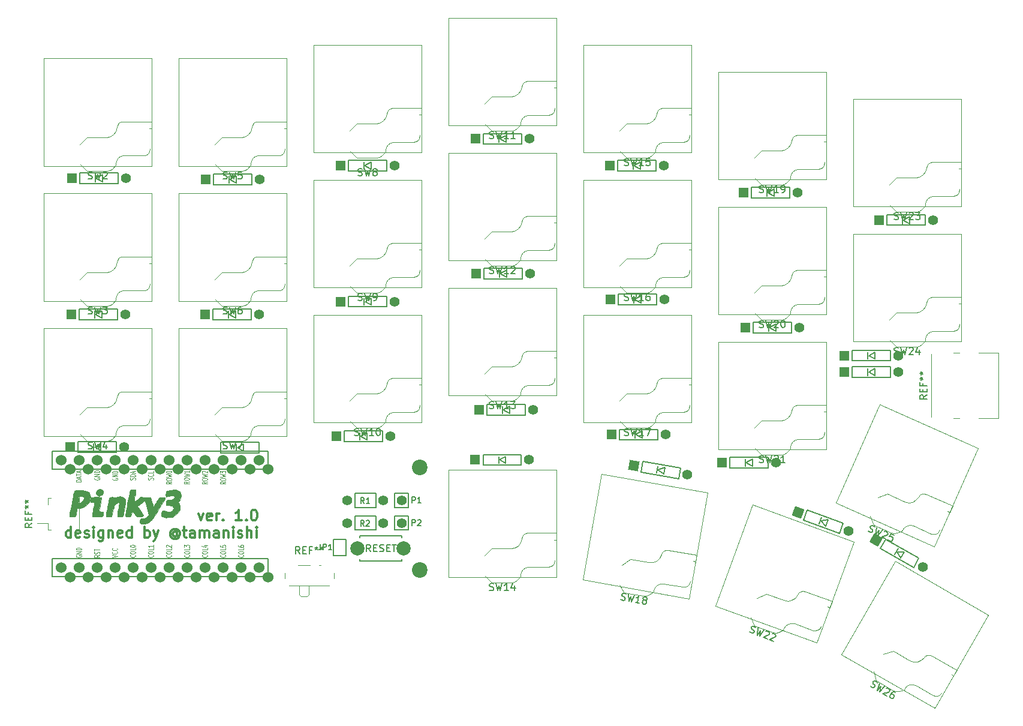
<source format=gbr>
G04 #@! TF.GenerationSoftware,KiCad,Pcbnew,8.0.1*
G04 #@! TF.CreationDate,2024-03-22T14:56:50+09:00*
G04 #@! TF.ProjectId,Pinky3,50696e6b-7933-42e6-9b69-6361645f7063,0.3*
G04 #@! TF.SameCoordinates,Original*
G04 #@! TF.FileFunction,Legend,Top*
G04 #@! TF.FilePolarity,Positive*
%FSLAX46Y46*%
G04 Gerber Fmt 4.6, Leading zero omitted, Abs format (unit mm)*
G04 Created by KiCad (PCBNEW 8.0.1) date 2024-03-22 14:56:50*
%MOMM*%
%LPD*%
G01*
G04 APERTURE LIST*
G04 Aperture macros list*
%AMRotRect*
0 Rectangle, with rotation*
0 The origin of the aperture is its center*
0 $1 length*
0 $2 width*
0 $3 Rotation angle, in degrees counterclockwise*
0 Add horizontal line*
21,1,$1,$2,0,0,$3*%
G04 Aperture macros list end*
%ADD10C,0.300000*%
%ADD11C,0.150000*%
%ADD12C,0.125000*%
%ADD13C,0.152400*%
%ADD14C,0.120000*%
%ADD15C,0.010000*%
%ADD16C,1.397000*%
%ADD17R,1.397000X1.397000*%
%ADD18RotRect,1.397000X1.397000X350.000000*%
%ADD19RotRect,1.397000X1.397000X330.000000*%
%ADD20C,2.000000*%
%ADD21C,1.524000*%
%ADD22RotRect,1.397000X1.397000X340.000000*%
%ADD23C,2.200000*%
G04 APERTURE END LIST*
D10*
X64231204Y-125670870D02*
X64588347Y-126670870D01*
X64588347Y-126670870D02*
X64945490Y-125670870D01*
X66088347Y-126599442D02*
X65945490Y-126670870D01*
X65945490Y-126670870D02*
X65659776Y-126670870D01*
X65659776Y-126670870D02*
X65516918Y-126599442D01*
X65516918Y-126599442D02*
X65445490Y-126456584D01*
X65445490Y-126456584D02*
X65445490Y-125885156D01*
X65445490Y-125885156D02*
X65516918Y-125742299D01*
X65516918Y-125742299D02*
X65659776Y-125670870D01*
X65659776Y-125670870D02*
X65945490Y-125670870D01*
X65945490Y-125670870D02*
X66088347Y-125742299D01*
X66088347Y-125742299D02*
X66159776Y-125885156D01*
X66159776Y-125885156D02*
X66159776Y-126028013D01*
X66159776Y-126028013D02*
X65445490Y-126170870D01*
X66802632Y-126670870D02*
X66802632Y-125670870D01*
X66802632Y-125956584D02*
X66874061Y-125813727D01*
X66874061Y-125813727D02*
X66945490Y-125742299D01*
X66945490Y-125742299D02*
X67088347Y-125670870D01*
X67088347Y-125670870D02*
X67231204Y-125670870D01*
X67731203Y-126528013D02*
X67802632Y-126599442D01*
X67802632Y-126599442D02*
X67731203Y-126670870D01*
X67731203Y-126670870D02*
X67659775Y-126599442D01*
X67659775Y-126599442D02*
X67731203Y-126528013D01*
X67731203Y-126528013D02*
X67731203Y-126670870D01*
X70374061Y-126670870D02*
X69516918Y-126670870D01*
X69945489Y-126670870D02*
X69945489Y-125170870D01*
X69945489Y-125170870D02*
X69802632Y-125385156D01*
X69802632Y-125385156D02*
X69659775Y-125528013D01*
X69659775Y-125528013D02*
X69516918Y-125599442D01*
X71016917Y-126528013D02*
X71088346Y-126599442D01*
X71088346Y-126599442D02*
X71016917Y-126670870D01*
X71016917Y-126670870D02*
X70945489Y-126599442D01*
X70945489Y-126599442D02*
X71016917Y-126528013D01*
X71016917Y-126528013D02*
X71016917Y-126670870D01*
X72016918Y-125170870D02*
X72159775Y-125170870D01*
X72159775Y-125170870D02*
X72302632Y-125242299D01*
X72302632Y-125242299D02*
X72374061Y-125313727D01*
X72374061Y-125313727D02*
X72445489Y-125456584D01*
X72445489Y-125456584D02*
X72516918Y-125742299D01*
X72516918Y-125742299D02*
X72516918Y-126099442D01*
X72516918Y-126099442D02*
X72445489Y-126385156D01*
X72445489Y-126385156D02*
X72374061Y-126528013D01*
X72374061Y-126528013D02*
X72302632Y-126599442D01*
X72302632Y-126599442D02*
X72159775Y-126670870D01*
X72159775Y-126670870D02*
X72016918Y-126670870D01*
X72016918Y-126670870D02*
X71874061Y-126599442D01*
X71874061Y-126599442D02*
X71802632Y-126528013D01*
X71802632Y-126528013D02*
X71731203Y-126385156D01*
X71731203Y-126385156D02*
X71659775Y-126099442D01*
X71659775Y-126099442D02*
X71659775Y-125742299D01*
X71659775Y-125742299D02*
X71731203Y-125456584D01*
X71731203Y-125456584D02*
X71802632Y-125313727D01*
X71802632Y-125313727D02*
X71874061Y-125242299D01*
X71874061Y-125242299D02*
X72016918Y-125170870D01*
X46231202Y-129085786D02*
X46231202Y-127585786D01*
X46231202Y-129014358D02*
X46088344Y-129085786D01*
X46088344Y-129085786D02*
X45802630Y-129085786D01*
X45802630Y-129085786D02*
X45659773Y-129014358D01*
X45659773Y-129014358D02*
X45588344Y-128942929D01*
X45588344Y-128942929D02*
X45516916Y-128800072D01*
X45516916Y-128800072D02*
X45516916Y-128371500D01*
X45516916Y-128371500D02*
X45588344Y-128228643D01*
X45588344Y-128228643D02*
X45659773Y-128157215D01*
X45659773Y-128157215D02*
X45802630Y-128085786D01*
X45802630Y-128085786D02*
X46088344Y-128085786D01*
X46088344Y-128085786D02*
X46231202Y-128157215D01*
X47516916Y-129014358D02*
X47374059Y-129085786D01*
X47374059Y-129085786D02*
X47088345Y-129085786D01*
X47088345Y-129085786D02*
X46945487Y-129014358D01*
X46945487Y-129014358D02*
X46874059Y-128871500D01*
X46874059Y-128871500D02*
X46874059Y-128300072D01*
X46874059Y-128300072D02*
X46945487Y-128157215D01*
X46945487Y-128157215D02*
X47088345Y-128085786D01*
X47088345Y-128085786D02*
X47374059Y-128085786D01*
X47374059Y-128085786D02*
X47516916Y-128157215D01*
X47516916Y-128157215D02*
X47588345Y-128300072D01*
X47588345Y-128300072D02*
X47588345Y-128442929D01*
X47588345Y-128442929D02*
X46874059Y-128585786D01*
X48159773Y-129014358D02*
X48302630Y-129085786D01*
X48302630Y-129085786D02*
X48588344Y-129085786D01*
X48588344Y-129085786D02*
X48731201Y-129014358D01*
X48731201Y-129014358D02*
X48802630Y-128871500D01*
X48802630Y-128871500D02*
X48802630Y-128800072D01*
X48802630Y-128800072D02*
X48731201Y-128657215D01*
X48731201Y-128657215D02*
X48588344Y-128585786D01*
X48588344Y-128585786D02*
X48374059Y-128585786D01*
X48374059Y-128585786D02*
X48231201Y-128514358D01*
X48231201Y-128514358D02*
X48159773Y-128371500D01*
X48159773Y-128371500D02*
X48159773Y-128300072D01*
X48159773Y-128300072D02*
X48231201Y-128157215D01*
X48231201Y-128157215D02*
X48374059Y-128085786D01*
X48374059Y-128085786D02*
X48588344Y-128085786D01*
X48588344Y-128085786D02*
X48731201Y-128157215D01*
X49445487Y-129085786D02*
X49445487Y-128085786D01*
X49445487Y-127585786D02*
X49374059Y-127657215D01*
X49374059Y-127657215D02*
X49445487Y-127728643D01*
X49445487Y-127728643D02*
X49516916Y-127657215D01*
X49516916Y-127657215D02*
X49445487Y-127585786D01*
X49445487Y-127585786D02*
X49445487Y-127728643D01*
X50802631Y-128085786D02*
X50802631Y-129300072D01*
X50802631Y-129300072D02*
X50731202Y-129442929D01*
X50731202Y-129442929D02*
X50659773Y-129514358D01*
X50659773Y-129514358D02*
X50516916Y-129585786D01*
X50516916Y-129585786D02*
X50302631Y-129585786D01*
X50302631Y-129585786D02*
X50159773Y-129514358D01*
X50802631Y-129014358D02*
X50659773Y-129085786D01*
X50659773Y-129085786D02*
X50374059Y-129085786D01*
X50374059Y-129085786D02*
X50231202Y-129014358D01*
X50231202Y-129014358D02*
X50159773Y-128942929D01*
X50159773Y-128942929D02*
X50088345Y-128800072D01*
X50088345Y-128800072D02*
X50088345Y-128371500D01*
X50088345Y-128371500D02*
X50159773Y-128228643D01*
X50159773Y-128228643D02*
X50231202Y-128157215D01*
X50231202Y-128157215D02*
X50374059Y-128085786D01*
X50374059Y-128085786D02*
X50659773Y-128085786D01*
X50659773Y-128085786D02*
X50802631Y-128157215D01*
X51516916Y-128085786D02*
X51516916Y-129085786D01*
X51516916Y-128228643D02*
X51588345Y-128157215D01*
X51588345Y-128157215D02*
X51731202Y-128085786D01*
X51731202Y-128085786D02*
X51945488Y-128085786D01*
X51945488Y-128085786D02*
X52088345Y-128157215D01*
X52088345Y-128157215D02*
X52159774Y-128300072D01*
X52159774Y-128300072D02*
X52159774Y-129085786D01*
X53445488Y-129014358D02*
X53302631Y-129085786D01*
X53302631Y-129085786D02*
X53016917Y-129085786D01*
X53016917Y-129085786D02*
X52874059Y-129014358D01*
X52874059Y-129014358D02*
X52802631Y-128871500D01*
X52802631Y-128871500D02*
X52802631Y-128300072D01*
X52802631Y-128300072D02*
X52874059Y-128157215D01*
X52874059Y-128157215D02*
X53016917Y-128085786D01*
X53016917Y-128085786D02*
X53302631Y-128085786D01*
X53302631Y-128085786D02*
X53445488Y-128157215D01*
X53445488Y-128157215D02*
X53516917Y-128300072D01*
X53516917Y-128300072D02*
X53516917Y-128442929D01*
X53516917Y-128442929D02*
X52802631Y-128585786D01*
X54802631Y-129085786D02*
X54802631Y-127585786D01*
X54802631Y-129014358D02*
X54659773Y-129085786D01*
X54659773Y-129085786D02*
X54374059Y-129085786D01*
X54374059Y-129085786D02*
X54231202Y-129014358D01*
X54231202Y-129014358D02*
X54159773Y-128942929D01*
X54159773Y-128942929D02*
X54088345Y-128800072D01*
X54088345Y-128800072D02*
X54088345Y-128371500D01*
X54088345Y-128371500D02*
X54159773Y-128228643D01*
X54159773Y-128228643D02*
X54231202Y-128157215D01*
X54231202Y-128157215D02*
X54374059Y-128085786D01*
X54374059Y-128085786D02*
X54659773Y-128085786D01*
X54659773Y-128085786D02*
X54802631Y-128157215D01*
X56659773Y-129085786D02*
X56659773Y-127585786D01*
X56659773Y-128157215D02*
X56802631Y-128085786D01*
X56802631Y-128085786D02*
X57088345Y-128085786D01*
X57088345Y-128085786D02*
X57231202Y-128157215D01*
X57231202Y-128157215D02*
X57302631Y-128228643D01*
X57302631Y-128228643D02*
X57374059Y-128371500D01*
X57374059Y-128371500D02*
X57374059Y-128800072D01*
X57374059Y-128800072D02*
X57302631Y-128942929D01*
X57302631Y-128942929D02*
X57231202Y-129014358D01*
X57231202Y-129014358D02*
X57088345Y-129085786D01*
X57088345Y-129085786D02*
X56802631Y-129085786D01*
X56802631Y-129085786D02*
X56659773Y-129014358D01*
X57874059Y-128085786D02*
X58231202Y-129085786D01*
X58588345Y-128085786D02*
X58231202Y-129085786D01*
X58231202Y-129085786D02*
X58088345Y-129442929D01*
X58088345Y-129442929D02*
X58016916Y-129514358D01*
X58016916Y-129514358D02*
X57874059Y-129585786D01*
X61231202Y-128371500D02*
X61159773Y-128300072D01*
X61159773Y-128300072D02*
X61016916Y-128228643D01*
X61016916Y-128228643D02*
X60874059Y-128228643D01*
X60874059Y-128228643D02*
X60731202Y-128300072D01*
X60731202Y-128300072D02*
X60659773Y-128371500D01*
X60659773Y-128371500D02*
X60588345Y-128514358D01*
X60588345Y-128514358D02*
X60588345Y-128657215D01*
X60588345Y-128657215D02*
X60659773Y-128800072D01*
X60659773Y-128800072D02*
X60731202Y-128871500D01*
X60731202Y-128871500D02*
X60874059Y-128942929D01*
X60874059Y-128942929D02*
X61016916Y-128942929D01*
X61016916Y-128942929D02*
X61159773Y-128871500D01*
X61159773Y-128871500D02*
X61231202Y-128800072D01*
X61231202Y-128228643D02*
X61231202Y-128800072D01*
X61231202Y-128800072D02*
X61302630Y-128871500D01*
X61302630Y-128871500D02*
X61374059Y-128871500D01*
X61374059Y-128871500D02*
X61516916Y-128800072D01*
X61516916Y-128800072D02*
X61588345Y-128657215D01*
X61588345Y-128657215D02*
X61588345Y-128300072D01*
X61588345Y-128300072D02*
X61445488Y-128085786D01*
X61445488Y-128085786D02*
X61231202Y-127942929D01*
X61231202Y-127942929D02*
X60945488Y-127871500D01*
X60945488Y-127871500D02*
X60659773Y-127942929D01*
X60659773Y-127942929D02*
X60445488Y-128085786D01*
X60445488Y-128085786D02*
X60302630Y-128300072D01*
X60302630Y-128300072D02*
X60231202Y-128585786D01*
X60231202Y-128585786D02*
X60302630Y-128871500D01*
X60302630Y-128871500D02*
X60445488Y-129085786D01*
X60445488Y-129085786D02*
X60659773Y-129228643D01*
X60659773Y-129228643D02*
X60945488Y-129300072D01*
X60945488Y-129300072D02*
X61231202Y-129228643D01*
X61231202Y-129228643D02*
X61445488Y-129085786D01*
X62016916Y-128085786D02*
X62588344Y-128085786D01*
X62231201Y-127585786D02*
X62231201Y-128871500D01*
X62231201Y-128871500D02*
X62302630Y-129014358D01*
X62302630Y-129014358D02*
X62445487Y-129085786D01*
X62445487Y-129085786D02*
X62588344Y-129085786D01*
X63731202Y-129085786D02*
X63731202Y-128300072D01*
X63731202Y-128300072D02*
X63659773Y-128157215D01*
X63659773Y-128157215D02*
X63516916Y-128085786D01*
X63516916Y-128085786D02*
X63231202Y-128085786D01*
X63231202Y-128085786D02*
X63088344Y-128157215D01*
X63731202Y-129014358D02*
X63588344Y-129085786D01*
X63588344Y-129085786D02*
X63231202Y-129085786D01*
X63231202Y-129085786D02*
X63088344Y-129014358D01*
X63088344Y-129014358D02*
X63016916Y-128871500D01*
X63016916Y-128871500D02*
X63016916Y-128728643D01*
X63016916Y-128728643D02*
X63088344Y-128585786D01*
X63088344Y-128585786D02*
X63231202Y-128514358D01*
X63231202Y-128514358D02*
X63588344Y-128514358D01*
X63588344Y-128514358D02*
X63731202Y-128442929D01*
X64445487Y-129085786D02*
X64445487Y-128085786D01*
X64445487Y-128228643D02*
X64516916Y-128157215D01*
X64516916Y-128157215D02*
X64659773Y-128085786D01*
X64659773Y-128085786D02*
X64874059Y-128085786D01*
X64874059Y-128085786D02*
X65016916Y-128157215D01*
X65016916Y-128157215D02*
X65088345Y-128300072D01*
X65088345Y-128300072D02*
X65088345Y-129085786D01*
X65088345Y-128300072D02*
X65159773Y-128157215D01*
X65159773Y-128157215D02*
X65302630Y-128085786D01*
X65302630Y-128085786D02*
X65516916Y-128085786D01*
X65516916Y-128085786D02*
X65659773Y-128157215D01*
X65659773Y-128157215D02*
X65731202Y-128300072D01*
X65731202Y-128300072D02*
X65731202Y-129085786D01*
X67088345Y-129085786D02*
X67088345Y-128300072D01*
X67088345Y-128300072D02*
X67016916Y-128157215D01*
X67016916Y-128157215D02*
X66874059Y-128085786D01*
X66874059Y-128085786D02*
X66588345Y-128085786D01*
X66588345Y-128085786D02*
X66445487Y-128157215D01*
X67088345Y-129014358D02*
X66945487Y-129085786D01*
X66945487Y-129085786D02*
X66588345Y-129085786D01*
X66588345Y-129085786D02*
X66445487Y-129014358D01*
X66445487Y-129014358D02*
X66374059Y-128871500D01*
X66374059Y-128871500D02*
X66374059Y-128728643D01*
X66374059Y-128728643D02*
X66445487Y-128585786D01*
X66445487Y-128585786D02*
X66588345Y-128514358D01*
X66588345Y-128514358D02*
X66945487Y-128514358D01*
X66945487Y-128514358D02*
X67088345Y-128442929D01*
X67802630Y-128085786D02*
X67802630Y-129085786D01*
X67802630Y-128228643D02*
X67874059Y-128157215D01*
X67874059Y-128157215D02*
X68016916Y-128085786D01*
X68016916Y-128085786D02*
X68231202Y-128085786D01*
X68231202Y-128085786D02*
X68374059Y-128157215D01*
X68374059Y-128157215D02*
X68445488Y-128300072D01*
X68445488Y-128300072D02*
X68445488Y-129085786D01*
X69159773Y-129085786D02*
X69159773Y-128085786D01*
X69159773Y-127585786D02*
X69088345Y-127657215D01*
X69088345Y-127657215D02*
X69159773Y-127728643D01*
X69159773Y-127728643D02*
X69231202Y-127657215D01*
X69231202Y-127657215D02*
X69159773Y-127585786D01*
X69159773Y-127585786D02*
X69159773Y-127728643D01*
X69802631Y-129014358D02*
X69945488Y-129085786D01*
X69945488Y-129085786D02*
X70231202Y-129085786D01*
X70231202Y-129085786D02*
X70374059Y-129014358D01*
X70374059Y-129014358D02*
X70445488Y-128871500D01*
X70445488Y-128871500D02*
X70445488Y-128800072D01*
X70445488Y-128800072D02*
X70374059Y-128657215D01*
X70374059Y-128657215D02*
X70231202Y-128585786D01*
X70231202Y-128585786D02*
X70016917Y-128585786D01*
X70016917Y-128585786D02*
X69874059Y-128514358D01*
X69874059Y-128514358D02*
X69802631Y-128371500D01*
X69802631Y-128371500D02*
X69802631Y-128300072D01*
X69802631Y-128300072D02*
X69874059Y-128157215D01*
X69874059Y-128157215D02*
X70016917Y-128085786D01*
X70016917Y-128085786D02*
X70231202Y-128085786D01*
X70231202Y-128085786D02*
X70374059Y-128157215D01*
X71088345Y-129085786D02*
X71088345Y-127585786D01*
X71731203Y-129085786D02*
X71731203Y-128300072D01*
X71731203Y-128300072D02*
X71659774Y-128157215D01*
X71659774Y-128157215D02*
X71516917Y-128085786D01*
X71516917Y-128085786D02*
X71302631Y-128085786D01*
X71302631Y-128085786D02*
X71159774Y-128157215D01*
X71159774Y-128157215D02*
X71088345Y-128228643D01*
X72445488Y-129085786D02*
X72445488Y-128085786D01*
X72445488Y-127585786D02*
X72374060Y-127657215D01*
X72374060Y-127657215D02*
X72445488Y-127728643D01*
X72445488Y-127728643D02*
X72516917Y-127657215D01*
X72516917Y-127657215D02*
X72445488Y-127585786D01*
X72445488Y-127585786D02*
X72445488Y-127728643D01*
D11*
X87627546Y-124273172D02*
X87356613Y-123886125D01*
X87163089Y-124273172D02*
X87163089Y-123460372D01*
X87163089Y-123460372D02*
X87472727Y-123460372D01*
X87472727Y-123460372D02*
X87550137Y-123499077D01*
X87550137Y-123499077D02*
X87588842Y-123537782D01*
X87588842Y-123537782D02*
X87627546Y-123615191D01*
X87627546Y-123615191D02*
X87627546Y-123731306D01*
X87627546Y-123731306D02*
X87588842Y-123808715D01*
X87588842Y-123808715D02*
X87550137Y-123847420D01*
X87550137Y-123847420D02*
X87472727Y-123886125D01*
X87472727Y-123886125D02*
X87163089Y-123886125D01*
X88401642Y-124273172D02*
X87937185Y-124273172D01*
X88169413Y-124273172D02*
X88169413Y-123460372D01*
X88169413Y-123460372D02*
X88092004Y-123576487D01*
X88092004Y-123576487D02*
X88014594Y-123653896D01*
X88014594Y-123653896D02*
X87937185Y-123692601D01*
X87627546Y-127473172D02*
X87356613Y-127086125D01*
X87163089Y-127473172D02*
X87163089Y-126660372D01*
X87163089Y-126660372D02*
X87472727Y-126660372D01*
X87472727Y-126660372D02*
X87550137Y-126699077D01*
X87550137Y-126699077D02*
X87588842Y-126737782D01*
X87588842Y-126737782D02*
X87627546Y-126815191D01*
X87627546Y-126815191D02*
X87627546Y-126931306D01*
X87627546Y-126931306D02*
X87588842Y-127008715D01*
X87588842Y-127008715D02*
X87550137Y-127047420D01*
X87550137Y-127047420D02*
X87472727Y-127086125D01*
X87472727Y-127086125D02*
X87163089Y-127086125D01*
X87937185Y-126737782D02*
X87975889Y-126699077D01*
X87975889Y-126699077D02*
X88053299Y-126660372D01*
X88053299Y-126660372D02*
X88246823Y-126660372D01*
X88246823Y-126660372D02*
X88324232Y-126699077D01*
X88324232Y-126699077D02*
X88362937Y-126737782D01*
X88362937Y-126737782D02*
X88401642Y-126815191D01*
X88401642Y-126815191D02*
X88401642Y-126892601D01*
X88401642Y-126892601D02*
X88362937Y-127008715D01*
X88362937Y-127008715D02*
X87898480Y-127473172D01*
X87898480Y-127473172D02*
X88401642Y-127473172D01*
X94413089Y-124193172D02*
X94413089Y-123380372D01*
X94413089Y-123380372D02*
X94722727Y-123380372D01*
X94722727Y-123380372D02*
X94800137Y-123419077D01*
X94800137Y-123419077D02*
X94838842Y-123457782D01*
X94838842Y-123457782D02*
X94877546Y-123535191D01*
X94877546Y-123535191D02*
X94877546Y-123651306D01*
X94877546Y-123651306D02*
X94838842Y-123728715D01*
X94838842Y-123728715D02*
X94800137Y-123767420D01*
X94800137Y-123767420D02*
X94722727Y-123806125D01*
X94722727Y-123806125D02*
X94413089Y-123806125D01*
X95651642Y-124193172D02*
X95187185Y-124193172D01*
X95419413Y-124193172D02*
X95419413Y-123380372D01*
X95419413Y-123380372D02*
X95342004Y-123496487D01*
X95342004Y-123496487D02*
X95264594Y-123573896D01*
X95264594Y-123573896D02*
X95187185Y-123612601D01*
X94413089Y-127393172D02*
X94413089Y-126580372D01*
X94413089Y-126580372D02*
X94722727Y-126580372D01*
X94722727Y-126580372D02*
X94800137Y-126619077D01*
X94800137Y-126619077D02*
X94838842Y-126657782D01*
X94838842Y-126657782D02*
X94877546Y-126735191D01*
X94877546Y-126735191D02*
X94877546Y-126851306D01*
X94877546Y-126851306D02*
X94838842Y-126928715D01*
X94838842Y-126928715D02*
X94800137Y-126967420D01*
X94800137Y-126967420D02*
X94722727Y-127006125D01*
X94722727Y-127006125D02*
X94413089Y-127006125D01*
X95187185Y-126657782D02*
X95225889Y-126619077D01*
X95225889Y-126619077D02*
X95303299Y-126580372D01*
X95303299Y-126580372D02*
X95496823Y-126580372D01*
X95496823Y-126580372D02*
X95574232Y-126619077D01*
X95574232Y-126619077D02*
X95612937Y-126657782D01*
X95612937Y-126657782D02*
X95651642Y-126735191D01*
X95651642Y-126735191D02*
X95651642Y-126812601D01*
X95651642Y-126812601D02*
X95612937Y-126928715D01*
X95612937Y-126928715D02*
X95148480Y-127393172D01*
X95148480Y-127393172D02*
X95651642Y-127393172D01*
X88530005Y-131084405D02*
X88196672Y-130608214D01*
X87958577Y-131084405D02*
X87958577Y-130084405D01*
X87958577Y-130084405D02*
X88339529Y-130084405D01*
X88339529Y-130084405D02*
X88434767Y-130132024D01*
X88434767Y-130132024D02*
X88482386Y-130179643D01*
X88482386Y-130179643D02*
X88530005Y-130274881D01*
X88530005Y-130274881D02*
X88530005Y-130417738D01*
X88530005Y-130417738D02*
X88482386Y-130512976D01*
X88482386Y-130512976D02*
X88434767Y-130560595D01*
X88434767Y-130560595D02*
X88339529Y-130608214D01*
X88339529Y-130608214D02*
X87958577Y-130608214D01*
X88958577Y-130560595D02*
X89291910Y-130560595D01*
X89434767Y-131084405D02*
X88958577Y-131084405D01*
X88958577Y-131084405D02*
X88958577Y-130084405D01*
X88958577Y-130084405D02*
X89434767Y-130084405D01*
X89815720Y-131036786D02*
X89958577Y-131084405D01*
X89958577Y-131084405D02*
X90196672Y-131084405D01*
X90196672Y-131084405D02*
X90291910Y-131036786D01*
X90291910Y-131036786D02*
X90339529Y-130989166D01*
X90339529Y-130989166D02*
X90387148Y-130893928D01*
X90387148Y-130893928D02*
X90387148Y-130798690D01*
X90387148Y-130798690D02*
X90339529Y-130703452D01*
X90339529Y-130703452D02*
X90291910Y-130655833D01*
X90291910Y-130655833D02*
X90196672Y-130608214D01*
X90196672Y-130608214D02*
X90006196Y-130560595D01*
X90006196Y-130560595D02*
X89910958Y-130512976D01*
X89910958Y-130512976D02*
X89863339Y-130465357D01*
X89863339Y-130465357D02*
X89815720Y-130370119D01*
X89815720Y-130370119D02*
X89815720Y-130274881D01*
X89815720Y-130274881D02*
X89863339Y-130179643D01*
X89863339Y-130179643D02*
X89910958Y-130132024D01*
X89910958Y-130132024D02*
X90006196Y-130084405D01*
X90006196Y-130084405D02*
X90244291Y-130084405D01*
X90244291Y-130084405D02*
X90387148Y-130132024D01*
X90815720Y-130560595D02*
X91149053Y-130560595D01*
X91291910Y-131084405D02*
X90815720Y-131084405D01*
X90815720Y-131084405D02*
X90815720Y-130084405D01*
X90815720Y-130084405D02*
X91291910Y-130084405D01*
X91577625Y-130084405D02*
X92149053Y-130084405D01*
X91863339Y-131084405D02*
X91863339Y-130084405D01*
D12*
X55259035Y-131547619D02*
X55294750Y-131571428D01*
X55294750Y-131571428D02*
X55330464Y-131642857D01*
X55330464Y-131642857D02*
X55330464Y-131690476D01*
X55330464Y-131690476D02*
X55294750Y-131761904D01*
X55294750Y-131761904D02*
X55223321Y-131809523D01*
X55223321Y-131809523D02*
X55151892Y-131833333D01*
X55151892Y-131833333D02*
X55009035Y-131857142D01*
X55009035Y-131857142D02*
X54901892Y-131857142D01*
X54901892Y-131857142D02*
X54759035Y-131833333D01*
X54759035Y-131833333D02*
X54687607Y-131809523D01*
X54687607Y-131809523D02*
X54616178Y-131761904D01*
X54616178Y-131761904D02*
X54580464Y-131690476D01*
X54580464Y-131690476D02*
X54580464Y-131642857D01*
X54580464Y-131642857D02*
X54616178Y-131571428D01*
X54616178Y-131571428D02*
X54651892Y-131547619D01*
X54580464Y-131238095D02*
X54580464Y-131142857D01*
X54580464Y-131142857D02*
X54616178Y-131095238D01*
X54616178Y-131095238D02*
X54687607Y-131047619D01*
X54687607Y-131047619D02*
X54830464Y-131023809D01*
X54830464Y-131023809D02*
X55080464Y-131023809D01*
X55080464Y-131023809D02*
X55223321Y-131047619D01*
X55223321Y-131047619D02*
X55294750Y-131095238D01*
X55294750Y-131095238D02*
X55330464Y-131142857D01*
X55330464Y-131142857D02*
X55330464Y-131238095D01*
X55330464Y-131238095D02*
X55294750Y-131285714D01*
X55294750Y-131285714D02*
X55223321Y-131333333D01*
X55223321Y-131333333D02*
X55080464Y-131357142D01*
X55080464Y-131357142D02*
X54830464Y-131357142D01*
X54830464Y-131357142D02*
X54687607Y-131333333D01*
X54687607Y-131333333D02*
X54616178Y-131285714D01*
X54616178Y-131285714D02*
X54580464Y-131238095D01*
X55330464Y-130571428D02*
X55330464Y-130809523D01*
X55330464Y-130809523D02*
X54580464Y-130809523D01*
X54580464Y-130309523D02*
X54580464Y-130261904D01*
X54580464Y-130261904D02*
X54616178Y-130214285D01*
X54616178Y-130214285D02*
X54651892Y-130190475D01*
X54651892Y-130190475D02*
X54723321Y-130166666D01*
X54723321Y-130166666D02*
X54866178Y-130142856D01*
X54866178Y-130142856D02*
X55044750Y-130142856D01*
X55044750Y-130142856D02*
X55187607Y-130166666D01*
X55187607Y-130166666D02*
X55259035Y-130190475D01*
X55259035Y-130190475D02*
X55294750Y-130214285D01*
X55294750Y-130214285D02*
X55330464Y-130261904D01*
X55330464Y-130261904D02*
X55330464Y-130309523D01*
X55330464Y-130309523D02*
X55294750Y-130357142D01*
X55294750Y-130357142D02*
X55259035Y-130380951D01*
X55259035Y-130380951D02*
X55187607Y-130404761D01*
X55187607Y-130404761D02*
X55044750Y-130428570D01*
X55044750Y-130428570D02*
X54866178Y-130428570D01*
X54866178Y-130428570D02*
X54723321Y-130404761D01*
X54723321Y-130404761D02*
X54651892Y-130380951D01*
X54651892Y-130380951D02*
X54616178Y-130357142D01*
X54616178Y-130357142D02*
X54580464Y-130309523D01*
X47680464Y-121199999D02*
X46930464Y-121199999D01*
X46930464Y-121199999D02*
X46930464Y-121080951D01*
X46930464Y-121080951D02*
X46966178Y-121009523D01*
X46966178Y-121009523D02*
X47037607Y-120961904D01*
X47037607Y-120961904D02*
X47109035Y-120938094D01*
X47109035Y-120938094D02*
X47251892Y-120914285D01*
X47251892Y-120914285D02*
X47359035Y-120914285D01*
X47359035Y-120914285D02*
X47501892Y-120938094D01*
X47501892Y-120938094D02*
X47573321Y-120961904D01*
X47573321Y-120961904D02*
X47644750Y-121009523D01*
X47644750Y-121009523D02*
X47680464Y-121080951D01*
X47680464Y-121080951D02*
X47680464Y-121199999D01*
X47466178Y-120723808D02*
X47466178Y-120485713D01*
X47680464Y-120771427D02*
X46930464Y-120604761D01*
X46930464Y-120604761D02*
X47680464Y-120438094D01*
X46930464Y-120342856D02*
X46930464Y-120057142D01*
X47680464Y-120199999D02*
X46930464Y-120199999D01*
X47466178Y-119914285D02*
X47466178Y-119676190D01*
X47680464Y-119961904D02*
X46930464Y-119795238D01*
X46930464Y-119795238D02*
X47680464Y-119628571D01*
X60321035Y-131547619D02*
X60356750Y-131571428D01*
X60356750Y-131571428D02*
X60392464Y-131642857D01*
X60392464Y-131642857D02*
X60392464Y-131690476D01*
X60392464Y-131690476D02*
X60356750Y-131761904D01*
X60356750Y-131761904D02*
X60285321Y-131809523D01*
X60285321Y-131809523D02*
X60213892Y-131833333D01*
X60213892Y-131833333D02*
X60071035Y-131857142D01*
X60071035Y-131857142D02*
X59963892Y-131857142D01*
X59963892Y-131857142D02*
X59821035Y-131833333D01*
X59821035Y-131833333D02*
X59749607Y-131809523D01*
X59749607Y-131809523D02*
X59678178Y-131761904D01*
X59678178Y-131761904D02*
X59642464Y-131690476D01*
X59642464Y-131690476D02*
X59642464Y-131642857D01*
X59642464Y-131642857D02*
X59678178Y-131571428D01*
X59678178Y-131571428D02*
X59713892Y-131547619D01*
X59642464Y-131238095D02*
X59642464Y-131142857D01*
X59642464Y-131142857D02*
X59678178Y-131095238D01*
X59678178Y-131095238D02*
X59749607Y-131047619D01*
X59749607Y-131047619D02*
X59892464Y-131023809D01*
X59892464Y-131023809D02*
X60142464Y-131023809D01*
X60142464Y-131023809D02*
X60285321Y-131047619D01*
X60285321Y-131047619D02*
X60356750Y-131095238D01*
X60356750Y-131095238D02*
X60392464Y-131142857D01*
X60392464Y-131142857D02*
X60392464Y-131238095D01*
X60392464Y-131238095D02*
X60356750Y-131285714D01*
X60356750Y-131285714D02*
X60285321Y-131333333D01*
X60285321Y-131333333D02*
X60142464Y-131357142D01*
X60142464Y-131357142D02*
X59892464Y-131357142D01*
X59892464Y-131357142D02*
X59749607Y-131333333D01*
X59749607Y-131333333D02*
X59678178Y-131285714D01*
X59678178Y-131285714D02*
X59642464Y-131238095D01*
X60392464Y-130571428D02*
X60392464Y-130809523D01*
X60392464Y-130809523D02*
X59642464Y-130809523D01*
X59713892Y-130428570D02*
X59678178Y-130404761D01*
X59678178Y-130404761D02*
X59642464Y-130357142D01*
X59642464Y-130357142D02*
X59642464Y-130238094D01*
X59642464Y-130238094D02*
X59678178Y-130190475D01*
X59678178Y-130190475D02*
X59713892Y-130166666D01*
X59713892Y-130166666D02*
X59785321Y-130142856D01*
X59785321Y-130142856D02*
X59856750Y-130142856D01*
X59856750Y-130142856D02*
X59963892Y-130166666D01*
X59963892Y-130166666D02*
X60392464Y-130452380D01*
X60392464Y-130452380D02*
X60392464Y-130142856D01*
X65409035Y-131547619D02*
X65444750Y-131571428D01*
X65444750Y-131571428D02*
X65480464Y-131642857D01*
X65480464Y-131642857D02*
X65480464Y-131690476D01*
X65480464Y-131690476D02*
X65444750Y-131761904D01*
X65444750Y-131761904D02*
X65373321Y-131809523D01*
X65373321Y-131809523D02*
X65301892Y-131833333D01*
X65301892Y-131833333D02*
X65159035Y-131857142D01*
X65159035Y-131857142D02*
X65051892Y-131857142D01*
X65051892Y-131857142D02*
X64909035Y-131833333D01*
X64909035Y-131833333D02*
X64837607Y-131809523D01*
X64837607Y-131809523D02*
X64766178Y-131761904D01*
X64766178Y-131761904D02*
X64730464Y-131690476D01*
X64730464Y-131690476D02*
X64730464Y-131642857D01*
X64730464Y-131642857D02*
X64766178Y-131571428D01*
X64766178Y-131571428D02*
X64801892Y-131547619D01*
X64730464Y-131238095D02*
X64730464Y-131142857D01*
X64730464Y-131142857D02*
X64766178Y-131095238D01*
X64766178Y-131095238D02*
X64837607Y-131047619D01*
X64837607Y-131047619D02*
X64980464Y-131023809D01*
X64980464Y-131023809D02*
X65230464Y-131023809D01*
X65230464Y-131023809D02*
X65373321Y-131047619D01*
X65373321Y-131047619D02*
X65444750Y-131095238D01*
X65444750Y-131095238D02*
X65480464Y-131142857D01*
X65480464Y-131142857D02*
X65480464Y-131238095D01*
X65480464Y-131238095D02*
X65444750Y-131285714D01*
X65444750Y-131285714D02*
X65373321Y-131333333D01*
X65373321Y-131333333D02*
X65230464Y-131357142D01*
X65230464Y-131357142D02*
X64980464Y-131357142D01*
X64980464Y-131357142D02*
X64837607Y-131333333D01*
X64837607Y-131333333D02*
X64766178Y-131285714D01*
X64766178Y-131285714D02*
X64730464Y-131238095D01*
X65480464Y-130571428D02*
X65480464Y-130809523D01*
X65480464Y-130809523D02*
X64730464Y-130809523D01*
X64980464Y-130190475D02*
X65480464Y-130190475D01*
X64694750Y-130309523D02*
X65230464Y-130428570D01*
X65230464Y-130428570D02*
X65230464Y-130119047D01*
X49581678Y-120656452D02*
X49545964Y-120704071D01*
X49545964Y-120704071D02*
X49545964Y-120775500D01*
X49545964Y-120775500D02*
X49581678Y-120846928D01*
X49581678Y-120846928D02*
X49653107Y-120894547D01*
X49653107Y-120894547D02*
X49724535Y-120918357D01*
X49724535Y-120918357D02*
X49867392Y-120942166D01*
X49867392Y-120942166D02*
X49974535Y-120942166D01*
X49974535Y-120942166D02*
X50117392Y-120918357D01*
X50117392Y-120918357D02*
X50188821Y-120894547D01*
X50188821Y-120894547D02*
X50260250Y-120846928D01*
X50260250Y-120846928D02*
X50295964Y-120775500D01*
X50295964Y-120775500D02*
X50295964Y-120727881D01*
X50295964Y-120727881D02*
X50260250Y-120656452D01*
X50260250Y-120656452D02*
X50224535Y-120632643D01*
X50224535Y-120632643D02*
X49974535Y-120632643D01*
X49974535Y-120632643D02*
X49974535Y-120727881D01*
X50295964Y-120418357D02*
X49545964Y-120418357D01*
X49545964Y-120418357D02*
X50295964Y-120132643D01*
X50295964Y-120132643D02*
X49545964Y-120132643D01*
X50295964Y-119894547D02*
X49545964Y-119894547D01*
X49545964Y-119894547D02*
X49545964Y-119775499D01*
X49545964Y-119775499D02*
X49581678Y-119704071D01*
X49581678Y-119704071D02*
X49653107Y-119656452D01*
X49653107Y-119656452D02*
X49724535Y-119632642D01*
X49724535Y-119632642D02*
X49867392Y-119608833D01*
X49867392Y-119608833D02*
X49974535Y-119608833D01*
X49974535Y-119608833D02*
X50117392Y-119632642D01*
X50117392Y-119632642D02*
X50188821Y-119656452D01*
X50188821Y-119656452D02*
X50260250Y-119704071D01*
X50260250Y-119704071D02*
X50295964Y-119775499D01*
X50295964Y-119775499D02*
X50295964Y-119894547D01*
X46978178Y-131580952D02*
X46942464Y-131628571D01*
X46942464Y-131628571D02*
X46942464Y-131700000D01*
X46942464Y-131700000D02*
X46978178Y-131771428D01*
X46978178Y-131771428D02*
X47049607Y-131819047D01*
X47049607Y-131819047D02*
X47121035Y-131842857D01*
X47121035Y-131842857D02*
X47263892Y-131866666D01*
X47263892Y-131866666D02*
X47371035Y-131866666D01*
X47371035Y-131866666D02*
X47513892Y-131842857D01*
X47513892Y-131842857D02*
X47585321Y-131819047D01*
X47585321Y-131819047D02*
X47656750Y-131771428D01*
X47656750Y-131771428D02*
X47692464Y-131700000D01*
X47692464Y-131700000D02*
X47692464Y-131652381D01*
X47692464Y-131652381D02*
X47656750Y-131580952D01*
X47656750Y-131580952D02*
X47621035Y-131557143D01*
X47621035Y-131557143D02*
X47371035Y-131557143D01*
X47371035Y-131557143D02*
X47371035Y-131652381D01*
X47692464Y-131342857D02*
X46942464Y-131342857D01*
X46942464Y-131342857D02*
X47692464Y-131057143D01*
X47692464Y-131057143D02*
X46942464Y-131057143D01*
X47692464Y-130819047D02*
X46942464Y-130819047D01*
X46942464Y-130819047D02*
X46942464Y-130699999D01*
X46942464Y-130699999D02*
X46978178Y-130628571D01*
X46978178Y-130628571D02*
X47049607Y-130580952D01*
X47049607Y-130580952D02*
X47121035Y-130557142D01*
X47121035Y-130557142D02*
X47263892Y-130533333D01*
X47263892Y-130533333D02*
X47371035Y-130533333D01*
X47371035Y-130533333D02*
X47513892Y-130557142D01*
X47513892Y-130557142D02*
X47585321Y-130580952D01*
X47585321Y-130580952D02*
X47656750Y-130628571D01*
X47656750Y-130628571D02*
X47692464Y-130699999D01*
X47692464Y-130699999D02*
X47692464Y-130819047D01*
X62909035Y-131547619D02*
X62944750Y-131571428D01*
X62944750Y-131571428D02*
X62980464Y-131642857D01*
X62980464Y-131642857D02*
X62980464Y-131690476D01*
X62980464Y-131690476D02*
X62944750Y-131761904D01*
X62944750Y-131761904D02*
X62873321Y-131809523D01*
X62873321Y-131809523D02*
X62801892Y-131833333D01*
X62801892Y-131833333D02*
X62659035Y-131857142D01*
X62659035Y-131857142D02*
X62551892Y-131857142D01*
X62551892Y-131857142D02*
X62409035Y-131833333D01*
X62409035Y-131833333D02*
X62337607Y-131809523D01*
X62337607Y-131809523D02*
X62266178Y-131761904D01*
X62266178Y-131761904D02*
X62230464Y-131690476D01*
X62230464Y-131690476D02*
X62230464Y-131642857D01*
X62230464Y-131642857D02*
X62266178Y-131571428D01*
X62266178Y-131571428D02*
X62301892Y-131547619D01*
X62230464Y-131238095D02*
X62230464Y-131142857D01*
X62230464Y-131142857D02*
X62266178Y-131095238D01*
X62266178Y-131095238D02*
X62337607Y-131047619D01*
X62337607Y-131047619D02*
X62480464Y-131023809D01*
X62480464Y-131023809D02*
X62730464Y-131023809D01*
X62730464Y-131023809D02*
X62873321Y-131047619D01*
X62873321Y-131047619D02*
X62944750Y-131095238D01*
X62944750Y-131095238D02*
X62980464Y-131142857D01*
X62980464Y-131142857D02*
X62980464Y-131238095D01*
X62980464Y-131238095D02*
X62944750Y-131285714D01*
X62944750Y-131285714D02*
X62873321Y-131333333D01*
X62873321Y-131333333D02*
X62730464Y-131357142D01*
X62730464Y-131357142D02*
X62480464Y-131357142D01*
X62480464Y-131357142D02*
X62337607Y-131333333D01*
X62337607Y-131333333D02*
X62266178Y-131285714D01*
X62266178Y-131285714D02*
X62230464Y-131238095D01*
X62980464Y-130571428D02*
X62980464Y-130809523D01*
X62980464Y-130809523D02*
X62230464Y-130809523D01*
X62230464Y-130452380D02*
X62230464Y-130142856D01*
X62230464Y-130142856D02*
X62516178Y-130309523D01*
X62516178Y-130309523D02*
X62516178Y-130238094D01*
X62516178Y-130238094D02*
X62551892Y-130190475D01*
X62551892Y-130190475D02*
X62587607Y-130166666D01*
X62587607Y-130166666D02*
X62659035Y-130142856D01*
X62659035Y-130142856D02*
X62837607Y-130142856D01*
X62837607Y-130142856D02*
X62909035Y-130166666D01*
X62909035Y-130166666D02*
X62944750Y-130190475D01*
X62944750Y-130190475D02*
X62980464Y-130238094D01*
X62980464Y-130238094D02*
X62980464Y-130380951D01*
X62980464Y-130380951D02*
X62944750Y-130428570D01*
X62944750Y-130428570D02*
X62909035Y-130452380D01*
X70544035Y-131547619D02*
X70579750Y-131571428D01*
X70579750Y-131571428D02*
X70615464Y-131642857D01*
X70615464Y-131642857D02*
X70615464Y-131690476D01*
X70615464Y-131690476D02*
X70579750Y-131761904D01*
X70579750Y-131761904D02*
X70508321Y-131809523D01*
X70508321Y-131809523D02*
X70436892Y-131833333D01*
X70436892Y-131833333D02*
X70294035Y-131857142D01*
X70294035Y-131857142D02*
X70186892Y-131857142D01*
X70186892Y-131857142D02*
X70044035Y-131833333D01*
X70044035Y-131833333D02*
X69972607Y-131809523D01*
X69972607Y-131809523D02*
X69901178Y-131761904D01*
X69901178Y-131761904D02*
X69865464Y-131690476D01*
X69865464Y-131690476D02*
X69865464Y-131642857D01*
X69865464Y-131642857D02*
X69901178Y-131571428D01*
X69901178Y-131571428D02*
X69936892Y-131547619D01*
X69865464Y-131238095D02*
X69865464Y-131142857D01*
X69865464Y-131142857D02*
X69901178Y-131095238D01*
X69901178Y-131095238D02*
X69972607Y-131047619D01*
X69972607Y-131047619D02*
X70115464Y-131023809D01*
X70115464Y-131023809D02*
X70365464Y-131023809D01*
X70365464Y-131023809D02*
X70508321Y-131047619D01*
X70508321Y-131047619D02*
X70579750Y-131095238D01*
X70579750Y-131095238D02*
X70615464Y-131142857D01*
X70615464Y-131142857D02*
X70615464Y-131238095D01*
X70615464Y-131238095D02*
X70579750Y-131285714D01*
X70579750Y-131285714D02*
X70508321Y-131333333D01*
X70508321Y-131333333D02*
X70365464Y-131357142D01*
X70365464Y-131357142D02*
X70115464Y-131357142D01*
X70115464Y-131357142D02*
X69972607Y-131333333D01*
X69972607Y-131333333D02*
X69901178Y-131285714D01*
X69901178Y-131285714D02*
X69865464Y-131238095D01*
X70615464Y-130571428D02*
X70615464Y-130809523D01*
X70615464Y-130809523D02*
X69865464Y-130809523D01*
X69865464Y-130190475D02*
X69865464Y-130285713D01*
X69865464Y-130285713D02*
X69901178Y-130333332D01*
X69901178Y-130333332D02*
X69936892Y-130357142D01*
X69936892Y-130357142D02*
X70044035Y-130404761D01*
X70044035Y-130404761D02*
X70186892Y-130428570D01*
X70186892Y-130428570D02*
X70472607Y-130428570D01*
X70472607Y-130428570D02*
X70544035Y-130404761D01*
X70544035Y-130404761D02*
X70579750Y-130380951D01*
X70579750Y-130380951D02*
X70615464Y-130333332D01*
X70615464Y-130333332D02*
X70615464Y-130238094D01*
X70615464Y-130238094D02*
X70579750Y-130190475D01*
X70579750Y-130190475D02*
X70544035Y-130166666D01*
X70544035Y-130166666D02*
X70472607Y-130142856D01*
X70472607Y-130142856D02*
X70294035Y-130142856D01*
X70294035Y-130142856D02*
X70222607Y-130166666D01*
X70222607Y-130166666D02*
X70186892Y-130190475D01*
X70186892Y-130190475D02*
X70151178Y-130238094D01*
X70151178Y-130238094D02*
X70151178Y-130333332D01*
X70151178Y-130333332D02*
X70186892Y-130380951D01*
X70186892Y-130380951D02*
X70222607Y-130404761D01*
X70222607Y-130404761D02*
X70294035Y-130428570D01*
X68004535Y-131547619D02*
X68040250Y-131571428D01*
X68040250Y-131571428D02*
X68075964Y-131642857D01*
X68075964Y-131642857D02*
X68075964Y-131690476D01*
X68075964Y-131690476D02*
X68040250Y-131761904D01*
X68040250Y-131761904D02*
X67968821Y-131809523D01*
X67968821Y-131809523D02*
X67897392Y-131833333D01*
X67897392Y-131833333D02*
X67754535Y-131857142D01*
X67754535Y-131857142D02*
X67647392Y-131857142D01*
X67647392Y-131857142D02*
X67504535Y-131833333D01*
X67504535Y-131833333D02*
X67433107Y-131809523D01*
X67433107Y-131809523D02*
X67361678Y-131761904D01*
X67361678Y-131761904D02*
X67325964Y-131690476D01*
X67325964Y-131690476D02*
X67325964Y-131642857D01*
X67325964Y-131642857D02*
X67361678Y-131571428D01*
X67361678Y-131571428D02*
X67397392Y-131547619D01*
X67325964Y-131238095D02*
X67325964Y-131142857D01*
X67325964Y-131142857D02*
X67361678Y-131095238D01*
X67361678Y-131095238D02*
X67433107Y-131047619D01*
X67433107Y-131047619D02*
X67575964Y-131023809D01*
X67575964Y-131023809D02*
X67825964Y-131023809D01*
X67825964Y-131023809D02*
X67968821Y-131047619D01*
X67968821Y-131047619D02*
X68040250Y-131095238D01*
X68040250Y-131095238D02*
X68075964Y-131142857D01*
X68075964Y-131142857D02*
X68075964Y-131238095D01*
X68075964Y-131238095D02*
X68040250Y-131285714D01*
X68040250Y-131285714D02*
X67968821Y-131333333D01*
X67968821Y-131333333D02*
X67825964Y-131357142D01*
X67825964Y-131357142D02*
X67575964Y-131357142D01*
X67575964Y-131357142D02*
X67433107Y-131333333D01*
X67433107Y-131333333D02*
X67361678Y-131285714D01*
X67361678Y-131285714D02*
X67325964Y-131238095D01*
X68075964Y-130571428D02*
X68075964Y-130809523D01*
X68075964Y-130809523D02*
X67325964Y-130809523D01*
X67325964Y-130166666D02*
X67325964Y-130404761D01*
X67325964Y-130404761D02*
X67683107Y-130428570D01*
X67683107Y-130428570D02*
X67647392Y-130404761D01*
X67647392Y-130404761D02*
X67611678Y-130357142D01*
X67611678Y-130357142D02*
X67611678Y-130238094D01*
X67611678Y-130238094D02*
X67647392Y-130190475D01*
X67647392Y-130190475D02*
X67683107Y-130166666D01*
X67683107Y-130166666D02*
X67754535Y-130142856D01*
X67754535Y-130142856D02*
X67933107Y-130142856D01*
X67933107Y-130142856D02*
X68004535Y-130166666D01*
X68004535Y-130166666D02*
X68040250Y-130190475D01*
X68040250Y-130190475D02*
X68075964Y-130238094D01*
X68075964Y-130238094D02*
X68075964Y-130357142D01*
X68075964Y-130357142D02*
X68040250Y-130404761D01*
X68040250Y-130404761D02*
X68004535Y-130428570D01*
X57781035Y-131547619D02*
X57816750Y-131571428D01*
X57816750Y-131571428D02*
X57852464Y-131642857D01*
X57852464Y-131642857D02*
X57852464Y-131690476D01*
X57852464Y-131690476D02*
X57816750Y-131761904D01*
X57816750Y-131761904D02*
X57745321Y-131809523D01*
X57745321Y-131809523D02*
X57673892Y-131833333D01*
X57673892Y-131833333D02*
X57531035Y-131857142D01*
X57531035Y-131857142D02*
X57423892Y-131857142D01*
X57423892Y-131857142D02*
X57281035Y-131833333D01*
X57281035Y-131833333D02*
X57209607Y-131809523D01*
X57209607Y-131809523D02*
X57138178Y-131761904D01*
X57138178Y-131761904D02*
X57102464Y-131690476D01*
X57102464Y-131690476D02*
X57102464Y-131642857D01*
X57102464Y-131642857D02*
X57138178Y-131571428D01*
X57138178Y-131571428D02*
X57173892Y-131547619D01*
X57102464Y-131238095D02*
X57102464Y-131142857D01*
X57102464Y-131142857D02*
X57138178Y-131095238D01*
X57138178Y-131095238D02*
X57209607Y-131047619D01*
X57209607Y-131047619D02*
X57352464Y-131023809D01*
X57352464Y-131023809D02*
X57602464Y-131023809D01*
X57602464Y-131023809D02*
X57745321Y-131047619D01*
X57745321Y-131047619D02*
X57816750Y-131095238D01*
X57816750Y-131095238D02*
X57852464Y-131142857D01*
X57852464Y-131142857D02*
X57852464Y-131238095D01*
X57852464Y-131238095D02*
X57816750Y-131285714D01*
X57816750Y-131285714D02*
X57745321Y-131333333D01*
X57745321Y-131333333D02*
X57602464Y-131357142D01*
X57602464Y-131357142D02*
X57352464Y-131357142D01*
X57352464Y-131357142D02*
X57209607Y-131333333D01*
X57209607Y-131333333D02*
X57138178Y-131285714D01*
X57138178Y-131285714D02*
X57102464Y-131238095D01*
X57852464Y-130571428D02*
X57852464Y-130809523D01*
X57852464Y-130809523D02*
X57102464Y-130809523D01*
X57852464Y-130142856D02*
X57852464Y-130428570D01*
X57852464Y-130285713D02*
X57102464Y-130285713D01*
X57102464Y-130285713D02*
X57209607Y-130333332D01*
X57209607Y-130333332D02*
X57281035Y-130380951D01*
X57281035Y-130380951D02*
X57316750Y-130428570D01*
X52121678Y-120719952D02*
X52085964Y-120767571D01*
X52085964Y-120767571D02*
X52085964Y-120839000D01*
X52085964Y-120839000D02*
X52121678Y-120910428D01*
X52121678Y-120910428D02*
X52193107Y-120958047D01*
X52193107Y-120958047D02*
X52264535Y-120981857D01*
X52264535Y-120981857D02*
X52407392Y-121005666D01*
X52407392Y-121005666D02*
X52514535Y-121005666D01*
X52514535Y-121005666D02*
X52657392Y-120981857D01*
X52657392Y-120981857D02*
X52728821Y-120958047D01*
X52728821Y-120958047D02*
X52800250Y-120910428D01*
X52800250Y-120910428D02*
X52835964Y-120839000D01*
X52835964Y-120839000D02*
X52835964Y-120791381D01*
X52835964Y-120791381D02*
X52800250Y-120719952D01*
X52800250Y-120719952D02*
X52764535Y-120696143D01*
X52764535Y-120696143D02*
X52514535Y-120696143D01*
X52514535Y-120696143D02*
X52514535Y-120791381D01*
X52835964Y-120481857D02*
X52085964Y-120481857D01*
X52085964Y-120481857D02*
X52835964Y-120196143D01*
X52835964Y-120196143D02*
X52085964Y-120196143D01*
X52835964Y-119958047D02*
X52085964Y-119958047D01*
X52085964Y-119958047D02*
X52085964Y-119838999D01*
X52085964Y-119838999D02*
X52121678Y-119767571D01*
X52121678Y-119767571D02*
X52193107Y-119719952D01*
X52193107Y-119719952D02*
X52264535Y-119696142D01*
X52264535Y-119696142D02*
X52407392Y-119672333D01*
X52407392Y-119672333D02*
X52514535Y-119672333D01*
X52514535Y-119672333D02*
X52657392Y-119696142D01*
X52657392Y-119696142D02*
X52728821Y-119719952D01*
X52728821Y-119719952D02*
X52800250Y-119767571D01*
X52800250Y-119767571D02*
X52835964Y-119838999D01*
X52835964Y-119838999D02*
X52835964Y-119958047D01*
X55276750Y-120946141D02*
X55312464Y-120874713D01*
X55312464Y-120874713D02*
X55312464Y-120755665D01*
X55312464Y-120755665D02*
X55276750Y-120708046D01*
X55276750Y-120708046D02*
X55241035Y-120684237D01*
X55241035Y-120684237D02*
X55169607Y-120660427D01*
X55169607Y-120660427D02*
X55098178Y-120660427D01*
X55098178Y-120660427D02*
X55026750Y-120684237D01*
X55026750Y-120684237D02*
X54991035Y-120708046D01*
X54991035Y-120708046D02*
X54955321Y-120755665D01*
X54955321Y-120755665D02*
X54919607Y-120850903D01*
X54919607Y-120850903D02*
X54883892Y-120898522D01*
X54883892Y-120898522D02*
X54848178Y-120922332D01*
X54848178Y-120922332D02*
X54776750Y-120946141D01*
X54776750Y-120946141D02*
X54705321Y-120946141D01*
X54705321Y-120946141D02*
X54633892Y-120922332D01*
X54633892Y-120922332D02*
X54598178Y-120898522D01*
X54598178Y-120898522D02*
X54562464Y-120850903D01*
X54562464Y-120850903D02*
X54562464Y-120731856D01*
X54562464Y-120731856D02*
X54598178Y-120660427D01*
X55312464Y-120446142D02*
X54562464Y-120446142D01*
X54562464Y-120446142D02*
X54562464Y-120327094D01*
X54562464Y-120327094D02*
X54598178Y-120255666D01*
X54598178Y-120255666D02*
X54669607Y-120208047D01*
X54669607Y-120208047D02*
X54741035Y-120184237D01*
X54741035Y-120184237D02*
X54883892Y-120160428D01*
X54883892Y-120160428D02*
X54991035Y-120160428D01*
X54991035Y-120160428D02*
X55133892Y-120184237D01*
X55133892Y-120184237D02*
X55205321Y-120208047D01*
X55205321Y-120208047D02*
X55276750Y-120255666D01*
X55276750Y-120255666D02*
X55312464Y-120327094D01*
X55312464Y-120327094D02*
X55312464Y-120446142D01*
X55098178Y-119969951D02*
X55098178Y-119731856D01*
X55312464Y-120017570D02*
X54562464Y-119850904D01*
X54562464Y-119850904D02*
X55312464Y-119684237D01*
X65480464Y-121230952D02*
X65123321Y-121397618D01*
X65480464Y-121516666D02*
X64730464Y-121516666D01*
X64730464Y-121516666D02*
X64730464Y-121326190D01*
X64730464Y-121326190D02*
X64766178Y-121278571D01*
X64766178Y-121278571D02*
X64801892Y-121254761D01*
X64801892Y-121254761D02*
X64873321Y-121230952D01*
X64873321Y-121230952D02*
X64980464Y-121230952D01*
X64980464Y-121230952D02*
X65051892Y-121254761D01*
X65051892Y-121254761D02*
X65087607Y-121278571D01*
X65087607Y-121278571D02*
X65123321Y-121326190D01*
X65123321Y-121326190D02*
X65123321Y-121516666D01*
X64730464Y-120921428D02*
X64730464Y-120826190D01*
X64730464Y-120826190D02*
X64766178Y-120778571D01*
X64766178Y-120778571D02*
X64837607Y-120730952D01*
X64837607Y-120730952D02*
X64980464Y-120707142D01*
X64980464Y-120707142D02*
X65230464Y-120707142D01*
X65230464Y-120707142D02*
X65373321Y-120730952D01*
X65373321Y-120730952D02*
X65444750Y-120778571D01*
X65444750Y-120778571D02*
X65480464Y-120826190D01*
X65480464Y-120826190D02*
X65480464Y-120921428D01*
X65480464Y-120921428D02*
X65444750Y-120969047D01*
X65444750Y-120969047D02*
X65373321Y-121016666D01*
X65373321Y-121016666D02*
X65230464Y-121040475D01*
X65230464Y-121040475D02*
X64980464Y-121040475D01*
X64980464Y-121040475D02*
X64837607Y-121016666D01*
X64837607Y-121016666D02*
X64766178Y-120969047D01*
X64766178Y-120969047D02*
X64730464Y-120921428D01*
X64730464Y-120540475D02*
X65480464Y-120421427D01*
X65480464Y-120421427D02*
X64944750Y-120326189D01*
X64944750Y-120326189D02*
X65480464Y-120230951D01*
X65480464Y-120230951D02*
X64730464Y-120111904D01*
X64801892Y-119945236D02*
X64766178Y-119921427D01*
X64766178Y-119921427D02*
X64730464Y-119873808D01*
X64730464Y-119873808D02*
X64730464Y-119754760D01*
X64730464Y-119754760D02*
X64766178Y-119707141D01*
X64766178Y-119707141D02*
X64801892Y-119683332D01*
X64801892Y-119683332D02*
X64873321Y-119659522D01*
X64873321Y-119659522D02*
X64944750Y-119659522D01*
X64944750Y-119659522D02*
X65051892Y-119683332D01*
X65051892Y-119683332D02*
X65480464Y-119969046D01*
X65480464Y-119969046D02*
X65480464Y-119659522D01*
X57816750Y-120934237D02*
X57852464Y-120862809D01*
X57852464Y-120862809D02*
X57852464Y-120743761D01*
X57852464Y-120743761D02*
X57816750Y-120696142D01*
X57816750Y-120696142D02*
X57781035Y-120672333D01*
X57781035Y-120672333D02*
X57709607Y-120648523D01*
X57709607Y-120648523D02*
X57638178Y-120648523D01*
X57638178Y-120648523D02*
X57566750Y-120672333D01*
X57566750Y-120672333D02*
X57531035Y-120696142D01*
X57531035Y-120696142D02*
X57495321Y-120743761D01*
X57495321Y-120743761D02*
X57459607Y-120838999D01*
X57459607Y-120838999D02*
X57423892Y-120886618D01*
X57423892Y-120886618D02*
X57388178Y-120910428D01*
X57388178Y-120910428D02*
X57316750Y-120934237D01*
X57316750Y-120934237D02*
X57245321Y-120934237D01*
X57245321Y-120934237D02*
X57173892Y-120910428D01*
X57173892Y-120910428D02*
X57138178Y-120886618D01*
X57138178Y-120886618D02*
X57102464Y-120838999D01*
X57102464Y-120838999D02*
X57102464Y-120719952D01*
X57102464Y-120719952D02*
X57138178Y-120648523D01*
X57781035Y-120148524D02*
X57816750Y-120172333D01*
X57816750Y-120172333D02*
X57852464Y-120243762D01*
X57852464Y-120243762D02*
X57852464Y-120291381D01*
X57852464Y-120291381D02*
X57816750Y-120362809D01*
X57816750Y-120362809D02*
X57745321Y-120410428D01*
X57745321Y-120410428D02*
X57673892Y-120434238D01*
X57673892Y-120434238D02*
X57531035Y-120458047D01*
X57531035Y-120458047D02*
X57423892Y-120458047D01*
X57423892Y-120458047D02*
X57281035Y-120434238D01*
X57281035Y-120434238D02*
X57209607Y-120410428D01*
X57209607Y-120410428D02*
X57138178Y-120362809D01*
X57138178Y-120362809D02*
X57102464Y-120291381D01*
X57102464Y-120291381D02*
X57102464Y-120243762D01*
X57102464Y-120243762D02*
X57138178Y-120172333D01*
X57138178Y-120172333D02*
X57173892Y-120148524D01*
X57852464Y-119696143D02*
X57852464Y-119934238D01*
X57852464Y-119934238D02*
X57102464Y-119934238D01*
X68075964Y-121230952D02*
X67718821Y-121397618D01*
X68075964Y-121516666D02*
X67325964Y-121516666D01*
X67325964Y-121516666D02*
X67325964Y-121326190D01*
X67325964Y-121326190D02*
X67361678Y-121278571D01*
X67361678Y-121278571D02*
X67397392Y-121254761D01*
X67397392Y-121254761D02*
X67468821Y-121230952D01*
X67468821Y-121230952D02*
X67575964Y-121230952D01*
X67575964Y-121230952D02*
X67647392Y-121254761D01*
X67647392Y-121254761D02*
X67683107Y-121278571D01*
X67683107Y-121278571D02*
X67718821Y-121326190D01*
X67718821Y-121326190D02*
X67718821Y-121516666D01*
X67325964Y-120921428D02*
X67325964Y-120826190D01*
X67325964Y-120826190D02*
X67361678Y-120778571D01*
X67361678Y-120778571D02*
X67433107Y-120730952D01*
X67433107Y-120730952D02*
X67575964Y-120707142D01*
X67575964Y-120707142D02*
X67825964Y-120707142D01*
X67825964Y-120707142D02*
X67968821Y-120730952D01*
X67968821Y-120730952D02*
X68040250Y-120778571D01*
X68040250Y-120778571D02*
X68075964Y-120826190D01*
X68075964Y-120826190D02*
X68075964Y-120921428D01*
X68075964Y-120921428D02*
X68040250Y-120969047D01*
X68040250Y-120969047D02*
X67968821Y-121016666D01*
X67968821Y-121016666D02*
X67825964Y-121040475D01*
X67825964Y-121040475D02*
X67575964Y-121040475D01*
X67575964Y-121040475D02*
X67433107Y-121016666D01*
X67433107Y-121016666D02*
X67361678Y-120969047D01*
X67361678Y-120969047D02*
X67325964Y-120921428D01*
X67325964Y-120540475D02*
X68075964Y-120421427D01*
X68075964Y-120421427D02*
X67540250Y-120326189D01*
X67540250Y-120326189D02*
X68075964Y-120230951D01*
X68075964Y-120230951D02*
X67325964Y-120111904D01*
X67325964Y-119969046D02*
X67325964Y-119659522D01*
X67325964Y-119659522D02*
X67611678Y-119826189D01*
X67611678Y-119826189D02*
X67611678Y-119754760D01*
X67611678Y-119754760D02*
X67647392Y-119707141D01*
X67647392Y-119707141D02*
X67683107Y-119683332D01*
X67683107Y-119683332D02*
X67754535Y-119659522D01*
X67754535Y-119659522D02*
X67933107Y-119659522D01*
X67933107Y-119659522D02*
X68004535Y-119683332D01*
X68004535Y-119683332D02*
X68040250Y-119707141D01*
X68040250Y-119707141D02*
X68075964Y-119754760D01*
X68075964Y-119754760D02*
X68075964Y-119897617D01*
X68075964Y-119897617D02*
X68040250Y-119945236D01*
X68040250Y-119945236D02*
X68004535Y-119969046D01*
X50295964Y-131573809D02*
X49938821Y-131740475D01*
X50295964Y-131859523D02*
X49545964Y-131859523D01*
X49545964Y-131859523D02*
X49545964Y-131669047D01*
X49545964Y-131669047D02*
X49581678Y-131621428D01*
X49581678Y-131621428D02*
X49617392Y-131597618D01*
X49617392Y-131597618D02*
X49688821Y-131573809D01*
X49688821Y-131573809D02*
X49795964Y-131573809D01*
X49795964Y-131573809D02*
X49867392Y-131597618D01*
X49867392Y-131597618D02*
X49903107Y-131621428D01*
X49903107Y-131621428D02*
X49938821Y-131669047D01*
X49938821Y-131669047D02*
X49938821Y-131859523D01*
X50260250Y-131383332D02*
X50295964Y-131311904D01*
X50295964Y-131311904D02*
X50295964Y-131192856D01*
X50295964Y-131192856D02*
X50260250Y-131145237D01*
X50260250Y-131145237D02*
X50224535Y-131121428D01*
X50224535Y-131121428D02*
X50153107Y-131097618D01*
X50153107Y-131097618D02*
X50081678Y-131097618D01*
X50081678Y-131097618D02*
X50010250Y-131121428D01*
X50010250Y-131121428D02*
X49974535Y-131145237D01*
X49974535Y-131145237D02*
X49938821Y-131192856D01*
X49938821Y-131192856D02*
X49903107Y-131288094D01*
X49903107Y-131288094D02*
X49867392Y-131335713D01*
X49867392Y-131335713D02*
X49831678Y-131359523D01*
X49831678Y-131359523D02*
X49760250Y-131383332D01*
X49760250Y-131383332D02*
X49688821Y-131383332D01*
X49688821Y-131383332D02*
X49617392Y-131359523D01*
X49617392Y-131359523D02*
X49581678Y-131335713D01*
X49581678Y-131335713D02*
X49545964Y-131288094D01*
X49545964Y-131288094D02*
X49545964Y-131169047D01*
X49545964Y-131169047D02*
X49581678Y-131097618D01*
X49545964Y-130954761D02*
X49545964Y-130669047D01*
X50295964Y-130811904D02*
X49545964Y-130811904D01*
X52022464Y-131866665D02*
X52772464Y-131699999D01*
X52772464Y-131699999D02*
X52022464Y-131533332D01*
X52701035Y-131080952D02*
X52736750Y-131104761D01*
X52736750Y-131104761D02*
X52772464Y-131176190D01*
X52772464Y-131176190D02*
X52772464Y-131223809D01*
X52772464Y-131223809D02*
X52736750Y-131295237D01*
X52736750Y-131295237D02*
X52665321Y-131342856D01*
X52665321Y-131342856D02*
X52593892Y-131366666D01*
X52593892Y-131366666D02*
X52451035Y-131390475D01*
X52451035Y-131390475D02*
X52343892Y-131390475D01*
X52343892Y-131390475D02*
X52201035Y-131366666D01*
X52201035Y-131366666D02*
X52129607Y-131342856D01*
X52129607Y-131342856D02*
X52058178Y-131295237D01*
X52058178Y-131295237D02*
X52022464Y-131223809D01*
X52022464Y-131223809D02*
X52022464Y-131176190D01*
X52022464Y-131176190D02*
X52058178Y-131104761D01*
X52058178Y-131104761D02*
X52093892Y-131080952D01*
X52701035Y-130580952D02*
X52736750Y-130604761D01*
X52736750Y-130604761D02*
X52772464Y-130676190D01*
X52772464Y-130676190D02*
X52772464Y-130723809D01*
X52772464Y-130723809D02*
X52736750Y-130795237D01*
X52736750Y-130795237D02*
X52665321Y-130842856D01*
X52665321Y-130842856D02*
X52593892Y-130866666D01*
X52593892Y-130866666D02*
X52451035Y-130890475D01*
X52451035Y-130890475D02*
X52343892Y-130890475D01*
X52343892Y-130890475D02*
X52201035Y-130866666D01*
X52201035Y-130866666D02*
X52129607Y-130842856D01*
X52129607Y-130842856D02*
X52058178Y-130795237D01*
X52058178Y-130795237D02*
X52022464Y-130723809D01*
X52022464Y-130723809D02*
X52022464Y-130676190D01*
X52022464Y-130676190D02*
X52058178Y-130604761D01*
X52058178Y-130604761D02*
X52093892Y-130580952D01*
X60430464Y-121230952D02*
X60073321Y-121397618D01*
X60430464Y-121516666D02*
X59680464Y-121516666D01*
X59680464Y-121516666D02*
X59680464Y-121326190D01*
X59680464Y-121326190D02*
X59716178Y-121278571D01*
X59716178Y-121278571D02*
X59751892Y-121254761D01*
X59751892Y-121254761D02*
X59823321Y-121230952D01*
X59823321Y-121230952D02*
X59930464Y-121230952D01*
X59930464Y-121230952D02*
X60001892Y-121254761D01*
X60001892Y-121254761D02*
X60037607Y-121278571D01*
X60037607Y-121278571D02*
X60073321Y-121326190D01*
X60073321Y-121326190D02*
X60073321Y-121516666D01*
X59680464Y-120921428D02*
X59680464Y-120826190D01*
X59680464Y-120826190D02*
X59716178Y-120778571D01*
X59716178Y-120778571D02*
X59787607Y-120730952D01*
X59787607Y-120730952D02*
X59930464Y-120707142D01*
X59930464Y-120707142D02*
X60180464Y-120707142D01*
X60180464Y-120707142D02*
X60323321Y-120730952D01*
X60323321Y-120730952D02*
X60394750Y-120778571D01*
X60394750Y-120778571D02*
X60430464Y-120826190D01*
X60430464Y-120826190D02*
X60430464Y-120921428D01*
X60430464Y-120921428D02*
X60394750Y-120969047D01*
X60394750Y-120969047D02*
X60323321Y-121016666D01*
X60323321Y-121016666D02*
X60180464Y-121040475D01*
X60180464Y-121040475D02*
X59930464Y-121040475D01*
X59930464Y-121040475D02*
X59787607Y-121016666D01*
X59787607Y-121016666D02*
X59716178Y-120969047D01*
X59716178Y-120969047D02*
X59680464Y-120921428D01*
X59680464Y-120540475D02*
X60430464Y-120421427D01*
X60430464Y-120421427D02*
X59894750Y-120326189D01*
X59894750Y-120326189D02*
X60430464Y-120230951D01*
X60430464Y-120230951D02*
X59680464Y-120111904D01*
X59680464Y-119826189D02*
X59680464Y-119778570D01*
X59680464Y-119778570D02*
X59716178Y-119730951D01*
X59716178Y-119730951D02*
X59751892Y-119707141D01*
X59751892Y-119707141D02*
X59823321Y-119683332D01*
X59823321Y-119683332D02*
X59966178Y-119659522D01*
X59966178Y-119659522D02*
X60144750Y-119659522D01*
X60144750Y-119659522D02*
X60287607Y-119683332D01*
X60287607Y-119683332D02*
X60359035Y-119707141D01*
X60359035Y-119707141D02*
X60394750Y-119730951D01*
X60394750Y-119730951D02*
X60430464Y-119778570D01*
X60430464Y-119778570D02*
X60430464Y-119826189D01*
X60430464Y-119826189D02*
X60394750Y-119873808D01*
X60394750Y-119873808D02*
X60359035Y-119897617D01*
X60359035Y-119897617D02*
X60287607Y-119921427D01*
X60287607Y-119921427D02*
X60144750Y-119945236D01*
X60144750Y-119945236D02*
X59966178Y-119945236D01*
X59966178Y-119945236D02*
X59823321Y-119921427D01*
X59823321Y-119921427D02*
X59751892Y-119897617D01*
X59751892Y-119897617D02*
X59716178Y-119873808D01*
X59716178Y-119873808D02*
X59680464Y-119826189D01*
X62932464Y-121180952D02*
X62575321Y-121347618D01*
X62932464Y-121466666D02*
X62182464Y-121466666D01*
X62182464Y-121466666D02*
X62182464Y-121276190D01*
X62182464Y-121276190D02*
X62218178Y-121228571D01*
X62218178Y-121228571D02*
X62253892Y-121204761D01*
X62253892Y-121204761D02*
X62325321Y-121180952D01*
X62325321Y-121180952D02*
X62432464Y-121180952D01*
X62432464Y-121180952D02*
X62503892Y-121204761D01*
X62503892Y-121204761D02*
X62539607Y-121228571D01*
X62539607Y-121228571D02*
X62575321Y-121276190D01*
X62575321Y-121276190D02*
X62575321Y-121466666D01*
X62182464Y-120871428D02*
X62182464Y-120776190D01*
X62182464Y-120776190D02*
X62218178Y-120728571D01*
X62218178Y-120728571D02*
X62289607Y-120680952D01*
X62289607Y-120680952D02*
X62432464Y-120657142D01*
X62432464Y-120657142D02*
X62682464Y-120657142D01*
X62682464Y-120657142D02*
X62825321Y-120680952D01*
X62825321Y-120680952D02*
X62896750Y-120728571D01*
X62896750Y-120728571D02*
X62932464Y-120776190D01*
X62932464Y-120776190D02*
X62932464Y-120871428D01*
X62932464Y-120871428D02*
X62896750Y-120919047D01*
X62896750Y-120919047D02*
X62825321Y-120966666D01*
X62825321Y-120966666D02*
X62682464Y-120990475D01*
X62682464Y-120990475D02*
X62432464Y-120990475D01*
X62432464Y-120990475D02*
X62289607Y-120966666D01*
X62289607Y-120966666D02*
X62218178Y-120919047D01*
X62218178Y-120919047D02*
X62182464Y-120871428D01*
X62182464Y-120490475D02*
X62932464Y-120371427D01*
X62932464Y-120371427D02*
X62396750Y-120276189D01*
X62396750Y-120276189D02*
X62932464Y-120180951D01*
X62932464Y-120180951D02*
X62182464Y-120061904D01*
X62932464Y-119609522D02*
X62932464Y-119895236D01*
X62932464Y-119752379D02*
X62182464Y-119752379D01*
X62182464Y-119752379D02*
X62289607Y-119799998D01*
X62289607Y-119799998D02*
X62361035Y-119847617D01*
X62361035Y-119847617D02*
X62396750Y-119895236D01*
D11*
X48666667Y-78457200D02*
X48809524Y-78504819D01*
X48809524Y-78504819D02*
X49047619Y-78504819D01*
X49047619Y-78504819D02*
X49142857Y-78457200D01*
X49142857Y-78457200D02*
X49190476Y-78409580D01*
X49190476Y-78409580D02*
X49238095Y-78314342D01*
X49238095Y-78314342D02*
X49238095Y-78219104D01*
X49238095Y-78219104D02*
X49190476Y-78123866D01*
X49190476Y-78123866D02*
X49142857Y-78076247D01*
X49142857Y-78076247D02*
X49047619Y-78028628D01*
X49047619Y-78028628D02*
X48857143Y-77981009D01*
X48857143Y-77981009D02*
X48761905Y-77933390D01*
X48761905Y-77933390D02*
X48714286Y-77885771D01*
X48714286Y-77885771D02*
X48666667Y-77790533D01*
X48666667Y-77790533D02*
X48666667Y-77695295D01*
X48666667Y-77695295D02*
X48714286Y-77600057D01*
X48714286Y-77600057D02*
X48761905Y-77552438D01*
X48761905Y-77552438D02*
X48857143Y-77504819D01*
X48857143Y-77504819D02*
X49095238Y-77504819D01*
X49095238Y-77504819D02*
X49238095Y-77552438D01*
X49571429Y-77504819D02*
X49809524Y-78504819D01*
X49809524Y-78504819D02*
X50000000Y-77790533D01*
X50000000Y-77790533D02*
X50190476Y-78504819D01*
X50190476Y-78504819D02*
X50428572Y-77504819D01*
X50761905Y-77600057D02*
X50809524Y-77552438D01*
X50809524Y-77552438D02*
X50904762Y-77504819D01*
X50904762Y-77504819D02*
X51142857Y-77504819D01*
X51142857Y-77504819D02*
X51238095Y-77552438D01*
X51238095Y-77552438D02*
X51285714Y-77600057D01*
X51285714Y-77600057D02*
X51333333Y-77695295D01*
X51333333Y-77695295D02*
X51333333Y-77790533D01*
X51333333Y-77790533D02*
X51285714Y-77933390D01*
X51285714Y-77933390D02*
X50714286Y-78504819D01*
X50714286Y-78504819D02*
X51333333Y-78504819D01*
X48666667Y-97507200D02*
X48809524Y-97554819D01*
X48809524Y-97554819D02*
X49047619Y-97554819D01*
X49047619Y-97554819D02*
X49142857Y-97507200D01*
X49142857Y-97507200D02*
X49190476Y-97459580D01*
X49190476Y-97459580D02*
X49238095Y-97364342D01*
X49238095Y-97364342D02*
X49238095Y-97269104D01*
X49238095Y-97269104D02*
X49190476Y-97173866D01*
X49190476Y-97173866D02*
X49142857Y-97126247D01*
X49142857Y-97126247D02*
X49047619Y-97078628D01*
X49047619Y-97078628D02*
X48857143Y-97031009D01*
X48857143Y-97031009D02*
X48761905Y-96983390D01*
X48761905Y-96983390D02*
X48714286Y-96935771D01*
X48714286Y-96935771D02*
X48666667Y-96840533D01*
X48666667Y-96840533D02*
X48666667Y-96745295D01*
X48666667Y-96745295D02*
X48714286Y-96650057D01*
X48714286Y-96650057D02*
X48761905Y-96602438D01*
X48761905Y-96602438D02*
X48857143Y-96554819D01*
X48857143Y-96554819D02*
X49095238Y-96554819D01*
X49095238Y-96554819D02*
X49238095Y-96602438D01*
X49571429Y-96554819D02*
X49809524Y-97554819D01*
X49809524Y-97554819D02*
X50000000Y-96840533D01*
X50000000Y-96840533D02*
X50190476Y-97554819D01*
X50190476Y-97554819D02*
X50428572Y-96554819D01*
X50714286Y-96554819D02*
X51333333Y-96554819D01*
X51333333Y-96554819D02*
X51000000Y-96935771D01*
X51000000Y-96935771D02*
X51142857Y-96935771D01*
X51142857Y-96935771D02*
X51238095Y-96983390D01*
X51238095Y-96983390D02*
X51285714Y-97031009D01*
X51285714Y-97031009D02*
X51333333Y-97126247D01*
X51333333Y-97126247D02*
X51333333Y-97364342D01*
X51333333Y-97364342D02*
X51285714Y-97459580D01*
X51285714Y-97459580D02*
X51238095Y-97507200D01*
X51238095Y-97507200D02*
X51142857Y-97554819D01*
X51142857Y-97554819D02*
X50857143Y-97554819D01*
X50857143Y-97554819D02*
X50761905Y-97507200D01*
X50761905Y-97507200D02*
X50714286Y-97459580D01*
X48666667Y-116557200D02*
X48809524Y-116604819D01*
X48809524Y-116604819D02*
X49047619Y-116604819D01*
X49047619Y-116604819D02*
X49142857Y-116557200D01*
X49142857Y-116557200D02*
X49190476Y-116509580D01*
X49190476Y-116509580D02*
X49238095Y-116414342D01*
X49238095Y-116414342D02*
X49238095Y-116319104D01*
X49238095Y-116319104D02*
X49190476Y-116223866D01*
X49190476Y-116223866D02*
X49142857Y-116176247D01*
X49142857Y-116176247D02*
X49047619Y-116128628D01*
X49047619Y-116128628D02*
X48857143Y-116081009D01*
X48857143Y-116081009D02*
X48761905Y-116033390D01*
X48761905Y-116033390D02*
X48714286Y-115985771D01*
X48714286Y-115985771D02*
X48666667Y-115890533D01*
X48666667Y-115890533D02*
X48666667Y-115795295D01*
X48666667Y-115795295D02*
X48714286Y-115700057D01*
X48714286Y-115700057D02*
X48761905Y-115652438D01*
X48761905Y-115652438D02*
X48857143Y-115604819D01*
X48857143Y-115604819D02*
X49095238Y-115604819D01*
X49095238Y-115604819D02*
X49238095Y-115652438D01*
X49571429Y-115604819D02*
X49809524Y-116604819D01*
X49809524Y-116604819D02*
X50000000Y-115890533D01*
X50000000Y-115890533D02*
X50190476Y-116604819D01*
X50190476Y-116604819D02*
X50428572Y-115604819D01*
X51238095Y-115938152D02*
X51238095Y-116604819D01*
X51000000Y-115557200D02*
X50761905Y-116271485D01*
X50761905Y-116271485D02*
X51380952Y-116271485D01*
X67716667Y-78457200D02*
X67859524Y-78504819D01*
X67859524Y-78504819D02*
X68097619Y-78504819D01*
X68097619Y-78504819D02*
X68192857Y-78457200D01*
X68192857Y-78457200D02*
X68240476Y-78409580D01*
X68240476Y-78409580D02*
X68288095Y-78314342D01*
X68288095Y-78314342D02*
X68288095Y-78219104D01*
X68288095Y-78219104D02*
X68240476Y-78123866D01*
X68240476Y-78123866D02*
X68192857Y-78076247D01*
X68192857Y-78076247D02*
X68097619Y-78028628D01*
X68097619Y-78028628D02*
X67907143Y-77981009D01*
X67907143Y-77981009D02*
X67811905Y-77933390D01*
X67811905Y-77933390D02*
X67764286Y-77885771D01*
X67764286Y-77885771D02*
X67716667Y-77790533D01*
X67716667Y-77790533D02*
X67716667Y-77695295D01*
X67716667Y-77695295D02*
X67764286Y-77600057D01*
X67764286Y-77600057D02*
X67811905Y-77552438D01*
X67811905Y-77552438D02*
X67907143Y-77504819D01*
X67907143Y-77504819D02*
X68145238Y-77504819D01*
X68145238Y-77504819D02*
X68288095Y-77552438D01*
X68621429Y-77504819D02*
X68859524Y-78504819D01*
X68859524Y-78504819D02*
X69050000Y-77790533D01*
X69050000Y-77790533D02*
X69240476Y-78504819D01*
X69240476Y-78504819D02*
X69478572Y-77504819D01*
X70335714Y-77504819D02*
X69859524Y-77504819D01*
X69859524Y-77504819D02*
X69811905Y-77981009D01*
X69811905Y-77981009D02*
X69859524Y-77933390D01*
X69859524Y-77933390D02*
X69954762Y-77885771D01*
X69954762Y-77885771D02*
X70192857Y-77885771D01*
X70192857Y-77885771D02*
X70288095Y-77933390D01*
X70288095Y-77933390D02*
X70335714Y-77981009D01*
X70335714Y-77981009D02*
X70383333Y-78076247D01*
X70383333Y-78076247D02*
X70383333Y-78314342D01*
X70383333Y-78314342D02*
X70335714Y-78409580D01*
X70335714Y-78409580D02*
X70288095Y-78457200D01*
X70288095Y-78457200D02*
X70192857Y-78504819D01*
X70192857Y-78504819D02*
X69954762Y-78504819D01*
X69954762Y-78504819D02*
X69859524Y-78457200D01*
X69859524Y-78457200D02*
X69811905Y-78409580D01*
X67716667Y-97507200D02*
X67859524Y-97554819D01*
X67859524Y-97554819D02*
X68097619Y-97554819D01*
X68097619Y-97554819D02*
X68192857Y-97507200D01*
X68192857Y-97507200D02*
X68240476Y-97459580D01*
X68240476Y-97459580D02*
X68288095Y-97364342D01*
X68288095Y-97364342D02*
X68288095Y-97269104D01*
X68288095Y-97269104D02*
X68240476Y-97173866D01*
X68240476Y-97173866D02*
X68192857Y-97126247D01*
X68192857Y-97126247D02*
X68097619Y-97078628D01*
X68097619Y-97078628D02*
X67907143Y-97031009D01*
X67907143Y-97031009D02*
X67811905Y-96983390D01*
X67811905Y-96983390D02*
X67764286Y-96935771D01*
X67764286Y-96935771D02*
X67716667Y-96840533D01*
X67716667Y-96840533D02*
X67716667Y-96745295D01*
X67716667Y-96745295D02*
X67764286Y-96650057D01*
X67764286Y-96650057D02*
X67811905Y-96602438D01*
X67811905Y-96602438D02*
X67907143Y-96554819D01*
X67907143Y-96554819D02*
X68145238Y-96554819D01*
X68145238Y-96554819D02*
X68288095Y-96602438D01*
X68621429Y-96554819D02*
X68859524Y-97554819D01*
X68859524Y-97554819D02*
X69050000Y-96840533D01*
X69050000Y-96840533D02*
X69240476Y-97554819D01*
X69240476Y-97554819D02*
X69478572Y-96554819D01*
X70288095Y-96554819D02*
X70097619Y-96554819D01*
X70097619Y-96554819D02*
X70002381Y-96602438D01*
X70002381Y-96602438D02*
X69954762Y-96650057D01*
X69954762Y-96650057D02*
X69859524Y-96792914D01*
X69859524Y-96792914D02*
X69811905Y-96983390D01*
X69811905Y-96983390D02*
X69811905Y-97364342D01*
X69811905Y-97364342D02*
X69859524Y-97459580D01*
X69859524Y-97459580D02*
X69907143Y-97507200D01*
X69907143Y-97507200D02*
X70002381Y-97554819D01*
X70002381Y-97554819D02*
X70192857Y-97554819D01*
X70192857Y-97554819D02*
X70288095Y-97507200D01*
X70288095Y-97507200D02*
X70335714Y-97459580D01*
X70335714Y-97459580D02*
X70383333Y-97364342D01*
X70383333Y-97364342D02*
X70383333Y-97126247D01*
X70383333Y-97126247D02*
X70335714Y-97031009D01*
X70335714Y-97031009D02*
X70288095Y-96983390D01*
X70288095Y-96983390D02*
X70192857Y-96935771D01*
X70192857Y-96935771D02*
X70002381Y-96935771D01*
X70002381Y-96935771D02*
X69907143Y-96983390D01*
X69907143Y-96983390D02*
X69859524Y-97031009D01*
X69859524Y-97031009D02*
X69811905Y-97126247D01*
X67716667Y-116557200D02*
X67859524Y-116604819D01*
X67859524Y-116604819D02*
X68097619Y-116604819D01*
X68097619Y-116604819D02*
X68192857Y-116557200D01*
X68192857Y-116557200D02*
X68240476Y-116509580D01*
X68240476Y-116509580D02*
X68288095Y-116414342D01*
X68288095Y-116414342D02*
X68288095Y-116319104D01*
X68288095Y-116319104D02*
X68240476Y-116223866D01*
X68240476Y-116223866D02*
X68192857Y-116176247D01*
X68192857Y-116176247D02*
X68097619Y-116128628D01*
X68097619Y-116128628D02*
X67907143Y-116081009D01*
X67907143Y-116081009D02*
X67811905Y-116033390D01*
X67811905Y-116033390D02*
X67764286Y-115985771D01*
X67764286Y-115985771D02*
X67716667Y-115890533D01*
X67716667Y-115890533D02*
X67716667Y-115795295D01*
X67716667Y-115795295D02*
X67764286Y-115700057D01*
X67764286Y-115700057D02*
X67811905Y-115652438D01*
X67811905Y-115652438D02*
X67907143Y-115604819D01*
X67907143Y-115604819D02*
X68145238Y-115604819D01*
X68145238Y-115604819D02*
X68288095Y-115652438D01*
X68621429Y-115604819D02*
X68859524Y-116604819D01*
X68859524Y-116604819D02*
X69050000Y-115890533D01*
X69050000Y-115890533D02*
X69240476Y-116604819D01*
X69240476Y-116604819D02*
X69478572Y-115604819D01*
X69764286Y-115604819D02*
X70430952Y-115604819D01*
X70430952Y-115604819D02*
X70002381Y-116604819D01*
X86767199Y-77993388D02*
X86910056Y-78041007D01*
X86910056Y-78041007D02*
X87148151Y-78041007D01*
X87148151Y-78041007D02*
X87243389Y-77993388D01*
X87243389Y-77993388D02*
X87291008Y-77945768D01*
X87291008Y-77945768D02*
X87338627Y-77850530D01*
X87338627Y-77850530D02*
X87338627Y-77755292D01*
X87338627Y-77755292D02*
X87291008Y-77660054D01*
X87291008Y-77660054D02*
X87243389Y-77612435D01*
X87243389Y-77612435D02*
X87148151Y-77564816D01*
X87148151Y-77564816D02*
X86957675Y-77517197D01*
X86957675Y-77517197D02*
X86862437Y-77469578D01*
X86862437Y-77469578D02*
X86814818Y-77421959D01*
X86814818Y-77421959D02*
X86767199Y-77326721D01*
X86767199Y-77326721D02*
X86767199Y-77231483D01*
X86767199Y-77231483D02*
X86814818Y-77136245D01*
X86814818Y-77136245D02*
X86862437Y-77088626D01*
X86862437Y-77088626D02*
X86957675Y-77041007D01*
X86957675Y-77041007D02*
X87195770Y-77041007D01*
X87195770Y-77041007D02*
X87338627Y-77088626D01*
X87671961Y-77041007D02*
X87910056Y-78041007D01*
X87910056Y-78041007D02*
X88100532Y-77326721D01*
X88100532Y-77326721D02*
X88291008Y-78041007D01*
X88291008Y-78041007D02*
X88529104Y-77041007D01*
X89052913Y-77469578D02*
X88957675Y-77421959D01*
X88957675Y-77421959D02*
X88910056Y-77374340D01*
X88910056Y-77374340D02*
X88862437Y-77279102D01*
X88862437Y-77279102D02*
X88862437Y-77231483D01*
X88862437Y-77231483D02*
X88910056Y-77136245D01*
X88910056Y-77136245D02*
X88957675Y-77088626D01*
X88957675Y-77088626D02*
X89052913Y-77041007D01*
X89052913Y-77041007D02*
X89243389Y-77041007D01*
X89243389Y-77041007D02*
X89338627Y-77088626D01*
X89338627Y-77088626D02*
X89386246Y-77136245D01*
X89386246Y-77136245D02*
X89433865Y-77231483D01*
X89433865Y-77231483D02*
X89433865Y-77279102D01*
X89433865Y-77279102D02*
X89386246Y-77374340D01*
X89386246Y-77374340D02*
X89338627Y-77421959D01*
X89338627Y-77421959D02*
X89243389Y-77469578D01*
X89243389Y-77469578D02*
X89052913Y-77469578D01*
X89052913Y-77469578D02*
X88957675Y-77517197D01*
X88957675Y-77517197D02*
X88910056Y-77564816D01*
X88910056Y-77564816D02*
X88862437Y-77660054D01*
X88862437Y-77660054D02*
X88862437Y-77850530D01*
X88862437Y-77850530D02*
X88910056Y-77945768D01*
X88910056Y-77945768D02*
X88957675Y-77993388D01*
X88957675Y-77993388D02*
X89052913Y-78041007D01*
X89052913Y-78041007D02*
X89243389Y-78041007D01*
X89243389Y-78041007D02*
X89338627Y-77993388D01*
X89338627Y-77993388D02*
X89386246Y-77945768D01*
X89386246Y-77945768D02*
X89433865Y-77850530D01*
X89433865Y-77850530D02*
X89433865Y-77660054D01*
X89433865Y-77660054D02*
X89386246Y-77564816D01*
X89386246Y-77564816D02*
X89338627Y-77517197D01*
X89338627Y-77517197D02*
X89243389Y-77469578D01*
X86766667Y-95602200D02*
X86909524Y-95649819D01*
X86909524Y-95649819D02*
X87147619Y-95649819D01*
X87147619Y-95649819D02*
X87242857Y-95602200D01*
X87242857Y-95602200D02*
X87290476Y-95554580D01*
X87290476Y-95554580D02*
X87338095Y-95459342D01*
X87338095Y-95459342D02*
X87338095Y-95364104D01*
X87338095Y-95364104D02*
X87290476Y-95268866D01*
X87290476Y-95268866D02*
X87242857Y-95221247D01*
X87242857Y-95221247D02*
X87147619Y-95173628D01*
X87147619Y-95173628D02*
X86957143Y-95126009D01*
X86957143Y-95126009D02*
X86861905Y-95078390D01*
X86861905Y-95078390D02*
X86814286Y-95030771D01*
X86814286Y-95030771D02*
X86766667Y-94935533D01*
X86766667Y-94935533D02*
X86766667Y-94840295D01*
X86766667Y-94840295D02*
X86814286Y-94745057D01*
X86814286Y-94745057D02*
X86861905Y-94697438D01*
X86861905Y-94697438D02*
X86957143Y-94649819D01*
X86957143Y-94649819D02*
X87195238Y-94649819D01*
X87195238Y-94649819D02*
X87338095Y-94697438D01*
X87671429Y-94649819D02*
X87909524Y-95649819D01*
X87909524Y-95649819D02*
X88100000Y-94935533D01*
X88100000Y-94935533D02*
X88290476Y-95649819D01*
X88290476Y-95649819D02*
X88528572Y-94649819D01*
X88957143Y-95649819D02*
X89147619Y-95649819D01*
X89147619Y-95649819D02*
X89242857Y-95602200D01*
X89242857Y-95602200D02*
X89290476Y-95554580D01*
X89290476Y-95554580D02*
X89385714Y-95411723D01*
X89385714Y-95411723D02*
X89433333Y-95221247D01*
X89433333Y-95221247D02*
X89433333Y-94840295D01*
X89433333Y-94840295D02*
X89385714Y-94745057D01*
X89385714Y-94745057D02*
X89338095Y-94697438D01*
X89338095Y-94697438D02*
X89242857Y-94649819D01*
X89242857Y-94649819D02*
X89052381Y-94649819D01*
X89052381Y-94649819D02*
X88957143Y-94697438D01*
X88957143Y-94697438D02*
X88909524Y-94745057D01*
X88909524Y-94745057D02*
X88861905Y-94840295D01*
X88861905Y-94840295D02*
X88861905Y-95078390D01*
X88861905Y-95078390D02*
X88909524Y-95173628D01*
X88909524Y-95173628D02*
X88957143Y-95221247D01*
X88957143Y-95221247D02*
X89052381Y-95268866D01*
X89052381Y-95268866D02*
X89242857Y-95268866D01*
X89242857Y-95268866D02*
X89338095Y-95221247D01*
X89338095Y-95221247D02*
X89385714Y-95173628D01*
X89385714Y-95173628D02*
X89433333Y-95078390D01*
X86290476Y-114652200D02*
X86433333Y-114699819D01*
X86433333Y-114699819D02*
X86671428Y-114699819D01*
X86671428Y-114699819D02*
X86766666Y-114652200D01*
X86766666Y-114652200D02*
X86814285Y-114604580D01*
X86814285Y-114604580D02*
X86861904Y-114509342D01*
X86861904Y-114509342D02*
X86861904Y-114414104D01*
X86861904Y-114414104D02*
X86814285Y-114318866D01*
X86814285Y-114318866D02*
X86766666Y-114271247D01*
X86766666Y-114271247D02*
X86671428Y-114223628D01*
X86671428Y-114223628D02*
X86480952Y-114176009D01*
X86480952Y-114176009D02*
X86385714Y-114128390D01*
X86385714Y-114128390D02*
X86338095Y-114080771D01*
X86338095Y-114080771D02*
X86290476Y-113985533D01*
X86290476Y-113985533D02*
X86290476Y-113890295D01*
X86290476Y-113890295D02*
X86338095Y-113795057D01*
X86338095Y-113795057D02*
X86385714Y-113747438D01*
X86385714Y-113747438D02*
X86480952Y-113699819D01*
X86480952Y-113699819D02*
X86719047Y-113699819D01*
X86719047Y-113699819D02*
X86861904Y-113747438D01*
X87195238Y-113699819D02*
X87433333Y-114699819D01*
X87433333Y-114699819D02*
X87623809Y-113985533D01*
X87623809Y-113985533D02*
X87814285Y-114699819D01*
X87814285Y-114699819D02*
X88052381Y-113699819D01*
X88957142Y-114699819D02*
X88385714Y-114699819D01*
X88671428Y-114699819D02*
X88671428Y-113699819D01*
X88671428Y-113699819D02*
X88576190Y-113842676D01*
X88576190Y-113842676D02*
X88480952Y-113937914D01*
X88480952Y-113937914D02*
X88385714Y-113985533D01*
X89576190Y-113699819D02*
X89671428Y-113699819D01*
X89671428Y-113699819D02*
X89766666Y-113747438D01*
X89766666Y-113747438D02*
X89814285Y-113795057D01*
X89814285Y-113795057D02*
X89861904Y-113890295D01*
X89861904Y-113890295D02*
X89909523Y-114080771D01*
X89909523Y-114080771D02*
X89909523Y-114318866D01*
X89909523Y-114318866D02*
X89861904Y-114509342D01*
X89861904Y-114509342D02*
X89814285Y-114604580D01*
X89814285Y-114604580D02*
X89766666Y-114652200D01*
X89766666Y-114652200D02*
X89671428Y-114699819D01*
X89671428Y-114699819D02*
X89576190Y-114699819D01*
X89576190Y-114699819D02*
X89480952Y-114652200D01*
X89480952Y-114652200D02*
X89433333Y-114604580D01*
X89433333Y-114604580D02*
X89385714Y-114509342D01*
X89385714Y-114509342D02*
X89338095Y-114318866D01*
X89338095Y-114318866D02*
X89338095Y-114080771D01*
X89338095Y-114080771D02*
X89385714Y-113890295D01*
X89385714Y-113890295D02*
X89433333Y-113795057D01*
X89433333Y-113795057D02*
X89480952Y-113747438D01*
X89480952Y-113747438D02*
X89576190Y-113699819D01*
X105340476Y-72742200D02*
X105483333Y-72789819D01*
X105483333Y-72789819D02*
X105721428Y-72789819D01*
X105721428Y-72789819D02*
X105816666Y-72742200D01*
X105816666Y-72742200D02*
X105864285Y-72694580D01*
X105864285Y-72694580D02*
X105911904Y-72599342D01*
X105911904Y-72599342D02*
X105911904Y-72504104D01*
X105911904Y-72504104D02*
X105864285Y-72408866D01*
X105864285Y-72408866D02*
X105816666Y-72361247D01*
X105816666Y-72361247D02*
X105721428Y-72313628D01*
X105721428Y-72313628D02*
X105530952Y-72266009D01*
X105530952Y-72266009D02*
X105435714Y-72218390D01*
X105435714Y-72218390D02*
X105388095Y-72170771D01*
X105388095Y-72170771D02*
X105340476Y-72075533D01*
X105340476Y-72075533D02*
X105340476Y-71980295D01*
X105340476Y-71980295D02*
X105388095Y-71885057D01*
X105388095Y-71885057D02*
X105435714Y-71837438D01*
X105435714Y-71837438D02*
X105530952Y-71789819D01*
X105530952Y-71789819D02*
X105769047Y-71789819D01*
X105769047Y-71789819D02*
X105911904Y-71837438D01*
X106245238Y-71789819D02*
X106483333Y-72789819D01*
X106483333Y-72789819D02*
X106673809Y-72075533D01*
X106673809Y-72075533D02*
X106864285Y-72789819D01*
X106864285Y-72789819D02*
X107102381Y-71789819D01*
X108007142Y-72789819D02*
X107435714Y-72789819D01*
X107721428Y-72789819D02*
X107721428Y-71789819D01*
X107721428Y-71789819D02*
X107626190Y-71932676D01*
X107626190Y-71932676D02*
X107530952Y-72027914D01*
X107530952Y-72027914D02*
X107435714Y-72075533D01*
X108959523Y-72789819D02*
X108388095Y-72789819D01*
X108673809Y-72789819D02*
X108673809Y-71789819D01*
X108673809Y-71789819D02*
X108578571Y-71932676D01*
X108578571Y-71932676D02*
X108483333Y-72027914D01*
X108483333Y-72027914D02*
X108388095Y-72075533D01*
X105340476Y-91792200D02*
X105483333Y-91839819D01*
X105483333Y-91839819D02*
X105721428Y-91839819D01*
X105721428Y-91839819D02*
X105816666Y-91792200D01*
X105816666Y-91792200D02*
X105864285Y-91744580D01*
X105864285Y-91744580D02*
X105911904Y-91649342D01*
X105911904Y-91649342D02*
X105911904Y-91554104D01*
X105911904Y-91554104D02*
X105864285Y-91458866D01*
X105864285Y-91458866D02*
X105816666Y-91411247D01*
X105816666Y-91411247D02*
X105721428Y-91363628D01*
X105721428Y-91363628D02*
X105530952Y-91316009D01*
X105530952Y-91316009D02*
X105435714Y-91268390D01*
X105435714Y-91268390D02*
X105388095Y-91220771D01*
X105388095Y-91220771D02*
X105340476Y-91125533D01*
X105340476Y-91125533D02*
X105340476Y-91030295D01*
X105340476Y-91030295D02*
X105388095Y-90935057D01*
X105388095Y-90935057D02*
X105435714Y-90887438D01*
X105435714Y-90887438D02*
X105530952Y-90839819D01*
X105530952Y-90839819D02*
X105769047Y-90839819D01*
X105769047Y-90839819D02*
X105911904Y-90887438D01*
X106245238Y-90839819D02*
X106483333Y-91839819D01*
X106483333Y-91839819D02*
X106673809Y-91125533D01*
X106673809Y-91125533D02*
X106864285Y-91839819D01*
X106864285Y-91839819D02*
X107102381Y-90839819D01*
X108007142Y-91839819D02*
X107435714Y-91839819D01*
X107721428Y-91839819D02*
X107721428Y-90839819D01*
X107721428Y-90839819D02*
X107626190Y-90982676D01*
X107626190Y-90982676D02*
X107530952Y-91077914D01*
X107530952Y-91077914D02*
X107435714Y-91125533D01*
X108388095Y-90935057D02*
X108435714Y-90887438D01*
X108435714Y-90887438D02*
X108530952Y-90839819D01*
X108530952Y-90839819D02*
X108769047Y-90839819D01*
X108769047Y-90839819D02*
X108864285Y-90887438D01*
X108864285Y-90887438D02*
X108911904Y-90935057D01*
X108911904Y-90935057D02*
X108959523Y-91030295D01*
X108959523Y-91030295D02*
X108959523Y-91125533D01*
X108959523Y-91125533D02*
X108911904Y-91268390D01*
X108911904Y-91268390D02*
X108340476Y-91839819D01*
X108340476Y-91839819D02*
X108959523Y-91839819D01*
X105340476Y-110842200D02*
X105483333Y-110889819D01*
X105483333Y-110889819D02*
X105721428Y-110889819D01*
X105721428Y-110889819D02*
X105816666Y-110842200D01*
X105816666Y-110842200D02*
X105864285Y-110794580D01*
X105864285Y-110794580D02*
X105911904Y-110699342D01*
X105911904Y-110699342D02*
X105911904Y-110604104D01*
X105911904Y-110604104D02*
X105864285Y-110508866D01*
X105864285Y-110508866D02*
X105816666Y-110461247D01*
X105816666Y-110461247D02*
X105721428Y-110413628D01*
X105721428Y-110413628D02*
X105530952Y-110366009D01*
X105530952Y-110366009D02*
X105435714Y-110318390D01*
X105435714Y-110318390D02*
X105388095Y-110270771D01*
X105388095Y-110270771D02*
X105340476Y-110175533D01*
X105340476Y-110175533D02*
X105340476Y-110080295D01*
X105340476Y-110080295D02*
X105388095Y-109985057D01*
X105388095Y-109985057D02*
X105435714Y-109937438D01*
X105435714Y-109937438D02*
X105530952Y-109889819D01*
X105530952Y-109889819D02*
X105769047Y-109889819D01*
X105769047Y-109889819D02*
X105911904Y-109937438D01*
X106245238Y-109889819D02*
X106483333Y-110889819D01*
X106483333Y-110889819D02*
X106673809Y-110175533D01*
X106673809Y-110175533D02*
X106864285Y-110889819D01*
X106864285Y-110889819D02*
X107102381Y-109889819D01*
X108007142Y-110889819D02*
X107435714Y-110889819D01*
X107721428Y-110889819D02*
X107721428Y-109889819D01*
X107721428Y-109889819D02*
X107626190Y-110032676D01*
X107626190Y-110032676D02*
X107530952Y-110127914D01*
X107530952Y-110127914D02*
X107435714Y-110175533D01*
X108340476Y-109889819D02*
X108959523Y-109889819D01*
X108959523Y-109889819D02*
X108626190Y-110270771D01*
X108626190Y-110270771D02*
X108769047Y-110270771D01*
X108769047Y-110270771D02*
X108864285Y-110318390D01*
X108864285Y-110318390D02*
X108911904Y-110366009D01*
X108911904Y-110366009D02*
X108959523Y-110461247D01*
X108959523Y-110461247D02*
X108959523Y-110699342D01*
X108959523Y-110699342D02*
X108911904Y-110794580D01*
X108911904Y-110794580D02*
X108864285Y-110842200D01*
X108864285Y-110842200D02*
X108769047Y-110889819D01*
X108769047Y-110889819D02*
X108483333Y-110889819D01*
X108483333Y-110889819D02*
X108388095Y-110842200D01*
X108388095Y-110842200D02*
X108340476Y-110794580D01*
X124390476Y-76552200D02*
X124533333Y-76599819D01*
X124533333Y-76599819D02*
X124771428Y-76599819D01*
X124771428Y-76599819D02*
X124866666Y-76552200D01*
X124866666Y-76552200D02*
X124914285Y-76504580D01*
X124914285Y-76504580D02*
X124961904Y-76409342D01*
X124961904Y-76409342D02*
X124961904Y-76314104D01*
X124961904Y-76314104D02*
X124914285Y-76218866D01*
X124914285Y-76218866D02*
X124866666Y-76171247D01*
X124866666Y-76171247D02*
X124771428Y-76123628D01*
X124771428Y-76123628D02*
X124580952Y-76076009D01*
X124580952Y-76076009D02*
X124485714Y-76028390D01*
X124485714Y-76028390D02*
X124438095Y-75980771D01*
X124438095Y-75980771D02*
X124390476Y-75885533D01*
X124390476Y-75885533D02*
X124390476Y-75790295D01*
X124390476Y-75790295D02*
X124438095Y-75695057D01*
X124438095Y-75695057D02*
X124485714Y-75647438D01*
X124485714Y-75647438D02*
X124580952Y-75599819D01*
X124580952Y-75599819D02*
X124819047Y-75599819D01*
X124819047Y-75599819D02*
X124961904Y-75647438D01*
X125295238Y-75599819D02*
X125533333Y-76599819D01*
X125533333Y-76599819D02*
X125723809Y-75885533D01*
X125723809Y-75885533D02*
X125914285Y-76599819D01*
X125914285Y-76599819D02*
X126152381Y-75599819D01*
X127057142Y-76599819D02*
X126485714Y-76599819D01*
X126771428Y-76599819D02*
X126771428Y-75599819D01*
X126771428Y-75599819D02*
X126676190Y-75742676D01*
X126676190Y-75742676D02*
X126580952Y-75837914D01*
X126580952Y-75837914D02*
X126485714Y-75885533D01*
X127961904Y-75599819D02*
X127485714Y-75599819D01*
X127485714Y-75599819D02*
X127438095Y-76076009D01*
X127438095Y-76076009D02*
X127485714Y-76028390D01*
X127485714Y-76028390D02*
X127580952Y-75980771D01*
X127580952Y-75980771D02*
X127819047Y-75980771D01*
X127819047Y-75980771D02*
X127914285Y-76028390D01*
X127914285Y-76028390D02*
X127961904Y-76076009D01*
X127961904Y-76076009D02*
X128009523Y-76171247D01*
X128009523Y-76171247D02*
X128009523Y-76409342D01*
X128009523Y-76409342D02*
X127961904Y-76504580D01*
X127961904Y-76504580D02*
X127914285Y-76552200D01*
X127914285Y-76552200D02*
X127819047Y-76599819D01*
X127819047Y-76599819D02*
X127580952Y-76599819D01*
X127580952Y-76599819D02*
X127485714Y-76552200D01*
X127485714Y-76552200D02*
X127438095Y-76504580D01*
X124390476Y-95602200D02*
X124533333Y-95649819D01*
X124533333Y-95649819D02*
X124771428Y-95649819D01*
X124771428Y-95649819D02*
X124866666Y-95602200D01*
X124866666Y-95602200D02*
X124914285Y-95554580D01*
X124914285Y-95554580D02*
X124961904Y-95459342D01*
X124961904Y-95459342D02*
X124961904Y-95364104D01*
X124961904Y-95364104D02*
X124914285Y-95268866D01*
X124914285Y-95268866D02*
X124866666Y-95221247D01*
X124866666Y-95221247D02*
X124771428Y-95173628D01*
X124771428Y-95173628D02*
X124580952Y-95126009D01*
X124580952Y-95126009D02*
X124485714Y-95078390D01*
X124485714Y-95078390D02*
X124438095Y-95030771D01*
X124438095Y-95030771D02*
X124390476Y-94935533D01*
X124390476Y-94935533D02*
X124390476Y-94840295D01*
X124390476Y-94840295D02*
X124438095Y-94745057D01*
X124438095Y-94745057D02*
X124485714Y-94697438D01*
X124485714Y-94697438D02*
X124580952Y-94649819D01*
X124580952Y-94649819D02*
X124819047Y-94649819D01*
X124819047Y-94649819D02*
X124961904Y-94697438D01*
X125295238Y-94649819D02*
X125533333Y-95649819D01*
X125533333Y-95649819D02*
X125723809Y-94935533D01*
X125723809Y-94935533D02*
X125914285Y-95649819D01*
X125914285Y-95649819D02*
X126152381Y-94649819D01*
X127057142Y-95649819D02*
X126485714Y-95649819D01*
X126771428Y-95649819D02*
X126771428Y-94649819D01*
X126771428Y-94649819D02*
X126676190Y-94792676D01*
X126676190Y-94792676D02*
X126580952Y-94887914D01*
X126580952Y-94887914D02*
X126485714Y-94935533D01*
X127914285Y-94649819D02*
X127723809Y-94649819D01*
X127723809Y-94649819D02*
X127628571Y-94697438D01*
X127628571Y-94697438D02*
X127580952Y-94745057D01*
X127580952Y-94745057D02*
X127485714Y-94887914D01*
X127485714Y-94887914D02*
X127438095Y-95078390D01*
X127438095Y-95078390D02*
X127438095Y-95459342D01*
X127438095Y-95459342D02*
X127485714Y-95554580D01*
X127485714Y-95554580D02*
X127533333Y-95602200D01*
X127533333Y-95602200D02*
X127628571Y-95649819D01*
X127628571Y-95649819D02*
X127819047Y-95649819D01*
X127819047Y-95649819D02*
X127914285Y-95602200D01*
X127914285Y-95602200D02*
X127961904Y-95554580D01*
X127961904Y-95554580D02*
X128009523Y-95459342D01*
X128009523Y-95459342D02*
X128009523Y-95221247D01*
X128009523Y-95221247D02*
X127961904Y-95126009D01*
X127961904Y-95126009D02*
X127914285Y-95078390D01*
X127914285Y-95078390D02*
X127819047Y-95030771D01*
X127819047Y-95030771D02*
X127628571Y-95030771D01*
X127628571Y-95030771D02*
X127533333Y-95078390D01*
X127533333Y-95078390D02*
X127485714Y-95126009D01*
X127485714Y-95126009D02*
X127438095Y-95221247D01*
X124390476Y-114652200D02*
X124533333Y-114699819D01*
X124533333Y-114699819D02*
X124771428Y-114699819D01*
X124771428Y-114699819D02*
X124866666Y-114652200D01*
X124866666Y-114652200D02*
X124914285Y-114604580D01*
X124914285Y-114604580D02*
X124961904Y-114509342D01*
X124961904Y-114509342D02*
X124961904Y-114414104D01*
X124961904Y-114414104D02*
X124914285Y-114318866D01*
X124914285Y-114318866D02*
X124866666Y-114271247D01*
X124866666Y-114271247D02*
X124771428Y-114223628D01*
X124771428Y-114223628D02*
X124580952Y-114176009D01*
X124580952Y-114176009D02*
X124485714Y-114128390D01*
X124485714Y-114128390D02*
X124438095Y-114080771D01*
X124438095Y-114080771D02*
X124390476Y-113985533D01*
X124390476Y-113985533D02*
X124390476Y-113890295D01*
X124390476Y-113890295D02*
X124438095Y-113795057D01*
X124438095Y-113795057D02*
X124485714Y-113747438D01*
X124485714Y-113747438D02*
X124580952Y-113699819D01*
X124580952Y-113699819D02*
X124819047Y-113699819D01*
X124819047Y-113699819D02*
X124961904Y-113747438D01*
X125295238Y-113699819D02*
X125533333Y-114699819D01*
X125533333Y-114699819D02*
X125723809Y-113985533D01*
X125723809Y-113985533D02*
X125914285Y-114699819D01*
X125914285Y-114699819D02*
X126152381Y-113699819D01*
X127057142Y-114699819D02*
X126485714Y-114699819D01*
X126771428Y-114699819D02*
X126771428Y-113699819D01*
X126771428Y-113699819D02*
X126676190Y-113842676D01*
X126676190Y-113842676D02*
X126580952Y-113937914D01*
X126580952Y-113937914D02*
X126485714Y-113985533D01*
X127390476Y-113699819D02*
X128057142Y-113699819D01*
X128057142Y-113699819D02*
X127628571Y-114699819D01*
X143440476Y-80362200D02*
X143583333Y-80409819D01*
X143583333Y-80409819D02*
X143821428Y-80409819D01*
X143821428Y-80409819D02*
X143916666Y-80362200D01*
X143916666Y-80362200D02*
X143964285Y-80314580D01*
X143964285Y-80314580D02*
X144011904Y-80219342D01*
X144011904Y-80219342D02*
X144011904Y-80124104D01*
X144011904Y-80124104D02*
X143964285Y-80028866D01*
X143964285Y-80028866D02*
X143916666Y-79981247D01*
X143916666Y-79981247D02*
X143821428Y-79933628D01*
X143821428Y-79933628D02*
X143630952Y-79886009D01*
X143630952Y-79886009D02*
X143535714Y-79838390D01*
X143535714Y-79838390D02*
X143488095Y-79790771D01*
X143488095Y-79790771D02*
X143440476Y-79695533D01*
X143440476Y-79695533D02*
X143440476Y-79600295D01*
X143440476Y-79600295D02*
X143488095Y-79505057D01*
X143488095Y-79505057D02*
X143535714Y-79457438D01*
X143535714Y-79457438D02*
X143630952Y-79409819D01*
X143630952Y-79409819D02*
X143869047Y-79409819D01*
X143869047Y-79409819D02*
X144011904Y-79457438D01*
X144345238Y-79409819D02*
X144583333Y-80409819D01*
X144583333Y-80409819D02*
X144773809Y-79695533D01*
X144773809Y-79695533D02*
X144964285Y-80409819D01*
X144964285Y-80409819D02*
X145202381Y-79409819D01*
X146107142Y-80409819D02*
X145535714Y-80409819D01*
X145821428Y-80409819D02*
X145821428Y-79409819D01*
X145821428Y-79409819D02*
X145726190Y-79552676D01*
X145726190Y-79552676D02*
X145630952Y-79647914D01*
X145630952Y-79647914D02*
X145535714Y-79695533D01*
X146583333Y-80409819D02*
X146773809Y-80409819D01*
X146773809Y-80409819D02*
X146869047Y-80362200D01*
X146869047Y-80362200D02*
X146916666Y-80314580D01*
X146916666Y-80314580D02*
X147011904Y-80171723D01*
X147011904Y-80171723D02*
X147059523Y-79981247D01*
X147059523Y-79981247D02*
X147059523Y-79600295D01*
X147059523Y-79600295D02*
X147011904Y-79505057D01*
X147011904Y-79505057D02*
X146964285Y-79457438D01*
X146964285Y-79457438D02*
X146869047Y-79409819D01*
X146869047Y-79409819D02*
X146678571Y-79409819D01*
X146678571Y-79409819D02*
X146583333Y-79457438D01*
X146583333Y-79457438D02*
X146535714Y-79505057D01*
X146535714Y-79505057D02*
X146488095Y-79600295D01*
X146488095Y-79600295D02*
X146488095Y-79838390D01*
X146488095Y-79838390D02*
X146535714Y-79933628D01*
X146535714Y-79933628D02*
X146583333Y-79981247D01*
X146583333Y-79981247D02*
X146678571Y-80028866D01*
X146678571Y-80028866D02*
X146869047Y-80028866D01*
X146869047Y-80028866D02*
X146964285Y-79981247D01*
X146964285Y-79981247D02*
X147011904Y-79933628D01*
X147011904Y-79933628D02*
X147059523Y-79838390D01*
X143440476Y-99412200D02*
X143583333Y-99459819D01*
X143583333Y-99459819D02*
X143821428Y-99459819D01*
X143821428Y-99459819D02*
X143916666Y-99412200D01*
X143916666Y-99412200D02*
X143964285Y-99364580D01*
X143964285Y-99364580D02*
X144011904Y-99269342D01*
X144011904Y-99269342D02*
X144011904Y-99174104D01*
X144011904Y-99174104D02*
X143964285Y-99078866D01*
X143964285Y-99078866D02*
X143916666Y-99031247D01*
X143916666Y-99031247D02*
X143821428Y-98983628D01*
X143821428Y-98983628D02*
X143630952Y-98936009D01*
X143630952Y-98936009D02*
X143535714Y-98888390D01*
X143535714Y-98888390D02*
X143488095Y-98840771D01*
X143488095Y-98840771D02*
X143440476Y-98745533D01*
X143440476Y-98745533D02*
X143440476Y-98650295D01*
X143440476Y-98650295D02*
X143488095Y-98555057D01*
X143488095Y-98555057D02*
X143535714Y-98507438D01*
X143535714Y-98507438D02*
X143630952Y-98459819D01*
X143630952Y-98459819D02*
X143869047Y-98459819D01*
X143869047Y-98459819D02*
X144011904Y-98507438D01*
X144345238Y-98459819D02*
X144583333Y-99459819D01*
X144583333Y-99459819D02*
X144773809Y-98745533D01*
X144773809Y-98745533D02*
X144964285Y-99459819D01*
X144964285Y-99459819D02*
X145202381Y-98459819D01*
X145535714Y-98555057D02*
X145583333Y-98507438D01*
X145583333Y-98507438D02*
X145678571Y-98459819D01*
X145678571Y-98459819D02*
X145916666Y-98459819D01*
X145916666Y-98459819D02*
X146011904Y-98507438D01*
X146011904Y-98507438D02*
X146059523Y-98555057D01*
X146059523Y-98555057D02*
X146107142Y-98650295D01*
X146107142Y-98650295D02*
X146107142Y-98745533D01*
X146107142Y-98745533D02*
X146059523Y-98888390D01*
X146059523Y-98888390D02*
X145488095Y-99459819D01*
X145488095Y-99459819D02*
X146107142Y-99459819D01*
X146726190Y-98459819D02*
X146821428Y-98459819D01*
X146821428Y-98459819D02*
X146916666Y-98507438D01*
X146916666Y-98507438D02*
X146964285Y-98555057D01*
X146964285Y-98555057D02*
X147011904Y-98650295D01*
X147011904Y-98650295D02*
X147059523Y-98840771D01*
X147059523Y-98840771D02*
X147059523Y-99078866D01*
X147059523Y-99078866D02*
X147011904Y-99269342D01*
X147011904Y-99269342D02*
X146964285Y-99364580D01*
X146964285Y-99364580D02*
X146916666Y-99412200D01*
X146916666Y-99412200D02*
X146821428Y-99459819D01*
X146821428Y-99459819D02*
X146726190Y-99459819D01*
X146726190Y-99459819D02*
X146630952Y-99412200D01*
X146630952Y-99412200D02*
X146583333Y-99364580D01*
X146583333Y-99364580D02*
X146535714Y-99269342D01*
X146535714Y-99269342D02*
X146488095Y-99078866D01*
X146488095Y-99078866D02*
X146488095Y-98840771D01*
X146488095Y-98840771D02*
X146535714Y-98650295D01*
X146535714Y-98650295D02*
X146583333Y-98555057D01*
X146583333Y-98555057D02*
X146630952Y-98507438D01*
X146630952Y-98507438D02*
X146726190Y-98459819D01*
X143440476Y-118462200D02*
X143583333Y-118509819D01*
X143583333Y-118509819D02*
X143821428Y-118509819D01*
X143821428Y-118509819D02*
X143916666Y-118462200D01*
X143916666Y-118462200D02*
X143964285Y-118414580D01*
X143964285Y-118414580D02*
X144011904Y-118319342D01*
X144011904Y-118319342D02*
X144011904Y-118224104D01*
X144011904Y-118224104D02*
X143964285Y-118128866D01*
X143964285Y-118128866D02*
X143916666Y-118081247D01*
X143916666Y-118081247D02*
X143821428Y-118033628D01*
X143821428Y-118033628D02*
X143630952Y-117986009D01*
X143630952Y-117986009D02*
X143535714Y-117938390D01*
X143535714Y-117938390D02*
X143488095Y-117890771D01*
X143488095Y-117890771D02*
X143440476Y-117795533D01*
X143440476Y-117795533D02*
X143440476Y-117700295D01*
X143440476Y-117700295D02*
X143488095Y-117605057D01*
X143488095Y-117605057D02*
X143535714Y-117557438D01*
X143535714Y-117557438D02*
X143630952Y-117509819D01*
X143630952Y-117509819D02*
X143869047Y-117509819D01*
X143869047Y-117509819D02*
X144011904Y-117557438D01*
X144345238Y-117509819D02*
X144583333Y-118509819D01*
X144583333Y-118509819D02*
X144773809Y-117795533D01*
X144773809Y-117795533D02*
X144964285Y-118509819D01*
X144964285Y-118509819D02*
X145202381Y-117509819D01*
X145535714Y-117605057D02*
X145583333Y-117557438D01*
X145583333Y-117557438D02*
X145678571Y-117509819D01*
X145678571Y-117509819D02*
X145916666Y-117509819D01*
X145916666Y-117509819D02*
X146011904Y-117557438D01*
X146011904Y-117557438D02*
X146059523Y-117605057D01*
X146059523Y-117605057D02*
X146107142Y-117700295D01*
X146107142Y-117700295D02*
X146107142Y-117795533D01*
X146107142Y-117795533D02*
X146059523Y-117938390D01*
X146059523Y-117938390D02*
X145488095Y-118509819D01*
X145488095Y-118509819D02*
X146107142Y-118509819D01*
X147059523Y-118509819D02*
X146488095Y-118509819D01*
X146773809Y-118509819D02*
X146773809Y-117509819D01*
X146773809Y-117509819D02*
X146678571Y-117652676D01*
X146678571Y-117652676D02*
X146583333Y-117747914D01*
X146583333Y-117747914D02*
X146488095Y-117795533D01*
X162490476Y-84172200D02*
X162633333Y-84219819D01*
X162633333Y-84219819D02*
X162871428Y-84219819D01*
X162871428Y-84219819D02*
X162966666Y-84172200D01*
X162966666Y-84172200D02*
X163014285Y-84124580D01*
X163014285Y-84124580D02*
X163061904Y-84029342D01*
X163061904Y-84029342D02*
X163061904Y-83934104D01*
X163061904Y-83934104D02*
X163014285Y-83838866D01*
X163014285Y-83838866D02*
X162966666Y-83791247D01*
X162966666Y-83791247D02*
X162871428Y-83743628D01*
X162871428Y-83743628D02*
X162680952Y-83696009D01*
X162680952Y-83696009D02*
X162585714Y-83648390D01*
X162585714Y-83648390D02*
X162538095Y-83600771D01*
X162538095Y-83600771D02*
X162490476Y-83505533D01*
X162490476Y-83505533D02*
X162490476Y-83410295D01*
X162490476Y-83410295D02*
X162538095Y-83315057D01*
X162538095Y-83315057D02*
X162585714Y-83267438D01*
X162585714Y-83267438D02*
X162680952Y-83219819D01*
X162680952Y-83219819D02*
X162919047Y-83219819D01*
X162919047Y-83219819D02*
X163061904Y-83267438D01*
X163395238Y-83219819D02*
X163633333Y-84219819D01*
X163633333Y-84219819D02*
X163823809Y-83505533D01*
X163823809Y-83505533D02*
X164014285Y-84219819D01*
X164014285Y-84219819D02*
X164252381Y-83219819D01*
X164585714Y-83315057D02*
X164633333Y-83267438D01*
X164633333Y-83267438D02*
X164728571Y-83219819D01*
X164728571Y-83219819D02*
X164966666Y-83219819D01*
X164966666Y-83219819D02*
X165061904Y-83267438D01*
X165061904Y-83267438D02*
X165109523Y-83315057D01*
X165109523Y-83315057D02*
X165157142Y-83410295D01*
X165157142Y-83410295D02*
X165157142Y-83505533D01*
X165157142Y-83505533D02*
X165109523Y-83648390D01*
X165109523Y-83648390D02*
X164538095Y-84219819D01*
X164538095Y-84219819D02*
X165157142Y-84219819D01*
X165490476Y-83219819D02*
X166109523Y-83219819D01*
X166109523Y-83219819D02*
X165776190Y-83600771D01*
X165776190Y-83600771D02*
X165919047Y-83600771D01*
X165919047Y-83600771D02*
X166014285Y-83648390D01*
X166014285Y-83648390D02*
X166061904Y-83696009D01*
X166061904Y-83696009D02*
X166109523Y-83791247D01*
X166109523Y-83791247D02*
X166109523Y-84029342D01*
X166109523Y-84029342D02*
X166061904Y-84124580D01*
X166061904Y-84124580D02*
X166014285Y-84172200D01*
X166014285Y-84172200D02*
X165919047Y-84219819D01*
X165919047Y-84219819D02*
X165633333Y-84219819D01*
X165633333Y-84219819D02*
X165538095Y-84172200D01*
X165538095Y-84172200D02*
X165490476Y-84124580D01*
X162490476Y-103222200D02*
X162633333Y-103269819D01*
X162633333Y-103269819D02*
X162871428Y-103269819D01*
X162871428Y-103269819D02*
X162966666Y-103222200D01*
X162966666Y-103222200D02*
X163014285Y-103174580D01*
X163014285Y-103174580D02*
X163061904Y-103079342D01*
X163061904Y-103079342D02*
X163061904Y-102984104D01*
X163061904Y-102984104D02*
X163014285Y-102888866D01*
X163014285Y-102888866D02*
X162966666Y-102841247D01*
X162966666Y-102841247D02*
X162871428Y-102793628D01*
X162871428Y-102793628D02*
X162680952Y-102746009D01*
X162680952Y-102746009D02*
X162585714Y-102698390D01*
X162585714Y-102698390D02*
X162538095Y-102650771D01*
X162538095Y-102650771D02*
X162490476Y-102555533D01*
X162490476Y-102555533D02*
X162490476Y-102460295D01*
X162490476Y-102460295D02*
X162538095Y-102365057D01*
X162538095Y-102365057D02*
X162585714Y-102317438D01*
X162585714Y-102317438D02*
X162680952Y-102269819D01*
X162680952Y-102269819D02*
X162919047Y-102269819D01*
X162919047Y-102269819D02*
X163061904Y-102317438D01*
X163395238Y-102269819D02*
X163633333Y-103269819D01*
X163633333Y-103269819D02*
X163823809Y-102555533D01*
X163823809Y-102555533D02*
X164014285Y-103269819D01*
X164014285Y-103269819D02*
X164252381Y-102269819D01*
X164585714Y-102365057D02*
X164633333Y-102317438D01*
X164633333Y-102317438D02*
X164728571Y-102269819D01*
X164728571Y-102269819D02*
X164966666Y-102269819D01*
X164966666Y-102269819D02*
X165061904Y-102317438D01*
X165061904Y-102317438D02*
X165109523Y-102365057D01*
X165109523Y-102365057D02*
X165157142Y-102460295D01*
X165157142Y-102460295D02*
X165157142Y-102555533D01*
X165157142Y-102555533D02*
X165109523Y-102698390D01*
X165109523Y-102698390D02*
X164538095Y-103269819D01*
X164538095Y-103269819D02*
X165157142Y-103269819D01*
X166014285Y-102603152D02*
X166014285Y-103269819D01*
X165776190Y-102222200D02*
X165538095Y-102936485D01*
X165538095Y-102936485D02*
X166157142Y-102936485D01*
X158820664Y-128157905D02*
X158931802Y-128259512D01*
X158931802Y-128259512D02*
X159149313Y-128356354D01*
X159149313Y-128356354D02*
X159255686Y-128351589D01*
X159255686Y-128351589D02*
X159318556Y-128327455D01*
X159318556Y-128327455D02*
X159400795Y-128259819D01*
X159400795Y-128259819D02*
X159439532Y-128172815D01*
X159439532Y-128172815D02*
X159434767Y-128066442D01*
X159434767Y-128066442D02*
X159410633Y-128003571D01*
X159410633Y-128003571D02*
X159342997Y-127921332D01*
X159342997Y-127921332D02*
X159188357Y-127800357D01*
X159188357Y-127800357D02*
X159120721Y-127718118D01*
X159120721Y-127718118D02*
X159096587Y-127655247D01*
X159096587Y-127655247D02*
X159091822Y-127548874D01*
X159091822Y-127548874D02*
X159130559Y-127461870D01*
X159130559Y-127461870D02*
X159212798Y-127394234D01*
X159212798Y-127394234D02*
X159275668Y-127370100D01*
X159275668Y-127370100D02*
X159382041Y-127365335D01*
X159382041Y-127365335D02*
X159599552Y-127462177D01*
X159599552Y-127462177D02*
X159710690Y-127563784D01*
X160034573Y-127655861D02*
X159845348Y-128666249D01*
X159845348Y-128666249D02*
X160309882Y-128091190D01*
X160309882Y-128091190D02*
X160193365Y-128821196D01*
X160193365Y-128821196D02*
X160817612Y-128004493D01*
X161083391Y-128227076D02*
X161146261Y-128202942D01*
X161146261Y-128202942D02*
X161252634Y-128198177D01*
X161252634Y-128198177D02*
X161470145Y-128295019D01*
X161470145Y-128295019D02*
X161537781Y-128377258D01*
X161537781Y-128377258D02*
X161561914Y-128440128D01*
X161561914Y-128440128D02*
X161566680Y-128546501D01*
X161566680Y-128546501D02*
X161527943Y-128633505D01*
X161527943Y-128633505D02*
X161426336Y-128744643D01*
X161426336Y-128744643D02*
X160671889Y-129034248D01*
X160671889Y-129034248D02*
X161237417Y-129286038D01*
X162470695Y-128740492D02*
X162035673Y-128546808D01*
X162035673Y-128546808D02*
X161798487Y-128962461D01*
X161798487Y-128962461D02*
X161861357Y-128938327D01*
X161861357Y-128938327D02*
X161967730Y-128933562D01*
X161967730Y-128933562D02*
X162185241Y-129030404D01*
X162185241Y-129030404D02*
X162252877Y-129112643D01*
X162252877Y-129112643D02*
X162277011Y-129175514D01*
X162277011Y-129175514D02*
X162281776Y-129281887D01*
X162281776Y-129281887D02*
X162184934Y-129499397D01*
X162184934Y-129499397D02*
X162102695Y-129567033D01*
X162102695Y-129567033D02*
X162039824Y-129591167D01*
X162039824Y-129591167D02*
X161933451Y-129595932D01*
X161933451Y-129595932D02*
X161715941Y-129499090D01*
X161715941Y-129499090D02*
X161648305Y-129416851D01*
X161648305Y-129416851D02*
X161624171Y-129353981D01*
D13*
X81442059Y-130018583D02*
X81442059Y-130599155D01*
X81442059Y-130599155D02*
X81403354Y-130715269D01*
X81403354Y-130715269D02*
X81325945Y-130792679D01*
X81325945Y-130792679D02*
X81209830Y-130831383D01*
X81209830Y-130831383D02*
X81132421Y-130831383D01*
X81829106Y-130831383D02*
X81829106Y-130018583D01*
X81829106Y-130018583D02*
X82138744Y-130018583D01*
X82138744Y-130018583D02*
X82216154Y-130057288D01*
X82216154Y-130057288D02*
X82254859Y-130095993D01*
X82254859Y-130095993D02*
X82293563Y-130173402D01*
X82293563Y-130173402D02*
X82293563Y-130289517D01*
X82293563Y-130289517D02*
X82254859Y-130366926D01*
X82254859Y-130366926D02*
X82216154Y-130405631D01*
X82216154Y-130405631D02*
X82138744Y-130444336D01*
X82138744Y-130444336D02*
X81829106Y-130444336D01*
X83067659Y-130831383D02*
X82603202Y-130831383D01*
X82835430Y-130831383D02*
X82835430Y-130018583D01*
X82835430Y-130018583D02*
X82758021Y-130134698D01*
X82758021Y-130134698D02*
X82680611Y-130212107D01*
X82680611Y-130212107D02*
X82603202Y-130250812D01*
D11*
X123884423Y-137850063D02*
X124016841Y-137921765D01*
X124016841Y-137921765D02*
X124251319Y-137963110D01*
X124251319Y-137963110D02*
X124353379Y-137932752D01*
X124353379Y-137932752D02*
X124408544Y-137894126D01*
X124408544Y-137894126D02*
X124471977Y-137808603D01*
X124471977Y-137808603D02*
X124488515Y-137714812D01*
X124488515Y-137714812D02*
X124458157Y-137612752D01*
X124458157Y-137612752D02*
X124419531Y-137557587D01*
X124419531Y-137557587D02*
X124334008Y-137494154D01*
X124334008Y-137494154D02*
X124154695Y-137414182D01*
X124154695Y-137414182D02*
X124069173Y-137350749D01*
X124069173Y-137350749D02*
X124030546Y-137295584D01*
X124030546Y-137295584D02*
X124000188Y-137193524D01*
X124000188Y-137193524D02*
X124016726Y-137099733D01*
X124016726Y-137099733D02*
X124080160Y-137014211D01*
X124080160Y-137014211D02*
X124135324Y-136975584D01*
X124135324Y-136975584D02*
X124237385Y-136945226D01*
X124237385Y-136945226D02*
X124471863Y-136986571D01*
X124471863Y-136986571D02*
X124604280Y-137058274D01*
X124940819Y-137069261D02*
X125001649Y-138095413D01*
X125001649Y-138095413D02*
X125313265Y-137425055D01*
X125313265Y-137425055D02*
X125376813Y-138161565D01*
X125376813Y-138161565D02*
X125784940Y-137218102D01*
X126502308Y-138360020D02*
X125939561Y-138260793D01*
X126220934Y-138310406D02*
X126394582Y-137325599D01*
X126394582Y-137325599D02*
X126275984Y-137449747D01*
X126275984Y-137449747D02*
X126165655Y-137527001D01*
X126165655Y-137527001D02*
X126063595Y-137557358D01*
X127164283Y-137896500D02*
X127078760Y-137833067D01*
X127078760Y-137833067D02*
X127040134Y-137777902D01*
X127040134Y-137777902D02*
X127009776Y-137675842D01*
X127009776Y-137675842D02*
X127018045Y-137628946D01*
X127018045Y-137628946D02*
X127081479Y-137543424D01*
X127081479Y-137543424D02*
X127136643Y-137504798D01*
X127136643Y-137504798D02*
X127238703Y-137474440D01*
X127238703Y-137474440D02*
X127426286Y-137507516D01*
X127426286Y-137507516D02*
X127511808Y-137570949D01*
X127511808Y-137570949D02*
X127550435Y-137626114D01*
X127550435Y-137626114D02*
X127580792Y-137728174D01*
X127580792Y-137728174D02*
X127572523Y-137775070D01*
X127572523Y-137775070D02*
X127509090Y-137860592D01*
X127509090Y-137860592D02*
X127453925Y-137899219D01*
X127453925Y-137899219D02*
X127351865Y-137929576D01*
X127351865Y-137929576D02*
X127164283Y-137896500D01*
X127164283Y-137896500D02*
X127062223Y-137926858D01*
X127062223Y-137926858D02*
X127007058Y-137965485D01*
X127007058Y-137965485D02*
X126943624Y-138051007D01*
X126943624Y-138051007D02*
X126910549Y-138238589D01*
X126910549Y-138238589D02*
X126940906Y-138340650D01*
X126940906Y-138340650D02*
X126979533Y-138395814D01*
X126979533Y-138395814D02*
X127065055Y-138459248D01*
X127065055Y-138459248D02*
X127252638Y-138492323D01*
X127252638Y-138492323D02*
X127354698Y-138461966D01*
X127354698Y-138461966D02*
X127409862Y-138423339D01*
X127409862Y-138423339D02*
X127473296Y-138337817D01*
X127473296Y-138337817D02*
X127506372Y-138150234D01*
X127506372Y-138150234D02*
X127476014Y-138048174D01*
X127476014Y-138048174D02*
X127437387Y-137993010D01*
X127437387Y-137993010D02*
X127351865Y-137929576D01*
X105340476Y-136507200D02*
X105483333Y-136554819D01*
X105483333Y-136554819D02*
X105721428Y-136554819D01*
X105721428Y-136554819D02*
X105816666Y-136507200D01*
X105816666Y-136507200D02*
X105864285Y-136459580D01*
X105864285Y-136459580D02*
X105911904Y-136364342D01*
X105911904Y-136364342D02*
X105911904Y-136269104D01*
X105911904Y-136269104D02*
X105864285Y-136173866D01*
X105864285Y-136173866D02*
X105816666Y-136126247D01*
X105816666Y-136126247D02*
X105721428Y-136078628D01*
X105721428Y-136078628D02*
X105530952Y-136031009D01*
X105530952Y-136031009D02*
X105435714Y-135983390D01*
X105435714Y-135983390D02*
X105388095Y-135935771D01*
X105388095Y-135935771D02*
X105340476Y-135840533D01*
X105340476Y-135840533D02*
X105340476Y-135745295D01*
X105340476Y-135745295D02*
X105388095Y-135650057D01*
X105388095Y-135650057D02*
X105435714Y-135602438D01*
X105435714Y-135602438D02*
X105530952Y-135554819D01*
X105530952Y-135554819D02*
X105769047Y-135554819D01*
X105769047Y-135554819D02*
X105911904Y-135602438D01*
X106245238Y-135554819D02*
X106483333Y-136554819D01*
X106483333Y-136554819D02*
X106673809Y-135840533D01*
X106673809Y-135840533D02*
X106864285Y-136554819D01*
X106864285Y-136554819D02*
X107102381Y-135554819D01*
X108007142Y-136554819D02*
X107435714Y-136554819D01*
X107721428Y-136554819D02*
X107721428Y-135554819D01*
X107721428Y-135554819D02*
X107626190Y-135697676D01*
X107626190Y-135697676D02*
X107530952Y-135792914D01*
X107530952Y-135792914D02*
X107435714Y-135840533D01*
X108864285Y-135888152D02*
X108864285Y-136554819D01*
X108626190Y-135507200D02*
X108388095Y-136221485D01*
X108388095Y-136221485D02*
X109007142Y-136221485D01*
X142082152Y-142420983D02*
X142200107Y-142514590D01*
X142200107Y-142514590D02*
X142423843Y-142596023D01*
X142423843Y-142596023D02*
X142529624Y-142583849D01*
X142529624Y-142583849D02*
X142590658Y-142555389D01*
X142590658Y-142555389D02*
X142667979Y-142482181D01*
X142667979Y-142482181D02*
X142700552Y-142392686D01*
X142700552Y-142392686D02*
X142688378Y-142286905D01*
X142688378Y-142286905D02*
X142659918Y-142225871D01*
X142659918Y-142225871D02*
X142586710Y-142148551D01*
X142586710Y-142148551D02*
X142424008Y-142038657D01*
X142424008Y-142038657D02*
X142350800Y-141961336D01*
X142350800Y-141961336D02*
X142322339Y-141900302D01*
X142322339Y-141900302D02*
X142310165Y-141794521D01*
X142310165Y-141794521D02*
X142342739Y-141705026D01*
X142342739Y-141705026D02*
X142420059Y-141631819D01*
X142420059Y-141631819D02*
X142481093Y-141603358D01*
X142481093Y-141603358D02*
X142586874Y-141591184D01*
X142586874Y-141591184D02*
X142810611Y-141672617D01*
X142810611Y-141672617D02*
X142928566Y-141766225D01*
X143258083Y-141835484D02*
X143139800Y-142856610D01*
X143139800Y-142856610D02*
X143563089Y-142250548D01*
X143563089Y-142250548D02*
X143497778Y-142986904D01*
X143497778Y-142986904D02*
X144063534Y-142128644D01*
X144344192Y-142332146D02*
X144405225Y-142303685D01*
X144405225Y-142303685D02*
X144511007Y-142291511D01*
X144511007Y-142291511D02*
X144734743Y-142372944D01*
X144734743Y-142372944D02*
X144807951Y-142450265D01*
X144807951Y-142450265D02*
X144836411Y-142511299D01*
X144836411Y-142511299D02*
X144848585Y-142617080D01*
X144848585Y-142617080D02*
X144816012Y-142706575D01*
X144816012Y-142706575D02*
X144722405Y-142824530D01*
X144722405Y-142824530D02*
X143989997Y-143166057D01*
X143989997Y-143166057D02*
X144571712Y-143377784D01*
X145239137Y-142657879D02*
X145300171Y-142629418D01*
X145300171Y-142629418D02*
X145405952Y-142617244D01*
X145405952Y-142617244D02*
X145629688Y-142698678D01*
X145629688Y-142698678D02*
X145702896Y-142775998D01*
X145702896Y-142775998D02*
X145731357Y-142837032D01*
X145731357Y-142837032D02*
X145743531Y-142942814D01*
X145743531Y-142942814D02*
X145710957Y-143032308D01*
X145710957Y-143032308D02*
X145617350Y-143150263D01*
X145617350Y-143150263D02*
X144884943Y-143491790D01*
X144884943Y-143491790D02*
X145466657Y-143703517D01*
X159129306Y-150042112D02*
X159229214Y-150154780D01*
X159229214Y-150154780D02*
X159435411Y-150273828D01*
X159435411Y-150273828D02*
X159541699Y-150280207D01*
X159541699Y-150280207D02*
X159606748Y-150262778D01*
X159606748Y-150262778D02*
X159695606Y-150204109D01*
X159695606Y-150204109D02*
X159743225Y-150121630D01*
X159743225Y-150121630D02*
X159749605Y-150015342D01*
X159749605Y-150015342D02*
X159732175Y-149950293D01*
X159732175Y-149950293D02*
X159673506Y-149861435D01*
X159673506Y-149861435D02*
X159532358Y-149724957D01*
X159532358Y-149724957D02*
X159473689Y-149636099D01*
X159473689Y-149636099D02*
X159456260Y-149571050D01*
X159456260Y-149571050D02*
X159462639Y-149464762D01*
X159462639Y-149464762D02*
X159510258Y-149382283D01*
X159510258Y-149382283D02*
X159599117Y-149323614D01*
X159599117Y-149323614D02*
X159664165Y-149306184D01*
X159664165Y-149306184D02*
X159770454Y-149312564D01*
X159770454Y-149312564D02*
X159976650Y-149431612D01*
X159976650Y-149431612D02*
X160076559Y-149544280D01*
X160389043Y-149669707D02*
X160095240Y-150654780D01*
X160095240Y-150654780D02*
X160617340Y-150131429D01*
X160617340Y-150131429D02*
X160425154Y-150845256D01*
X160425154Y-150845256D02*
X161131351Y-150098278D01*
X161372407Y-150347424D02*
X161437456Y-150329994D01*
X161437456Y-150329994D02*
X161543744Y-150336374D01*
X161543744Y-150336374D02*
X161749940Y-150455421D01*
X161749940Y-150455421D02*
X161808609Y-150544280D01*
X161808609Y-150544280D02*
X161826039Y-150609328D01*
X161826039Y-150609328D02*
X161819659Y-150715617D01*
X161819659Y-150715617D02*
X161772040Y-150798095D01*
X161772040Y-150798095D02*
X161659372Y-150898004D01*
X161659372Y-150898004D02*
X160878786Y-151107161D01*
X160878786Y-151107161D02*
X161414897Y-151416685D01*
X162657205Y-150979231D02*
X162492248Y-150883993D01*
X162492248Y-150883993D02*
X162385960Y-150877613D01*
X162385960Y-150877613D02*
X162320911Y-150895043D01*
X162320911Y-150895043D02*
X162167004Y-150971142D01*
X162167004Y-150971142D02*
X162030526Y-151112289D01*
X162030526Y-151112289D02*
X161840050Y-151442204D01*
X161840050Y-151442204D02*
X161833670Y-151548492D01*
X161833670Y-151548492D02*
X161851100Y-151613541D01*
X161851100Y-151613541D02*
X161909769Y-151702399D01*
X161909769Y-151702399D02*
X162074726Y-151797637D01*
X162074726Y-151797637D02*
X162181014Y-151804017D01*
X162181014Y-151804017D02*
X162246063Y-151786587D01*
X162246063Y-151786587D02*
X162334922Y-151727918D01*
X162334922Y-151727918D02*
X162453969Y-151521721D01*
X162453969Y-151521721D02*
X162460349Y-151415433D01*
X162460349Y-151415433D02*
X162442919Y-151350385D01*
X162442919Y-151350385D02*
X162384250Y-151261526D01*
X162384250Y-151261526D02*
X162219293Y-151166288D01*
X162219293Y-151166288D02*
X162113005Y-151159908D01*
X162113005Y-151159908D02*
X162047956Y-151177338D01*
X162047956Y-151177338D02*
X161959098Y-151236007D01*
X40730325Y-127093074D02*
X40254134Y-127426407D01*
X40730325Y-127664502D02*
X39730325Y-127664502D01*
X39730325Y-127664502D02*
X39730325Y-127283550D01*
X39730325Y-127283550D02*
X39777944Y-127188312D01*
X39777944Y-127188312D02*
X39825563Y-127140693D01*
X39825563Y-127140693D02*
X39920801Y-127093074D01*
X39920801Y-127093074D02*
X40063658Y-127093074D01*
X40063658Y-127093074D02*
X40158896Y-127140693D01*
X40158896Y-127140693D02*
X40206515Y-127188312D01*
X40206515Y-127188312D02*
X40254134Y-127283550D01*
X40254134Y-127283550D02*
X40254134Y-127664502D01*
X40206515Y-126664502D02*
X40206515Y-126331169D01*
X40730325Y-126188312D02*
X40730325Y-126664502D01*
X40730325Y-126664502D02*
X39730325Y-126664502D01*
X39730325Y-126664502D02*
X39730325Y-126188312D01*
X40206515Y-125426407D02*
X40206515Y-125759740D01*
X40730325Y-125759740D02*
X39730325Y-125759740D01*
X39730325Y-125759740D02*
X39730325Y-125283550D01*
X39730325Y-124759740D02*
X39968420Y-124759740D01*
X39873182Y-124997835D02*
X39968420Y-124759740D01*
X39968420Y-124759740D02*
X39873182Y-124521645D01*
X40158896Y-124902597D02*
X39968420Y-124759740D01*
X39968420Y-124759740D02*
X40158896Y-124616883D01*
X39730325Y-123997835D02*
X39968420Y-123997835D01*
X39873182Y-124235930D02*
X39968420Y-123997835D01*
X39968420Y-123997835D02*
X39873182Y-123759740D01*
X40158896Y-124140692D02*
X39968420Y-123997835D01*
X39968420Y-123997835D02*
X40158896Y-123854978D01*
X167078794Y-108977225D02*
X166602603Y-109310558D01*
X167078794Y-109548653D02*
X166078794Y-109548653D01*
X166078794Y-109548653D02*
X166078794Y-109167701D01*
X166078794Y-109167701D02*
X166126413Y-109072463D01*
X166126413Y-109072463D02*
X166174032Y-109024844D01*
X166174032Y-109024844D02*
X166269270Y-108977225D01*
X166269270Y-108977225D02*
X166412127Y-108977225D01*
X166412127Y-108977225D02*
X166507365Y-109024844D01*
X166507365Y-109024844D02*
X166554984Y-109072463D01*
X166554984Y-109072463D02*
X166602603Y-109167701D01*
X166602603Y-109167701D02*
X166602603Y-109548653D01*
X166554984Y-108548653D02*
X166554984Y-108215320D01*
X167078794Y-108072463D02*
X167078794Y-108548653D01*
X167078794Y-108548653D02*
X166078794Y-108548653D01*
X166078794Y-108548653D02*
X166078794Y-108072463D01*
X166554984Y-107310558D02*
X166554984Y-107643891D01*
X167078794Y-107643891D02*
X166078794Y-107643891D01*
X166078794Y-107643891D02*
X166078794Y-107167701D01*
X166078794Y-106643891D02*
X166316889Y-106643891D01*
X166221651Y-106881986D02*
X166316889Y-106643891D01*
X166316889Y-106643891D02*
X166221651Y-106405796D01*
X166507365Y-106786748D02*
X166316889Y-106643891D01*
X166316889Y-106643891D02*
X166507365Y-106501034D01*
X166078794Y-105881986D02*
X166316889Y-105881986D01*
X166221651Y-106120081D02*
X166316889Y-105881986D01*
X166316889Y-105881986D02*
X166221651Y-105643891D01*
X166507365Y-106024843D02*
X166316889Y-105881986D01*
X166316889Y-105881986D02*
X166507365Y-105739129D01*
X78549597Y-131389812D02*
X78216264Y-130913621D01*
X77978169Y-131389812D02*
X77978169Y-130389812D01*
X77978169Y-130389812D02*
X78359121Y-130389812D01*
X78359121Y-130389812D02*
X78454359Y-130437431D01*
X78454359Y-130437431D02*
X78501978Y-130485050D01*
X78501978Y-130485050D02*
X78549597Y-130580288D01*
X78549597Y-130580288D02*
X78549597Y-130723145D01*
X78549597Y-130723145D02*
X78501978Y-130818383D01*
X78501978Y-130818383D02*
X78454359Y-130866002D01*
X78454359Y-130866002D02*
X78359121Y-130913621D01*
X78359121Y-130913621D02*
X77978169Y-130913621D01*
X78978169Y-130866002D02*
X79311502Y-130866002D01*
X79454359Y-131389812D02*
X78978169Y-131389812D01*
X78978169Y-131389812D02*
X78978169Y-130389812D01*
X78978169Y-130389812D02*
X79454359Y-130389812D01*
X80216264Y-130866002D02*
X79882931Y-130866002D01*
X79882931Y-131389812D02*
X79882931Y-130389812D01*
X79882931Y-130389812D02*
X80359121Y-130389812D01*
X80882931Y-130389812D02*
X80882931Y-130627907D01*
X80644836Y-130532669D02*
X80882931Y-130627907D01*
X80882931Y-130627907D02*
X81121026Y-130532669D01*
X80740074Y-130818383D02*
X80882931Y-130627907D01*
X80882931Y-130627907D02*
X81025788Y-130818383D01*
X81644836Y-130389812D02*
X81644836Y-130627907D01*
X81406741Y-130532669D02*
X81644836Y-130627907D01*
X81644836Y-130627907D02*
X81882931Y-130532669D01*
X81501979Y-130818383D02*
X81644836Y-130627907D01*
X81644836Y-130627907D02*
X81787693Y-130818383D01*
X86311873Y-122824196D02*
X86311873Y-124825716D01*
X86311873Y-124825716D02*
X89314153Y-124825716D01*
X89314153Y-122824196D02*
X86311873Y-122824196D01*
X89314153Y-124825716D02*
X89314153Y-122824196D01*
X86311873Y-126024196D02*
X86311873Y-128025716D01*
X86311873Y-128025716D02*
X89314153Y-128025716D01*
X89314153Y-126024196D02*
X86311873Y-126024196D01*
X89314153Y-128025716D02*
X89314153Y-126024196D01*
X47500071Y-77655307D02*
X47500071Y-79155307D01*
X47500071Y-79155307D02*
X52900071Y-79155307D01*
X49700071Y-77905307D02*
X49700071Y-78905307D01*
X49800071Y-78405307D02*
X50700071Y-77905307D01*
X50700071Y-77905307D02*
X50700071Y-78905307D01*
X50700071Y-78905307D02*
X49800071Y-78405307D01*
X52900071Y-77655307D02*
X47500071Y-77655307D01*
X52900071Y-79155307D02*
X52900071Y-77655307D01*
X47417758Y-96873066D02*
X47417758Y-98373066D01*
X47417758Y-98373066D02*
X52817758Y-98373066D01*
X49617758Y-97123066D02*
X49617758Y-98123066D01*
X49717758Y-97623066D02*
X50617758Y-97123066D01*
X50617758Y-97123066D02*
X50617758Y-98123066D01*
X50617758Y-98123066D02*
X49717758Y-97623066D01*
X52817758Y-96873066D02*
X47417758Y-96873066D01*
X52817758Y-98373066D02*
X52817758Y-96873066D01*
X47259357Y-115540587D02*
X47259357Y-117040587D01*
X47259357Y-117040587D02*
X52659357Y-117040587D01*
X49459357Y-115790587D02*
X49459357Y-116790587D01*
X49559357Y-116290587D02*
X50459357Y-115790587D01*
X50459357Y-115790587D02*
X50459357Y-116790587D01*
X50459357Y-116790587D02*
X49559357Y-116290587D01*
X52659357Y-115540587D02*
X47259357Y-115540587D01*
X52659357Y-117040587D02*
X52659357Y-115540587D01*
X66342293Y-77770954D02*
X66342293Y-79270954D01*
X66342293Y-79270954D02*
X71742293Y-79270954D01*
X68542293Y-78020954D02*
X68542293Y-79020954D01*
X68642293Y-78520954D02*
X69542293Y-78020954D01*
X69542293Y-78020954D02*
X69542293Y-79020954D01*
X69542293Y-79020954D02*
X68642293Y-78520954D01*
X71742293Y-77770954D02*
X66342293Y-77770954D01*
X71742293Y-79270954D02*
X71742293Y-77770954D01*
X66291633Y-96832678D02*
X66291633Y-98332678D01*
X66291633Y-98332678D02*
X71691633Y-98332678D01*
X68491633Y-97082678D02*
X68491633Y-98082678D01*
X68591633Y-97582678D02*
X69491633Y-97082678D01*
X69491633Y-97082678D02*
X69491633Y-98082678D01*
X69491633Y-98082678D02*
X68591633Y-97582678D01*
X71691633Y-96832678D02*
X66291633Y-96832678D01*
X71691633Y-98332678D02*
X71691633Y-96832678D01*
X85400532Y-75836188D02*
X85400532Y-77336188D01*
X85400532Y-77336188D02*
X90800532Y-77336188D01*
X87600532Y-76086188D02*
X87600532Y-77086188D01*
X87700532Y-76586188D02*
X88600532Y-76086188D01*
X88600532Y-76086188D02*
X88600532Y-77086188D01*
X88600532Y-77086188D02*
X87700532Y-76586188D01*
X90800532Y-75836188D02*
X85400532Y-75836188D01*
X90800532Y-77336188D02*
X90800532Y-75836188D01*
X85438206Y-95032531D02*
X85438206Y-96532531D01*
X85438206Y-96532531D02*
X90838206Y-96532531D01*
X87638206Y-95282531D02*
X87638206Y-96282531D01*
X87738206Y-95782531D02*
X88638206Y-95282531D01*
X88638206Y-95282531D02*
X88638206Y-96282531D01*
X88638206Y-96282531D02*
X87738206Y-95782531D01*
X90838206Y-95032531D02*
X85438206Y-95032531D01*
X90838206Y-96532531D02*
X90838206Y-95032531D01*
X84807186Y-114035930D02*
X84807186Y-115535930D01*
X84807186Y-115535930D02*
X90207186Y-115535930D01*
X87007186Y-114285930D02*
X87007186Y-115285930D01*
X87107186Y-114785930D02*
X88007186Y-114285930D01*
X88007186Y-114285930D02*
X88007186Y-115285930D01*
X88007186Y-115285930D02*
X87107186Y-114785930D01*
X90207186Y-114035930D02*
X84807186Y-114035930D01*
X90207186Y-115535930D02*
X90207186Y-114035930D01*
X104435943Y-72077307D02*
X104435943Y-73577307D01*
X104435943Y-73577307D02*
X109835943Y-73577307D01*
X106635943Y-72327307D02*
X106635943Y-73327307D01*
X106735943Y-72827307D02*
X107635943Y-72327307D01*
X107635943Y-72327307D02*
X107635943Y-73327307D01*
X107635943Y-73327307D02*
X106735943Y-72827307D01*
X109835943Y-72077307D02*
X104435943Y-72077307D01*
X109835943Y-73577307D02*
X109835943Y-72077307D01*
X104560949Y-91118870D02*
X104560949Y-92618870D01*
X104560949Y-92618870D02*
X109960949Y-92618870D01*
X106760949Y-91368870D02*
X106760949Y-92368870D01*
X106860949Y-91868870D02*
X107760949Y-91368870D01*
X107760949Y-91368870D02*
X107760949Y-92368870D01*
X107760949Y-92368870D02*
X106860949Y-91868870D01*
X109960949Y-91118870D02*
X104560949Y-91118870D01*
X109960949Y-92618870D02*
X109960949Y-91118870D01*
X104943127Y-110287794D02*
X104943127Y-111787794D01*
X104943127Y-111787794D02*
X110343127Y-111787794D01*
X107143127Y-110537794D02*
X107143127Y-111537794D01*
X107243127Y-111037794D02*
X108143127Y-110537794D01*
X108143127Y-110537794D02*
X108143127Y-111537794D01*
X108143127Y-111537794D02*
X107243127Y-111037794D01*
X110343127Y-110287794D02*
X104943127Y-110287794D01*
X110343127Y-111787794D02*
X110343127Y-110287794D01*
X104417381Y-117379184D02*
X104417381Y-118879184D01*
X104417381Y-118879184D02*
X109817381Y-118879184D01*
X106617381Y-117629184D02*
X106617381Y-118629184D01*
X106717381Y-118129184D02*
X107617381Y-117629184D01*
X107617381Y-117629184D02*
X107617381Y-118629184D01*
X107617381Y-118629184D02*
X106717381Y-118129184D01*
X109817381Y-117379184D02*
X104417381Y-117379184D01*
X109817381Y-118879184D02*
X109817381Y-117379184D01*
X123433957Y-75856883D02*
X123433957Y-77356883D01*
X123433957Y-77356883D02*
X128833957Y-77356883D01*
X125633957Y-76106883D02*
X125633957Y-77106883D01*
X125733957Y-76606883D02*
X126633957Y-76106883D01*
X126633957Y-76106883D02*
X126633957Y-77106883D01*
X126633957Y-77106883D02*
X125733957Y-76606883D01*
X128833957Y-75856883D02*
X123433957Y-75856883D01*
X128833957Y-77356883D02*
X128833957Y-75856883D01*
X123508584Y-94723267D02*
X123508584Y-96223267D01*
X123508584Y-96223267D02*
X128908584Y-96223267D01*
X125708584Y-94973267D02*
X125708584Y-95973267D01*
X125808584Y-95473267D02*
X126708584Y-94973267D01*
X126708584Y-94973267D02*
X126708584Y-95973267D01*
X126708584Y-95973267D02*
X125808584Y-95473267D01*
X128908584Y-94723267D02*
X123508584Y-94723267D01*
X128908584Y-96223267D02*
X128908584Y-94723267D01*
X123684537Y-113815608D02*
X123684537Y-115315608D01*
X123684537Y-115315608D02*
X129084537Y-115315608D01*
X125884537Y-114065608D02*
X125884537Y-115065608D01*
X125984537Y-114565608D02*
X126884537Y-114065608D01*
X126884537Y-114065608D02*
X126884537Y-115065608D01*
X126884537Y-115065608D02*
X125984537Y-114565608D01*
X129084537Y-113815608D02*
X123684537Y-113815608D01*
X129084537Y-115315608D02*
X129084537Y-113815608D01*
X126710449Y-119836245D02*
X132028411Y-120773945D01*
X126970921Y-118359033D02*
X126710449Y-119836245D01*
X129094086Y-118987261D02*
X128920438Y-119972069D01*
X129105743Y-119497030D02*
X130078894Y-119160909D01*
X129905246Y-120145717D02*
X129105743Y-119497030D01*
X130078894Y-119160909D02*
X129905246Y-120145717D01*
X132028411Y-120773945D02*
X132288883Y-119296733D01*
X132288883Y-119296733D02*
X126970921Y-118359033D01*
X142322415Y-79682207D02*
X142322415Y-81182207D01*
X142322415Y-81182207D02*
X147722415Y-81182207D01*
X144522415Y-79932207D02*
X144522415Y-80932207D01*
X144622415Y-80432207D02*
X145522415Y-79932207D01*
X145522415Y-79932207D02*
X145522415Y-80932207D01*
X145522415Y-80932207D02*
X144622415Y-80432207D01*
X147722415Y-79682207D02*
X142322415Y-79682207D01*
X147722415Y-81182207D02*
X147722415Y-79682207D01*
X142547956Y-98690777D02*
X142547956Y-100190777D01*
X142547956Y-100190777D02*
X147947956Y-100190777D01*
X144747956Y-98940777D02*
X144747956Y-99940777D01*
X144847956Y-99440777D02*
X145747956Y-98940777D01*
X145747956Y-98940777D02*
X145747956Y-99940777D01*
X145747956Y-99940777D02*
X144847956Y-99440777D01*
X147947956Y-98690777D02*
X142547956Y-98690777D01*
X147947956Y-100190777D02*
X147947956Y-98690777D01*
X139241447Y-117734079D02*
X139241447Y-119234079D01*
X139241447Y-119234079D02*
X144641447Y-119234079D01*
X141441447Y-117984079D02*
X141441447Y-118984079D01*
X141541447Y-118484079D02*
X142441447Y-117984079D01*
X142441447Y-117984079D02*
X142441447Y-118984079D01*
X142441447Y-118984079D02*
X141541447Y-118484079D01*
X144641447Y-117734079D02*
X139241447Y-117734079D01*
X144641447Y-119234079D02*
X144641447Y-117734079D01*
X161450290Y-83524501D02*
X161450290Y-85024501D01*
X161450290Y-85024501D02*
X166850290Y-85024501D01*
X163650290Y-83774501D02*
X163650290Y-84774501D01*
X163750290Y-84274501D02*
X164650290Y-83774501D01*
X164650290Y-83774501D02*
X164650290Y-84774501D01*
X164650290Y-84774501D02*
X163750290Y-84274501D01*
X166850290Y-83524501D02*
X161450290Y-83524501D01*
X166850290Y-85024501D02*
X166850290Y-83524501D01*
X156567977Y-102653297D02*
X156567977Y-104153297D01*
X156567977Y-104153297D02*
X161967977Y-104153297D01*
X158767977Y-102903297D02*
X158767977Y-103903297D01*
X158867977Y-103403297D02*
X159767977Y-102903297D01*
X159767977Y-102903297D02*
X159767977Y-103903297D01*
X159767977Y-103903297D02*
X158867977Y-103403297D01*
X161967977Y-102653297D02*
X156567977Y-102653297D01*
X161967977Y-104153297D02*
X161967977Y-102653297D01*
X156566529Y-104994597D02*
X156566529Y-106494597D01*
X156566529Y-106494597D02*
X161966529Y-106494597D01*
X158766529Y-105244597D02*
X158766529Y-106244597D01*
X158866529Y-105744597D02*
X159766529Y-105244597D01*
X159766529Y-105244597D02*
X159766529Y-106244597D01*
X159766529Y-106244597D02*
X158866529Y-105744597D01*
X161966529Y-104994597D02*
X156566529Y-104994597D01*
X161966529Y-106494597D02*
X161966529Y-104994597D01*
X160529249Y-130609770D02*
X165205786Y-133309769D01*
X161279248Y-129310731D02*
X160529249Y-130609770D01*
X162896107Y-131110250D02*
X163925530Y-131127237D01*
X163059504Y-130627237D02*
X162559504Y-131493263D01*
X163425530Y-131993263D02*
X162896107Y-131110250D01*
X163925530Y-131127237D02*
X163425530Y-131993263D01*
X165205786Y-133309769D02*
X165955785Y-132010730D01*
X165955785Y-132010730D02*
X161279248Y-129310731D01*
X91913013Y-122824956D02*
X91913013Y-124824956D01*
X91913013Y-124824956D02*
X93913013Y-124824956D01*
X93913013Y-122824956D02*
X91913013Y-122824956D01*
X93913013Y-124824956D02*
X93913013Y-122824956D01*
X91913013Y-126024956D02*
X91913013Y-128024956D01*
X91913013Y-128024956D02*
X93913013Y-128024956D01*
X93913013Y-126024956D02*
X91913013Y-126024956D01*
X93913013Y-128024956D02*
X93913013Y-126024956D01*
X86982387Y-128879586D02*
X86982387Y-129129586D01*
X86982387Y-132379586D02*
X86982387Y-132129586D01*
X92982387Y-128879586D02*
X86982387Y-128879586D01*
X92982387Y-128879586D02*
X92982387Y-129129586D01*
X92982387Y-132379586D02*
X86982387Y-132379586D01*
X92982387Y-132379586D02*
X92982387Y-132129586D01*
X43542000Y-116873600D02*
X74022000Y-116873600D01*
X43542000Y-119413600D02*
X43542000Y-116873600D01*
X43542000Y-132093600D02*
X74022000Y-132093600D01*
X43542000Y-134633600D02*
X43542000Y-132093600D01*
X74022000Y-116873600D02*
X74022000Y-119413600D01*
X74022000Y-119413600D02*
X43542000Y-119413600D01*
X74022000Y-132093600D02*
X74022000Y-134633600D01*
X74022000Y-134633600D02*
X43542000Y-134633600D01*
D14*
X42400000Y-61450000D02*
X42400000Y-76650000D01*
X42400000Y-76650000D02*
X57600000Y-76650000D01*
X57600000Y-61450000D02*
X42400000Y-61450000D01*
X57600000Y-76650000D02*
X57600000Y-61450000D01*
X42400000Y-80500000D02*
X42400000Y-95700000D01*
X42400000Y-95700000D02*
X57600000Y-95700000D01*
X57600000Y-80500000D02*
X42400000Y-80500000D01*
X57600000Y-95700000D02*
X57600000Y-80500000D01*
X42400000Y-99550000D02*
X42400000Y-114750000D01*
X42400000Y-114750000D02*
X57600000Y-114750000D01*
X57600000Y-99550000D02*
X42400000Y-99550000D01*
X57600000Y-114750000D02*
X57600000Y-99550000D01*
X61450000Y-61450000D02*
X61450000Y-76650000D01*
X61450000Y-76650000D02*
X76650000Y-76650000D01*
X76650000Y-61450000D02*
X61450000Y-61450000D01*
X76650000Y-76650000D02*
X76650000Y-61450000D01*
X61450000Y-80500000D02*
X61450000Y-95700000D01*
X61450000Y-95700000D02*
X76650000Y-95700000D01*
X76650000Y-80500000D02*
X61450000Y-80500000D01*
X76650000Y-95700000D02*
X76650000Y-80500000D01*
X61450000Y-99550000D02*
X61450000Y-114750000D01*
X61450000Y-114750000D02*
X76650000Y-114750000D01*
X76650000Y-99550000D02*
X61450000Y-99550000D01*
X76650000Y-114750000D02*
X76650000Y-99550000D01*
X80500000Y-59545000D02*
X80500000Y-74745000D01*
X80500000Y-74745000D02*
X95700000Y-74745000D01*
X95700000Y-59545000D02*
X80500000Y-59545000D01*
X95700000Y-74745000D02*
X95700000Y-59545000D01*
X80500000Y-78595000D02*
X80500000Y-93795000D01*
X80500000Y-93795000D02*
X95700000Y-93795000D01*
X95700000Y-78595000D02*
X80500000Y-78595000D01*
X95700000Y-93795000D02*
X95700000Y-78595000D01*
X80500000Y-97645000D02*
X80500000Y-112845000D01*
X80500000Y-112845000D02*
X95700000Y-112845000D01*
X95700000Y-97645000D02*
X80500000Y-97645000D01*
X95700000Y-112845000D02*
X95700000Y-97645000D01*
X99550000Y-55735000D02*
X99550000Y-70935000D01*
X99550000Y-70935000D02*
X114750000Y-70935000D01*
X114750000Y-55735000D02*
X99550000Y-55735000D01*
X114750000Y-70935000D02*
X114750000Y-55735000D01*
X99550000Y-74785000D02*
X99550000Y-89985000D01*
X99550000Y-89985000D02*
X114750000Y-89985000D01*
X114750000Y-74785000D02*
X99550000Y-74785000D01*
X114750000Y-89985000D02*
X114750000Y-74785000D01*
X99550000Y-93835000D02*
X99550000Y-109035000D01*
X99550000Y-109035000D02*
X114750000Y-109035000D01*
X114750000Y-93835000D02*
X99550000Y-93835000D01*
X114750000Y-109035000D02*
X114750000Y-93835000D01*
X118600000Y-59545000D02*
X118600000Y-74745000D01*
X118600000Y-74745000D02*
X133800000Y-74745000D01*
X133800000Y-59545000D02*
X118600000Y-59545000D01*
X133800000Y-74745000D02*
X133800000Y-59545000D01*
X118600000Y-78595000D02*
X118600000Y-93795000D01*
X118600000Y-93795000D02*
X133800000Y-93795000D01*
X133800000Y-78595000D02*
X118600000Y-78595000D01*
X133800000Y-93795000D02*
X133800000Y-78595000D01*
X118600000Y-97645000D02*
X118600000Y-112845000D01*
X118600000Y-112845000D02*
X133800000Y-112845000D01*
X133800000Y-97645000D02*
X118600000Y-97645000D01*
X133800000Y-112845000D02*
X133800000Y-97645000D01*
X137650000Y-63355000D02*
X137650000Y-78555000D01*
X137650000Y-78555000D02*
X152850000Y-78555000D01*
X152850000Y-63355000D02*
X137650000Y-63355000D01*
X152850000Y-78555000D02*
X152850000Y-63355000D01*
X137650000Y-82405000D02*
X137650000Y-97605000D01*
X137650000Y-97605000D02*
X152850000Y-97605000D01*
X152850000Y-82405000D02*
X137650000Y-82405000D01*
X152850000Y-97605000D02*
X152850000Y-82405000D01*
X137650000Y-101455000D02*
X137650000Y-116655000D01*
X137650000Y-116655000D02*
X152850000Y-116655000D01*
X152850000Y-101455000D02*
X137650000Y-101455000D01*
X152850000Y-116655000D02*
X152850000Y-101455000D01*
X156700000Y-67165000D02*
X156700000Y-82365000D01*
X156700000Y-82365000D02*
X171900000Y-82365000D01*
X171900000Y-67165000D02*
X156700000Y-67165000D01*
X171900000Y-82365000D02*
X171900000Y-67165000D01*
X156700000Y-86215000D02*
X156700000Y-101415000D01*
X156700000Y-101415000D02*
X171900000Y-101415000D01*
X171900000Y-86215000D02*
X156700000Y-86215000D01*
X171900000Y-101415000D02*
X171900000Y-86215000D01*
X154265856Y-124151747D02*
X168151747Y-130334144D01*
X160448253Y-110265856D02*
X154265856Y-124151747D01*
X168151747Y-130334144D02*
X174334144Y-116448253D01*
X174334144Y-116448253D02*
X160448253Y-110265856D01*
D11*
X83330392Y-129320292D02*
X85108392Y-129320292D01*
X83330392Y-131606292D02*
X83330392Y-129320292D01*
X85108392Y-129320292D02*
X85108392Y-131606292D01*
X85108392Y-131606292D02*
X83330392Y-131606292D01*
X149677213Y-126638806D02*
X154751553Y-128485715D01*
X150190243Y-125229267D02*
X149677213Y-126638806D01*
X152095021Y-126720683D02*
X153111754Y-126558655D01*
X152172062Y-126216635D02*
X151830042Y-127156327D01*
X152769734Y-127498347D02*
X152095021Y-126720683D01*
X153111754Y-126558655D02*
X152769734Y-127498347D01*
X154751553Y-128485715D02*
X155264583Y-127076176D01*
X155264583Y-127076176D02*
X150190243Y-125229267D01*
D14*
X118495735Y-135064813D02*
X133464813Y-137704265D01*
X121135187Y-120095735D02*
X118495735Y-135064813D01*
X133464813Y-137704265D02*
X136104265Y-122735187D01*
X136104265Y-122735187D02*
X121135187Y-120095735D01*
X99550000Y-119500000D02*
X99550000Y-134700000D01*
X99550000Y-134700000D02*
X114750000Y-134700000D01*
X114750000Y-119500000D02*
X99550000Y-119500000D01*
X114750000Y-134700000D02*
X114750000Y-119500000D01*
X137258983Y-138742311D02*
X151542311Y-143941017D01*
X142457689Y-124458983D02*
X137258983Y-138742311D01*
X151542311Y-143941017D02*
X156741017Y-129657689D01*
X156741017Y-129657689D02*
X142457689Y-124458983D01*
X155018207Y-145581793D02*
X168181793Y-153181793D01*
X162618207Y-132418207D02*
X155018207Y-145581793D01*
X168181793Y-153181793D02*
X175781793Y-140018207D01*
X175781793Y-140018207D02*
X162618207Y-132418207D01*
D15*
X50558159Y-122299655D02*
X50697824Y-122401013D01*
X50772671Y-122546465D01*
X50779930Y-122716799D01*
X50716834Y-122892806D01*
X50580612Y-123055276D01*
X50481233Y-123127256D01*
X50266882Y-123214687D01*
X50073546Y-123205137D01*
X49909890Y-123102109D01*
X49799908Y-122930380D01*
X49785297Y-122740588D01*
X49865047Y-122546804D01*
X49957920Y-122434319D01*
X50087931Y-122322325D01*
X50211372Y-122272136D01*
X50356446Y-122261600D01*
X50558159Y-122299655D01*
G36*
X50558159Y-122299655D02*
G01*
X50697824Y-122401013D01*
X50772671Y-122546465D01*
X50779930Y-122716799D01*
X50716834Y-122892806D01*
X50580612Y-123055276D01*
X50481233Y-123127256D01*
X50266882Y-123214687D01*
X50073546Y-123205137D01*
X49909890Y-123102109D01*
X49799908Y-122930380D01*
X49785297Y-122740588D01*
X49865047Y-122546804D01*
X49957920Y-122434319D01*
X50087931Y-122322325D01*
X50211372Y-122272136D01*
X50356446Y-122261600D01*
X50558159Y-122299655D01*
G37*
X50096933Y-123380908D02*
X50293995Y-123387193D01*
X50420836Y-123399791D01*
X50493129Y-123420439D01*
X50526541Y-123450875D01*
X50530052Y-123458586D01*
X50529059Y-123527896D01*
X50510866Y-123677995D01*
X50478754Y-123890161D01*
X50436002Y-124145668D01*
X50385891Y-124425793D01*
X50331702Y-124711811D01*
X50276714Y-124984998D01*
X50224208Y-125226629D01*
X50208468Y-125294220D01*
X50201547Y-125357051D01*
X50233216Y-125392550D01*
X50325137Y-125410891D01*
X50478865Y-125421220D01*
X50775800Y-125436600D01*
X50764048Y-125710951D01*
X50751301Y-125883663D01*
X50720245Y-126007040D01*
X50655943Y-126089342D01*
X50543456Y-126138829D01*
X50367848Y-126163762D01*
X50114179Y-126172400D01*
X49928132Y-126173200D01*
X49651853Y-126171310D01*
X49461224Y-126164425D01*
X49340344Y-126150722D01*
X49273311Y-126128376D01*
X49244225Y-126095563D01*
X49243895Y-126094718D01*
X49245216Y-126027702D01*
X49262611Y-125880715D01*
X49292688Y-125673502D01*
X49332055Y-125425812D01*
X49377320Y-125157390D01*
X49425090Y-124887982D01*
X49471973Y-124637336D01*
X49514577Y-124425197D01*
X49549510Y-124271312D01*
X49568120Y-124207366D01*
X49541974Y-124167534D01*
X49424406Y-124141523D01*
X49294311Y-124131166D01*
X48997800Y-124115800D01*
X49004153Y-123857618D01*
X49011664Y-123677501D01*
X49033919Y-123549428D01*
X49085935Y-123464527D01*
X49182730Y-123413926D01*
X49339323Y-123388753D01*
X49570732Y-123380135D01*
X49813981Y-123379200D01*
X50096933Y-123380908D01*
G36*
X50096933Y-123380908D02*
G01*
X50293995Y-123387193D01*
X50420836Y-123399791D01*
X50493129Y-123420439D01*
X50526541Y-123450875D01*
X50530052Y-123458586D01*
X50529059Y-123527896D01*
X50510866Y-123677995D01*
X50478754Y-123890161D01*
X50436002Y-124145668D01*
X50385891Y-124425793D01*
X50331702Y-124711811D01*
X50276714Y-124984998D01*
X50224208Y-125226629D01*
X50208468Y-125294220D01*
X50201547Y-125357051D01*
X50233216Y-125392550D01*
X50325137Y-125410891D01*
X50478865Y-125421220D01*
X50775800Y-125436600D01*
X50764048Y-125710951D01*
X50751301Y-125883663D01*
X50720245Y-126007040D01*
X50655943Y-126089342D01*
X50543456Y-126138829D01*
X50367848Y-126163762D01*
X50114179Y-126172400D01*
X49928132Y-126173200D01*
X49651853Y-126171310D01*
X49461224Y-126164425D01*
X49340344Y-126150722D01*
X49273311Y-126128376D01*
X49244225Y-126095563D01*
X49243895Y-126094718D01*
X49245216Y-126027702D01*
X49262611Y-125880715D01*
X49292688Y-125673502D01*
X49332055Y-125425812D01*
X49377320Y-125157390D01*
X49425090Y-124887982D01*
X49471973Y-124637336D01*
X49514577Y-124425197D01*
X49549510Y-124271312D01*
X49568120Y-124207366D01*
X49541974Y-124167534D01*
X49424406Y-124141523D01*
X49294311Y-124131166D01*
X48997800Y-124115800D01*
X49004153Y-123857618D01*
X49011664Y-123677501D01*
X49033919Y-123549428D01*
X49085935Y-123464527D01*
X49182730Y-123413926D01*
X49339323Y-123388753D01*
X49570732Y-123380135D01*
X49813981Y-123379200D01*
X50096933Y-123380908D01*
G37*
X47308700Y-122415006D02*
X47789017Y-122430938D01*
X48177897Y-122479056D01*
X48481477Y-122563233D01*
X48705895Y-122687340D01*
X48857289Y-122855252D01*
X48941795Y-123070841D01*
X48965553Y-123337980D01*
X48959693Y-123456788D01*
X48881324Y-123827613D01*
X48716246Y-124165380D01*
X48477208Y-124457776D01*
X48176960Y-124692486D01*
X47828253Y-124857196D01*
X47443837Y-124939593D01*
X47422479Y-124941446D01*
X47240110Y-124960435D01*
X47135554Y-124986602D01*
X47085038Y-125028939D01*
X47068605Y-125075318D01*
X47047291Y-125182655D01*
X47015702Y-125348559D01*
X46989863Y-125487400D01*
X46930471Y-125775438D01*
X46873669Y-125973453D01*
X46815406Y-126092805D01*
X46755988Y-126143307D01*
X46659082Y-126161384D01*
X46508529Y-126170825D01*
X46338971Y-126171826D01*
X46185052Y-126164585D01*
X46081416Y-126149302D01*
X46059866Y-126139333D01*
X46041126Y-126107561D01*
X46031753Y-126051832D01*
X46033131Y-125962634D01*
X46046645Y-125830458D01*
X46073677Y-125645796D01*
X46115614Y-125399136D01*
X46173839Y-125080969D01*
X46249735Y-124681787D01*
X46339220Y-124220127D01*
X46352317Y-124153900D01*
X47247523Y-124153900D01*
X47286855Y-124187314D01*
X47391887Y-124186094D01*
X47533739Y-124152718D01*
X47615131Y-124122347D01*
X47836208Y-123981098D01*
X47984904Y-123784488D01*
X48042032Y-123597985D01*
X48042186Y-123435344D01*
X47981191Y-123332622D01*
X47845952Y-123277949D01*
X47669877Y-123260625D01*
X47429465Y-123252200D01*
X47339656Y-123684000D01*
X47298851Y-123883106D01*
X47267151Y-124043315D01*
X47249517Y-124139314D01*
X47247523Y-124153900D01*
X46352317Y-124153900D01*
X46436171Y-123729910D01*
X46517969Y-123332838D01*
X46586292Y-123021859D01*
X46642817Y-122789922D01*
X46689222Y-122629974D01*
X46727186Y-122534965D01*
X46747172Y-122505627D01*
X46810277Y-122460588D01*
X46904759Y-122432889D01*
X47053130Y-122418896D01*
X47277899Y-122414977D01*
X47308700Y-122415006D01*
G36*
X47308700Y-122415006D02*
G01*
X47789017Y-122430938D01*
X48177897Y-122479056D01*
X48481477Y-122563233D01*
X48705895Y-122687340D01*
X48857289Y-122855252D01*
X48941795Y-123070841D01*
X48965553Y-123337980D01*
X48959693Y-123456788D01*
X48881324Y-123827613D01*
X48716246Y-124165380D01*
X48477208Y-124457776D01*
X48176960Y-124692486D01*
X47828253Y-124857196D01*
X47443837Y-124939593D01*
X47422479Y-124941446D01*
X47240110Y-124960435D01*
X47135554Y-124986602D01*
X47085038Y-125028939D01*
X47068605Y-125075318D01*
X47047291Y-125182655D01*
X47015702Y-125348559D01*
X46989863Y-125487400D01*
X46930471Y-125775438D01*
X46873669Y-125973453D01*
X46815406Y-126092805D01*
X46755988Y-126143307D01*
X46659082Y-126161384D01*
X46508529Y-126170825D01*
X46338971Y-126171826D01*
X46185052Y-126164585D01*
X46081416Y-126149302D01*
X46059866Y-126139333D01*
X46041126Y-126107561D01*
X46031753Y-126051832D01*
X46033131Y-125962634D01*
X46046645Y-125830458D01*
X46073677Y-125645796D01*
X46115614Y-125399136D01*
X46173839Y-125080969D01*
X46249735Y-124681787D01*
X46339220Y-124220127D01*
X46352317Y-124153900D01*
X47247523Y-124153900D01*
X47286855Y-124187314D01*
X47391887Y-124186094D01*
X47533739Y-124152718D01*
X47615131Y-124122347D01*
X47836208Y-123981098D01*
X47984904Y-123784488D01*
X48042032Y-123597985D01*
X48042186Y-123435344D01*
X47981191Y-123332622D01*
X47845952Y-123277949D01*
X47669877Y-123260625D01*
X47429465Y-123252200D01*
X47339656Y-123684000D01*
X47298851Y-123883106D01*
X47267151Y-124043315D01*
X47249517Y-124139314D01*
X47247523Y-124153900D01*
X46352317Y-124153900D01*
X46436171Y-123729910D01*
X46517969Y-123332838D01*
X46586292Y-123021859D01*
X46642817Y-122789922D01*
X46689222Y-122629974D01*
X46727186Y-122534965D01*
X46747172Y-122505627D01*
X46810277Y-122460588D01*
X46904759Y-122432889D01*
X47053130Y-122418896D01*
X47277899Y-122414977D01*
X47308700Y-122415006D01*
G37*
X53417694Y-123323834D02*
X53648891Y-123434450D01*
X53727831Y-123501671D01*
X53824704Y-123613220D01*
X53889738Y-123732533D01*
X53924198Y-123876254D01*
X53929351Y-124061028D01*
X53906461Y-124303497D01*
X53856796Y-124620307D01*
X53825971Y-124791979D01*
X53751156Y-125198810D01*
X53690477Y-125516850D01*
X53638519Y-125757009D01*
X53589869Y-125930198D01*
X53539112Y-126047327D01*
X53480835Y-126119306D01*
X53409625Y-126157046D01*
X53320066Y-126171457D01*
X53206745Y-126173450D01*
X53140591Y-126173200D01*
X52986602Y-126170639D01*
X52876270Y-126154103D01*
X52805910Y-126110308D01*
X52771834Y-126025971D01*
X52770355Y-125887809D01*
X52797788Y-125682540D01*
X52850444Y-125396879D01*
X52881300Y-125239004D01*
X52951764Y-124868361D01*
X52999696Y-124585672D01*
X53026160Y-124380068D01*
X53032221Y-124240681D01*
X53018942Y-124156642D01*
X52990913Y-124119083D01*
X52924167Y-124129549D01*
X52807106Y-124190200D01*
X52665195Y-124283547D01*
X52523899Y-124392099D01*
X52408681Y-124498365D01*
X52367028Y-124547600D01*
X52321273Y-124646707D01*
X52264756Y-124824305D01*
X52203620Y-125058700D01*
X52144008Y-125328198D01*
X52139132Y-125352411D01*
X52084117Y-125607490D01*
X52028598Y-125829796D01*
X51978325Y-125998505D01*
X51939047Y-126092798D01*
X51932231Y-126101711D01*
X51833514Y-126147558D01*
X51676109Y-126171260D01*
X51497173Y-126173024D01*
X51333865Y-126153059D01*
X51223342Y-126111569D01*
X51208159Y-126097674D01*
X51191260Y-126055301D01*
X51187392Y-125975996D01*
X51198052Y-125848644D01*
X51224738Y-125662131D01*
X51268946Y-125405344D01*
X51332175Y-125067168D01*
X51380956Y-124814974D01*
X51448963Y-124471748D01*
X51513347Y-124156879D01*
X51570808Y-123885721D01*
X51618048Y-123673625D01*
X51651766Y-123535947D01*
X51664927Y-123493500D01*
X51700458Y-123433206D01*
X51759687Y-123398773D01*
X51867765Y-123383133D01*
X52049844Y-123379218D01*
X52071705Y-123379200D01*
X52276985Y-123385362D01*
X52398708Y-123406081D01*
X52454293Y-123444703D01*
X52458496Y-123453490D01*
X52493274Y-123500541D01*
X52559202Y-123481467D01*
X52596602Y-123459151D01*
X52869367Y-123335351D01*
X53150459Y-123290523D01*
X53417694Y-123323834D01*
G36*
X53417694Y-123323834D02*
G01*
X53648891Y-123434450D01*
X53727831Y-123501671D01*
X53824704Y-123613220D01*
X53889738Y-123732533D01*
X53924198Y-123876254D01*
X53929351Y-124061028D01*
X53906461Y-124303497D01*
X53856796Y-124620307D01*
X53825971Y-124791979D01*
X53751156Y-125198810D01*
X53690477Y-125516850D01*
X53638519Y-125757009D01*
X53589869Y-125930198D01*
X53539112Y-126047327D01*
X53480835Y-126119306D01*
X53409625Y-126157046D01*
X53320066Y-126171457D01*
X53206745Y-126173450D01*
X53140591Y-126173200D01*
X52986602Y-126170639D01*
X52876270Y-126154103D01*
X52805910Y-126110308D01*
X52771834Y-126025971D01*
X52770355Y-125887809D01*
X52797788Y-125682540D01*
X52850444Y-125396879D01*
X52881300Y-125239004D01*
X52951764Y-124868361D01*
X52999696Y-124585672D01*
X53026160Y-124380068D01*
X53032221Y-124240681D01*
X53018942Y-124156642D01*
X52990913Y-124119083D01*
X52924167Y-124129549D01*
X52807106Y-124190200D01*
X52665195Y-124283547D01*
X52523899Y-124392099D01*
X52408681Y-124498365D01*
X52367028Y-124547600D01*
X52321273Y-124646707D01*
X52264756Y-124824305D01*
X52203620Y-125058700D01*
X52144008Y-125328198D01*
X52139132Y-125352411D01*
X52084117Y-125607490D01*
X52028598Y-125829796D01*
X51978325Y-125998505D01*
X51939047Y-126092798D01*
X51932231Y-126101711D01*
X51833514Y-126147558D01*
X51676109Y-126171260D01*
X51497173Y-126173024D01*
X51333865Y-126153059D01*
X51223342Y-126111569D01*
X51208159Y-126097674D01*
X51191260Y-126055301D01*
X51187392Y-125975996D01*
X51198052Y-125848644D01*
X51224738Y-125662131D01*
X51268946Y-125405344D01*
X51332175Y-125067168D01*
X51380956Y-124814974D01*
X51448963Y-124471748D01*
X51513347Y-124156879D01*
X51570808Y-123885721D01*
X51618048Y-123673625D01*
X51651766Y-123535947D01*
X51664927Y-123493500D01*
X51700458Y-123433206D01*
X51759687Y-123398773D01*
X51867765Y-123383133D01*
X52049844Y-123379218D01*
X52071705Y-123379200D01*
X52276985Y-123385362D01*
X52398708Y-123406081D01*
X52454293Y-123444703D01*
X52458496Y-123453490D01*
X52493274Y-123500541D01*
X52559202Y-123481467D01*
X52596602Y-123459151D01*
X52869367Y-123335351D01*
X53150459Y-123290523D01*
X53417694Y-123323834D01*
G37*
X60995391Y-122364545D02*
X61222971Y-122402055D01*
X61358702Y-122450053D01*
X61577534Y-122608724D01*
X61716305Y-122828876D01*
X61772753Y-123106636D01*
X61774000Y-123159744D01*
X61740438Y-123471654D01*
X61631150Y-123739325D01*
X61495732Y-123927736D01*
X61354467Y-124095273D01*
X61473813Y-124222310D01*
X61565574Y-124383833D01*
X61614239Y-124608327D01*
X61618542Y-124866178D01*
X61577219Y-125127767D01*
X61519767Y-125298882D01*
X61369266Y-125551437D01*
X61149832Y-125796770D01*
X60891659Y-126005382D01*
X60669554Y-126129523D01*
X60476344Y-126188394D01*
X60222157Y-126231770D01*
X59943843Y-126256754D01*
X59678252Y-126260447D01*
X59462233Y-126239953D01*
X59411800Y-126228432D01*
X59200806Y-126166745D01*
X59070761Y-126112185D01*
X59004405Y-126045852D01*
X58984475Y-125948844D01*
X58993710Y-125802264D01*
X58996646Y-125773862D01*
X59019014Y-125597588D01*
X59044177Y-125454087D01*
X59060136Y-125393861D01*
X59145021Y-125302144D01*
X59297915Y-125277919D01*
X59510394Y-125321740D01*
X59608671Y-125357831D01*
X59930305Y-125453372D01*
X60207441Y-125463219D01*
X60435341Y-125389001D01*
X60609271Y-125232345D01*
X60724497Y-124994882D01*
X60731251Y-124971676D01*
X60718314Y-124839591D01*
X60640507Y-124721472D01*
X60557565Y-124641147D01*
X60460631Y-124594883D01*
X60315906Y-124570574D01*
X60194163Y-124561613D01*
X59947800Y-124546025D01*
X59786130Y-124526527D01*
X59692468Y-124492490D01*
X59650128Y-124433287D01*
X59642427Y-124338287D01*
X59651130Y-124215692D01*
X59684958Y-123993246D01*
X59754179Y-123850075D01*
X59876921Y-123770305D01*
X60071308Y-123738061D01*
X60200222Y-123734800D01*
X60410458Y-123726800D01*
X60552750Y-123697950D01*
X60659843Y-123640976D01*
X60675270Y-123629260D01*
X60827295Y-123482849D01*
X60883266Y-123355438D01*
X60845554Y-123240816D01*
X60830375Y-123222574D01*
X60715768Y-123149168D01*
X60546301Y-123129943D01*
X60310726Y-123164968D01*
X60082800Y-123227219D01*
X59856673Y-123289075D01*
X59709659Y-123303182D01*
X59627917Y-123262814D01*
X59597608Y-123161240D01*
X59604582Y-122994707D01*
X59630990Y-122820278D01*
X59667466Y-122674298D01*
X59687952Y-122623268D01*
X59785852Y-122534279D01*
X59961914Y-122460511D01*
X60193518Y-122404308D01*
X60458045Y-122368017D01*
X60732876Y-122353980D01*
X60995391Y-122364545D01*
G36*
X60995391Y-122364545D02*
G01*
X61222971Y-122402055D01*
X61358702Y-122450053D01*
X61577534Y-122608724D01*
X61716305Y-122828876D01*
X61772753Y-123106636D01*
X61774000Y-123159744D01*
X61740438Y-123471654D01*
X61631150Y-123739325D01*
X61495732Y-123927736D01*
X61354467Y-124095273D01*
X61473813Y-124222310D01*
X61565574Y-124383833D01*
X61614239Y-124608327D01*
X61618542Y-124866178D01*
X61577219Y-125127767D01*
X61519767Y-125298882D01*
X61369266Y-125551437D01*
X61149832Y-125796770D01*
X60891659Y-126005382D01*
X60669554Y-126129523D01*
X60476344Y-126188394D01*
X60222157Y-126231770D01*
X59943843Y-126256754D01*
X59678252Y-126260447D01*
X59462233Y-126239953D01*
X59411800Y-126228432D01*
X59200806Y-126166745D01*
X59070761Y-126112185D01*
X59004405Y-126045852D01*
X58984475Y-125948844D01*
X58993710Y-125802264D01*
X58996646Y-125773862D01*
X59019014Y-125597588D01*
X59044177Y-125454087D01*
X59060136Y-125393861D01*
X59145021Y-125302144D01*
X59297915Y-125277919D01*
X59510394Y-125321740D01*
X59608671Y-125357831D01*
X59930305Y-125453372D01*
X60207441Y-125463219D01*
X60435341Y-125389001D01*
X60609271Y-125232345D01*
X60724497Y-124994882D01*
X60731251Y-124971676D01*
X60718314Y-124839591D01*
X60640507Y-124721472D01*
X60557565Y-124641147D01*
X60460631Y-124594883D01*
X60315906Y-124570574D01*
X60194163Y-124561613D01*
X59947800Y-124546025D01*
X59786130Y-124526527D01*
X59692468Y-124492490D01*
X59650128Y-124433287D01*
X59642427Y-124338287D01*
X59651130Y-124215692D01*
X59684958Y-123993246D01*
X59754179Y-123850075D01*
X59876921Y-123770305D01*
X60071308Y-123738061D01*
X60200222Y-123734800D01*
X60410458Y-123726800D01*
X60552750Y-123697950D01*
X60659843Y-123640976D01*
X60675270Y-123629260D01*
X60827295Y-123482849D01*
X60883266Y-123355438D01*
X60845554Y-123240816D01*
X60830375Y-123222574D01*
X60715768Y-123149168D01*
X60546301Y-123129943D01*
X60310726Y-123164968D01*
X60082800Y-123227219D01*
X59856673Y-123289075D01*
X59709659Y-123303182D01*
X59627917Y-123262814D01*
X59597608Y-123161240D01*
X59604582Y-122994707D01*
X59630990Y-122820278D01*
X59667466Y-122674298D01*
X59687952Y-122623268D01*
X59785852Y-122534279D01*
X59961914Y-122460511D01*
X60193518Y-122404308D01*
X60458045Y-122368017D01*
X60732876Y-122353980D01*
X60995391Y-122364545D01*
G37*
X55197541Y-122325867D02*
X55321945Y-122364047D01*
X55364860Y-122401300D01*
X55375768Y-122499223D01*
X55357396Y-122693858D01*
X55309811Y-122984646D01*
X55267997Y-123201400D01*
X55216249Y-123464089D01*
X55172421Y-123696325D01*
X55140285Y-123877370D01*
X55123614Y-123986486D01*
X55122150Y-124003179D01*
X55145353Y-124025186D01*
X55222681Y-123990231D01*
X55360907Y-123894207D01*
X55563700Y-123735513D01*
X56008200Y-123377268D01*
X56743123Y-123390934D01*
X57478047Y-123404600D01*
X57661690Y-124014200D01*
X57733886Y-124253250D01*
X57796807Y-124460468D01*
X57843930Y-124614447D01*
X57868730Y-124693780D01*
X57869352Y-124695657D01*
X57902528Y-124680918D01*
X57978154Y-124590023D01*
X58087706Y-124434700D01*
X58222656Y-124226679D01*
X58294010Y-124111457D01*
X58437430Y-123879744D01*
X58565493Y-123678688D01*
X58667585Y-123524511D01*
X58733094Y-123433436D01*
X58748424Y-123416899D01*
X58824137Y-123398890D01*
X58968545Y-123389939D01*
X59132400Y-123391499D01*
X59310680Y-123401354D01*
X59411294Y-123419551D01*
X59458166Y-123455829D01*
X59475220Y-123519925D01*
X59476582Y-123531600D01*
X59460713Y-123606964D01*
X59401000Y-123742907D01*
X59294716Y-123944406D01*
X59139138Y-124216438D01*
X58931539Y-124563982D01*
X58739062Y-124878814D01*
X58491617Y-125280261D01*
X58290393Y-125605402D01*
X58128494Y-125864539D01*
X57999022Y-126067976D01*
X57895081Y-126226015D01*
X57809774Y-126348958D01*
X57736204Y-126447108D01*
X57667474Y-126530768D01*
X57596687Y-126610241D01*
X57537007Y-126674458D01*
X57261490Y-126913134D01*
X56958474Y-127062543D01*
X56608834Y-127130752D01*
X56440000Y-127137125D01*
X56245548Y-127131335D01*
X56086439Y-127116326D01*
X55993958Y-127095195D01*
X55988940Y-127092470D01*
X55951825Y-127016694D01*
X55943325Y-126879294D01*
X55959279Y-126714812D01*
X55995524Y-126557791D01*
X56047898Y-126442774D01*
X56070198Y-126418055D01*
X56171886Y-126378501D01*
X56347071Y-126355253D01*
X56478977Y-126351000D01*
X56658509Y-126347981D01*
X56774982Y-126327643D01*
X56866940Y-126273063D01*
X56972923Y-126167316D01*
X57023245Y-126112013D01*
X57239710Y-125873027D01*
X56956377Y-124878699D01*
X56848347Y-124508555D01*
X56761576Y-124231911D01*
X56694124Y-124043352D01*
X56644046Y-123937464D01*
X56609401Y-123908830D01*
X56608550Y-123909120D01*
X56543219Y-123949796D01*
X56423813Y-124037169D01*
X56269195Y-124156094D01*
X56098232Y-124291430D01*
X55929790Y-124428032D01*
X55782734Y-124550758D01*
X55675930Y-124644466D01*
X55628244Y-124694011D01*
X55627356Y-124696698D01*
X55655633Y-124746114D01*
X55733037Y-124861576D01*
X55848611Y-125027201D01*
X55991396Y-125227106D01*
X56032686Y-125284200D01*
X56181906Y-125495612D01*
X56306531Y-125682874D01*
X56395348Y-125828321D01*
X56437143Y-125914293D01*
X56438930Y-125924026D01*
X56403169Y-126042308D01*
X56288077Y-126121295D01*
X56087437Y-126163723D01*
X55872491Y-126173200D01*
X55490782Y-126173200D01*
X55182359Y-125738421D01*
X55039961Y-125538657D01*
X54944800Y-125421406D01*
X54882971Y-125388036D01*
X54840571Y-125439917D01*
X54803696Y-125578417D01*
X54763464Y-125779657D01*
X54713788Y-125970709D01*
X54642058Y-126088353D01*
X54525399Y-126149634D01*
X54340936Y-126171598D01*
X54235327Y-126173200D01*
X54057176Y-126164638D01*
X53954675Y-126134464D01*
X53907104Y-126084300D01*
X53905628Y-126015043D01*
X53922711Y-125860321D01*
X53955696Y-125634028D01*
X54001927Y-125350059D01*
X54058746Y-125022309D01*
X54123497Y-124664673D01*
X54193524Y-124291044D01*
X54266169Y-123915319D01*
X54338776Y-123551392D01*
X54408689Y-123213157D01*
X54473250Y-122914509D01*
X54529803Y-122669344D01*
X54575692Y-122491556D01*
X54608258Y-122395039D01*
X54614479Y-122384648D01*
X54704984Y-122336717D01*
X54855022Y-122311446D01*
X55030554Y-122308082D01*
X55197541Y-122325867D01*
G36*
X55197541Y-122325867D02*
G01*
X55321945Y-122364047D01*
X55364860Y-122401300D01*
X55375768Y-122499223D01*
X55357396Y-122693858D01*
X55309811Y-122984646D01*
X55267997Y-123201400D01*
X55216249Y-123464089D01*
X55172421Y-123696325D01*
X55140285Y-123877370D01*
X55123614Y-123986486D01*
X55122150Y-124003179D01*
X55145353Y-124025186D01*
X55222681Y-123990231D01*
X55360907Y-123894207D01*
X55563700Y-123735513D01*
X56008200Y-123377268D01*
X56743123Y-123390934D01*
X57478047Y-123404600D01*
X57661690Y-124014200D01*
X57733886Y-124253250D01*
X57796807Y-124460468D01*
X57843930Y-124614447D01*
X57868730Y-124693780D01*
X57869352Y-124695657D01*
X57902528Y-124680918D01*
X57978154Y-124590023D01*
X58087706Y-124434700D01*
X58222656Y-124226679D01*
X58294010Y-124111457D01*
X58437430Y-123879744D01*
X58565493Y-123678688D01*
X58667585Y-123524511D01*
X58733094Y-123433436D01*
X58748424Y-123416899D01*
X58824137Y-123398890D01*
X58968545Y-123389939D01*
X59132400Y-123391499D01*
X59310680Y-123401354D01*
X59411294Y-123419551D01*
X59458166Y-123455829D01*
X59475220Y-123519925D01*
X59476582Y-123531600D01*
X59460713Y-123606964D01*
X59401000Y-123742907D01*
X59294716Y-123944406D01*
X59139138Y-124216438D01*
X58931539Y-124563982D01*
X58739062Y-124878814D01*
X58491617Y-125280261D01*
X58290393Y-125605402D01*
X58128494Y-125864539D01*
X57999022Y-126067976D01*
X57895081Y-126226015D01*
X57809774Y-126348958D01*
X57736204Y-126447108D01*
X57667474Y-126530768D01*
X57596687Y-126610241D01*
X57537007Y-126674458D01*
X57261490Y-126913134D01*
X56958474Y-127062543D01*
X56608834Y-127130752D01*
X56440000Y-127137125D01*
X56245548Y-127131335D01*
X56086439Y-127116326D01*
X55993958Y-127095195D01*
X55988940Y-127092470D01*
X55951825Y-127016694D01*
X55943325Y-126879294D01*
X55959279Y-126714812D01*
X55995524Y-126557791D01*
X56047898Y-126442774D01*
X56070198Y-126418055D01*
X56171886Y-126378501D01*
X56347071Y-126355253D01*
X56478977Y-126351000D01*
X56658509Y-126347981D01*
X56774982Y-126327643D01*
X56866940Y-126273063D01*
X56972923Y-126167316D01*
X57023245Y-126112013D01*
X57239710Y-125873027D01*
X56956377Y-124878699D01*
X56848347Y-124508555D01*
X56761576Y-124231911D01*
X56694124Y-124043352D01*
X56644046Y-123937464D01*
X56609401Y-123908830D01*
X56608550Y-123909120D01*
X56543219Y-123949796D01*
X56423813Y-124037169D01*
X56269195Y-124156094D01*
X56098232Y-124291430D01*
X55929790Y-124428032D01*
X55782734Y-124550758D01*
X55675930Y-124644466D01*
X55628244Y-124694011D01*
X55627356Y-124696698D01*
X55655633Y-124746114D01*
X55733037Y-124861576D01*
X55848611Y-125027201D01*
X55991396Y-125227106D01*
X56032686Y-125284200D01*
X56181906Y-125495612D01*
X56306531Y-125682874D01*
X56395348Y-125828321D01*
X56437143Y-125914293D01*
X56438930Y-125924026D01*
X56403169Y-126042308D01*
X56288077Y-126121295D01*
X56087437Y-126163723D01*
X55872491Y-126173200D01*
X55490782Y-126173200D01*
X55182359Y-125738421D01*
X55039961Y-125538657D01*
X54944800Y-125421406D01*
X54882971Y-125388036D01*
X54840571Y-125439917D01*
X54803696Y-125578417D01*
X54763464Y-125779657D01*
X54713788Y-125970709D01*
X54642058Y-126088353D01*
X54525399Y-126149634D01*
X54340936Y-126171598D01*
X54235327Y-126173200D01*
X54057176Y-126164638D01*
X53954675Y-126134464D01*
X53907104Y-126084300D01*
X53905628Y-126015043D01*
X53922711Y-125860321D01*
X53955696Y-125634028D01*
X54001927Y-125350059D01*
X54058746Y-125022309D01*
X54123497Y-124664673D01*
X54193524Y-124291044D01*
X54266169Y-123915319D01*
X54338776Y-123551392D01*
X54408689Y-123213157D01*
X54473250Y-122914509D01*
X54529803Y-122669344D01*
X54575692Y-122491556D01*
X54608258Y-122395039D01*
X54614479Y-122384648D01*
X54704984Y-122336717D01*
X54855022Y-122311446D01*
X55030554Y-122308082D01*
X55197541Y-122325867D01*
G37*
D14*
X42965506Y-123524741D02*
X42965506Y-124474741D01*
X42965506Y-127044741D02*
X41475506Y-127044741D01*
X42965506Y-127994741D02*
X42965506Y-127044741D01*
X43415506Y-123524741D02*
X42965506Y-123524741D01*
X43415506Y-127994741D02*
X42965506Y-127994741D01*
X46935506Y-127994741D02*
X47385506Y-127994741D01*
X47385506Y-123524741D02*
X46935506Y-123524741D01*
X47385506Y-127994741D02*
X47385506Y-123524741D01*
X167743975Y-112118892D02*
X167743975Y-103168892D01*
X170823975Y-103048892D02*
X171723975Y-103048892D01*
X170823975Y-112238892D02*
X171723975Y-112238892D01*
X174423975Y-103048892D02*
X177153975Y-103048892D01*
X174423975Y-112238892D02*
X177153975Y-112238892D01*
X177153975Y-112238892D02*
X177153975Y-103048892D01*
X76432931Y-134854993D02*
X76432931Y-134064993D01*
X78482931Y-137154993D02*
X78482931Y-135864993D01*
X78682931Y-137364993D02*
X78482931Y-137154993D01*
X79582931Y-137364993D02*
X78682931Y-137364993D01*
X79582931Y-137364993D02*
X79782931Y-137154993D01*
X79782931Y-135864993D02*
X79782931Y-137154993D01*
X79982931Y-133014993D02*
X78282931Y-133014993D01*
X81482931Y-133014993D02*
X81282931Y-133014993D01*
X82732931Y-135864993D02*
X77032931Y-135864993D01*
X83332931Y-134064993D02*
X83332931Y-134854993D01*
D11*
X67411500Y-115667712D02*
X67411500Y-117167712D01*
X67411500Y-117167712D02*
X72811500Y-117167712D01*
X69611500Y-115917712D02*
X69611500Y-116917712D01*
X69711500Y-116417712D02*
X70611500Y-115917712D01*
X70611500Y-115917712D02*
X70611500Y-116917712D01*
X70611500Y-116917712D02*
X69711500Y-116417712D01*
X72811500Y-115667712D02*
X67411500Y-115667712D01*
X72811500Y-117167712D02*
X72811500Y-115667712D01*
D14*
X66550000Y-92675000D02*
X67571000Y-91654000D01*
X67571000Y-91654000D02*
X70218000Y-91654000D01*
X67571000Y-96446000D02*
X66634000Y-95509000D01*
X70218000Y-91654000D02*
X70780000Y-91549000D01*
X70318000Y-96446000D02*
X67571000Y-96446000D01*
X70721000Y-96366000D02*
X70318000Y-96446000D01*
X70780000Y-91549000D02*
X71259000Y-91250000D01*
X71063000Y-96137000D02*
X70721000Y-96366000D01*
X71259000Y-91250000D02*
X71597000Y-90797000D01*
X71596000Y-95382000D02*
X71596000Y-95604000D01*
X71596000Y-95604000D02*
X71063000Y-96137000D01*
X71597000Y-90797000D02*
X71751000Y-90239000D01*
X71683000Y-94944000D02*
X71596000Y-95382000D01*
X71751000Y-90239000D02*
X71833000Y-89941000D01*
X71833000Y-89941000D02*
X72026000Y-89683000D01*
X71927000Y-94577000D02*
X71683000Y-94944000D01*
X72026000Y-89683000D02*
X72300000Y-89513000D01*
X72294000Y-94333000D02*
X71927000Y-94577000D01*
X72300000Y-89513000D02*
X72610000Y-89454000D01*
X72610000Y-89454000D02*
X76696000Y-89454000D01*
X72732000Y-94246000D02*
X72294000Y-94333000D01*
X75532000Y-94246000D02*
X72732000Y-94246000D01*
X75859000Y-94181000D02*
X75532000Y-94246000D01*
X76142000Y-93992000D02*
X75859000Y-94181000D01*
X76331000Y-93709000D02*
X76142000Y-93992000D01*
X76416000Y-93282000D02*
X76331000Y-93709000D01*
X76696000Y-89454000D02*
X76696000Y-90396000D01*
X76696000Y-90396000D02*
X76333000Y-90396000D01*
X123700000Y-109820000D02*
X124721000Y-108799000D01*
X124721000Y-108799000D02*
X127368000Y-108799000D01*
X124721000Y-113591000D02*
X123784000Y-112654000D01*
X127368000Y-108799000D02*
X127930000Y-108694000D01*
X127468000Y-113591000D02*
X124721000Y-113591000D01*
X127871000Y-113511000D02*
X127468000Y-113591000D01*
X127930000Y-108694000D02*
X128409000Y-108395000D01*
X128213000Y-113282000D02*
X127871000Y-113511000D01*
X128409000Y-108395000D02*
X128747000Y-107942000D01*
X128746000Y-112527000D02*
X128746000Y-112749000D01*
X128746000Y-112749000D02*
X128213000Y-113282000D01*
X128747000Y-107942000D02*
X128901000Y-107384000D01*
X128833000Y-112089000D02*
X128746000Y-112527000D01*
X128901000Y-107384000D02*
X128983000Y-107086000D01*
X128983000Y-107086000D02*
X129176000Y-106828000D01*
X129077000Y-111722000D02*
X128833000Y-112089000D01*
X129176000Y-106828000D02*
X129450000Y-106658000D01*
X129444000Y-111478000D02*
X129077000Y-111722000D01*
X129450000Y-106658000D02*
X129760000Y-106599000D01*
X129760000Y-106599000D02*
X133846000Y-106599000D01*
X129882000Y-111391000D02*
X129444000Y-111478000D01*
X132682000Y-111391000D02*
X129882000Y-111391000D01*
X133009000Y-111326000D02*
X132682000Y-111391000D01*
X133292000Y-111137000D02*
X133009000Y-111326000D01*
X133481000Y-110854000D02*
X133292000Y-111137000D01*
X133566000Y-110427000D02*
X133481000Y-110854000D01*
X133846000Y-106599000D02*
X133846000Y-107541000D01*
X133846000Y-107541000D02*
X133483000Y-107541000D01*
X142750000Y-113630000D02*
X143771000Y-112609000D01*
X143771000Y-112609000D02*
X146418000Y-112609000D01*
X143771000Y-117401000D02*
X142834000Y-116464000D01*
X146418000Y-112609000D02*
X146980000Y-112504000D01*
X146518000Y-117401000D02*
X143771000Y-117401000D01*
X146921000Y-117321000D02*
X146518000Y-117401000D01*
X146980000Y-112504000D02*
X147459000Y-112205000D01*
X147263000Y-117092000D02*
X146921000Y-117321000D01*
X147459000Y-112205000D02*
X147797000Y-111752000D01*
X147796000Y-116337000D02*
X147796000Y-116559000D01*
X147796000Y-116559000D02*
X147263000Y-117092000D01*
X147797000Y-111752000D02*
X147951000Y-111194000D01*
X147883000Y-115899000D02*
X147796000Y-116337000D01*
X147951000Y-111194000D02*
X148033000Y-110896000D01*
X148033000Y-110896000D02*
X148226000Y-110638000D01*
X148127000Y-115532000D02*
X147883000Y-115899000D01*
X148226000Y-110638000D02*
X148500000Y-110468000D01*
X148494000Y-115288000D02*
X148127000Y-115532000D01*
X148500000Y-110468000D02*
X148810000Y-110409000D01*
X148810000Y-110409000D02*
X152896000Y-110409000D01*
X148932000Y-115201000D02*
X148494000Y-115288000D01*
X151732000Y-115201000D02*
X148932000Y-115201000D01*
X152059000Y-115136000D02*
X151732000Y-115201000D01*
X152342000Y-114947000D02*
X152059000Y-115136000D01*
X152531000Y-114664000D02*
X152342000Y-114947000D01*
X152616000Y-114237000D02*
X152531000Y-114664000D01*
X152896000Y-110409000D02*
X152896000Y-111351000D01*
X152896000Y-111351000D02*
X152533000Y-111351000D01*
X66550000Y-111725000D02*
X67571000Y-110704000D01*
X67571000Y-110704000D02*
X70218000Y-110704000D01*
X67571000Y-115496000D02*
X66634000Y-114559000D01*
X70218000Y-110704000D02*
X70780000Y-110599000D01*
X70318000Y-115496000D02*
X67571000Y-115496000D01*
X70721000Y-115416000D02*
X70318000Y-115496000D01*
X70780000Y-110599000D02*
X71259000Y-110300000D01*
X71063000Y-115187000D02*
X70721000Y-115416000D01*
X71259000Y-110300000D02*
X71597000Y-109847000D01*
X71596000Y-114432000D02*
X71596000Y-114654000D01*
X71596000Y-114654000D02*
X71063000Y-115187000D01*
X71597000Y-109847000D02*
X71751000Y-109289000D01*
X71683000Y-113994000D02*
X71596000Y-114432000D01*
X71751000Y-109289000D02*
X71833000Y-108991000D01*
X71833000Y-108991000D02*
X72026000Y-108733000D01*
X71927000Y-113627000D02*
X71683000Y-113994000D01*
X72026000Y-108733000D02*
X72300000Y-108563000D01*
X72294000Y-113383000D02*
X71927000Y-113627000D01*
X72300000Y-108563000D02*
X72610000Y-108504000D01*
X72610000Y-108504000D02*
X76696000Y-108504000D01*
X72732000Y-113296000D02*
X72294000Y-113383000D01*
X75532000Y-113296000D02*
X72732000Y-113296000D01*
X75859000Y-113231000D02*
X75532000Y-113296000D01*
X76142000Y-113042000D02*
X75859000Y-113231000D01*
X76331000Y-112759000D02*
X76142000Y-113042000D01*
X76416000Y-112332000D02*
X76331000Y-112759000D01*
X76696000Y-108504000D02*
X76696000Y-109446000D01*
X76696000Y-109446000D02*
X76333000Y-109446000D01*
X47500000Y-73625000D02*
X48521000Y-72604000D01*
X48521000Y-72604000D02*
X51168000Y-72604000D01*
X48521000Y-77396000D02*
X47584000Y-76459000D01*
X51168000Y-72604000D02*
X51730000Y-72499000D01*
X51268000Y-77396000D02*
X48521000Y-77396000D01*
X51671000Y-77316000D02*
X51268000Y-77396000D01*
X51730000Y-72499000D02*
X52209000Y-72200000D01*
X52013000Y-77087000D02*
X51671000Y-77316000D01*
X52209000Y-72200000D02*
X52547000Y-71747000D01*
X52546000Y-76332000D02*
X52546000Y-76554000D01*
X52546000Y-76554000D02*
X52013000Y-77087000D01*
X52547000Y-71747000D02*
X52701000Y-71189000D01*
X52633000Y-75894000D02*
X52546000Y-76332000D01*
X52701000Y-71189000D02*
X52783000Y-70891000D01*
X52783000Y-70891000D02*
X52976000Y-70633000D01*
X52877000Y-75527000D02*
X52633000Y-75894000D01*
X52976000Y-70633000D02*
X53250000Y-70463000D01*
X53244000Y-75283000D02*
X52877000Y-75527000D01*
X53250000Y-70463000D02*
X53560000Y-70404000D01*
X53560000Y-70404000D02*
X57646000Y-70404000D01*
X53682000Y-75196000D02*
X53244000Y-75283000D01*
X56482000Y-75196000D02*
X53682000Y-75196000D01*
X56809000Y-75131000D02*
X56482000Y-75196000D01*
X57092000Y-74942000D02*
X56809000Y-75131000D01*
X57281000Y-74659000D02*
X57092000Y-74942000D01*
X57366000Y-74232000D02*
X57281000Y-74659000D01*
X57646000Y-70404000D02*
X57646000Y-71346000D01*
X57646000Y-71346000D02*
X57283000Y-71346000D01*
X159554242Y-127322887D02*
X159079362Y-126085783D01*
X160155316Y-123462628D02*
X161503324Y-122945177D01*
X161503324Y-122945177D02*
X163921479Y-124021809D01*
X162063752Y-128440192D02*
X159554242Y-127322887D01*
X162464450Y-128531024D02*
X162063752Y-128440192D01*
X162870024Y-128460925D02*
X162464450Y-128531024D01*
X163573734Y-128190798D02*
X162870024Y-128460925D01*
X163664030Y-127987990D02*
X163573734Y-128190798D01*
X163921479Y-124021809D02*
X164477599Y-124154473D01*
X163921659Y-127623244D02*
X163664030Y-127987990D01*
X164293836Y-127387217D02*
X163921659Y-127623244D01*
X164477599Y-124154473D02*
X165036801Y-124076149D01*
X164728352Y-127313583D02*
X164293836Y-127387217D01*
X165036801Y-124076149D02*
X165529831Y-123799790D01*
X165163871Y-127412255D02*
X164728352Y-127313583D01*
X165529831Y-123799790D02*
X165897477Y-123352668D01*
X165897477Y-123352668D02*
X166093595Y-123113785D01*
X166093595Y-123113785D02*
X166374848Y-122956590D01*
X166374848Y-122956590D02*
X166694304Y-122912734D01*
X166694304Y-122912734D02*
X167001500Y-122984923D01*
X167001500Y-122984923D02*
X170734247Y-124646849D01*
X167721800Y-128551117D02*
X165163871Y-127412255D01*
X168046966Y-128624740D02*
X167721800Y-128551117D01*
X168382372Y-128567187D02*
X168046966Y-128624740D01*
X168670138Y-128385526D02*
X168382372Y-128567187D01*
X168921467Y-128030014D02*
X168670138Y-128385526D01*
X170351101Y-125507409D02*
X170019486Y-125359763D01*
X170734247Y-124646849D02*
X170351101Y-125507409D01*
X124043540Y-132971375D02*
X125226324Y-132143181D01*
X124394202Y-136862380D02*
X123634145Y-135776907D01*
X125226324Y-132143181D02*
X127833110Y-132602828D01*
X127099468Y-137339392D02*
X124394202Y-136862380D01*
X127510238Y-137330587D02*
X127099468Y-137339392D01*
X127833110Y-132602828D02*
X128404805Y-132597014D01*
X127886807Y-137164453D02*
X127510238Y-137330587D01*
X128404805Y-132597014D02*
X128928448Y-132385734D01*
X128504264Y-136732103D02*
X127886807Y-137164453D01*
X128542815Y-136513479D02*
X128504264Y-136732103D01*
X128704551Y-136097240D02*
X128542815Y-136513479D01*
X128928448Y-132385734D02*
X129339975Y-131998308D01*
X129008573Y-135778186D02*
X128704551Y-136097240D01*
X129339975Y-131998308D02*
X129588532Y-131475528D01*
X129412367Y-135601621D02*
X129008573Y-135778186D01*
X129588532Y-131475528D02*
X129721033Y-131196294D01*
X129721033Y-131196294D02*
X129955903Y-130975728D01*
X129858821Y-135592001D02*
X129412367Y-135601621D01*
X129955903Y-130975728D02*
X130255260Y-130855890D01*
X130255260Y-130855890D02*
X130570796Y-130851617D01*
X130570796Y-130851617D02*
X134594721Y-131561144D01*
X132616283Y-136078216D02*
X129858821Y-135592001D01*
X132949602Y-136070988D02*
X132616283Y-136078216D01*
X133261122Y-135934000D02*
X132949602Y-136070988D01*
X133496393Y-135688119D02*
X133261122Y-135934000D01*
X133654249Y-135282366D02*
X133496393Y-135688119D01*
X134431143Y-132488833D02*
X134073659Y-132425798D01*
X134594721Y-131561144D02*
X134431143Y-132488833D01*
X159946148Y-149288348D02*
X159603183Y-148008382D01*
X160947436Y-145512066D02*
X162342148Y-145138354D01*
X162325120Y-150661848D02*
X159946148Y-149288348D01*
X162342148Y-145138354D02*
X164634518Y-146461854D01*
X162714128Y-150794066D02*
X162325120Y-150661848D01*
X163124809Y-150766746D02*
X162714128Y-150794066D01*
X163852901Y-150571655D02*
X163124809Y-150766746D01*
X163963901Y-150379397D02*
X163852901Y-150571655D01*
X164258245Y-150043578D02*
X163963901Y-150379397D01*
X164634518Y-146461854D02*
X165173724Y-146651922D01*
X164653055Y-149847747D02*
X164258245Y-150043578D01*
X165092887Y-149819935D02*
X164653055Y-149847747D01*
X165173724Y-146651922D02*
X165738050Y-146632480D01*
X165515706Y-149963592D02*
X165092887Y-149819935D01*
X165738050Y-146632480D02*
X166257266Y-146409171D01*
X166257266Y-146409171D02*
X166669635Y-146002929D01*
X166669635Y-146002929D02*
X166889649Y-145785853D01*
X166889649Y-145785853D02*
X167185792Y-145658918D01*
X167185792Y-145658918D02*
X167508083Y-145648694D01*
X167508083Y-145648694D02*
X167806051Y-145752598D01*
X167806051Y-145752598D02*
X171344630Y-147795598D01*
X167940577Y-151363592D02*
X165515706Y-149963592D01*
X168256267Y-151470800D02*
X167940577Y-151363592D01*
X168595852Y-151448622D02*
X168256267Y-151470800D01*
X168901031Y-151298036D02*
X168595852Y-151448622D01*
X169188143Y-150970744D02*
X168901031Y-151298036D01*
X170873630Y-148611394D02*
X170559263Y-148429894D01*
X171344630Y-147795598D02*
X170873630Y-148611394D01*
X85600000Y-71720000D02*
X86621000Y-70699000D01*
X86621000Y-70699000D02*
X89268000Y-70699000D01*
X86621000Y-75491000D02*
X85684000Y-74554000D01*
X89268000Y-70699000D02*
X89830000Y-70594000D01*
X89368000Y-75491000D02*
X86621000Y-75491000D01*
X89771000Y-75411000D02*
X89368000Y-75491000D01*
X89830000Y-70594000D02*
X90309000Y-70295000D01*
X90113000Y-75182000D02*
X89771000Y-75411000D01*
X90309000Y-70295000D02*
X90647000Y-69842000D01*
X90646000Y-74427000D02*
X90646000Y-74649000D01*
X90646000Y-74649000D02*
X90113000Y-75182000D01*
X90647000Y-69842000D02*
X90801000Y-69284000D01*
X90733000Y-73989000D02*
X90646000Y-74427000D01*
X90801000Y-69284000D02*
X90883000Y-68986000D01*
X90883000Y-68986000D02*
X91076000Y-68728000D01*
X90977000Y-73622000D02*
X90733000Y-73989000D01*
X91076000Y-68728000D02*
X91350000Y-68558000D01*
X91344000Y-73378000D02*
X90977000Y-73622000D01*
X91350000Y-68558000D02*
X91660000Y-68499000D01*
X91660000Y-68499000D02*
X95746000Y-68499000D01*
X91782000Y-73291000D02*
X91344000Y-73378000D01*
X94582000Y-73291000D02*
X91782000Y-73291000D01*
X94909000Y-73226000D02*
X94582000Y-73291000D01*
X95192000Y-73037000D02*
X94909000Y-73226000D01*
X95381000Y-72754000D02*
X95192000Y-73037000D01*
X95466000Y-72327000D02*
X95381000Y-72754000D01*
X95746000Y-68499000D02*
X95746000Y-69441000D01*
X95746000Y-69441000D02*
X95383000Y-69441000D01*
X123700000Y-90770000D02*
X124721000Y-89749000D01*
X124721000Y-89749000D02*
X127368000Y-89749000D01*
X124721000Y-94541000D02*
X123784000Y-93604000D01*
X127368000Y-89749000D02*
X127930000Y-89644000D01*
X127468000Y-94541000D02*
X124721000Y-94541000D01*
X127871000Y-94461000D02*
X127468000Y-94541000D01*
X127930000Y-89644000D02*
X128409000Y-89345000D01*
X128213000Y-94232000D02*
X127871000Y-94461000D01*
X128409000Y-89345000D02*
X128747000Y-88892000D01*
X128746000Y-93477000D02*
X128746000Y-93699000D01*
X128746000Y-93699000D02*
X128213000Y-94232000D01*
X128747000Y-88892000D02*
X128901000Y-88334000D01*
X128833000Y-93039000D02*
X128746000Y-93477000D01*
X128901000Y-88334000D02*
X128983000Y-88036000D01*
X128983000Y-88036000D02*
X129176000Y-87778000D01*
X129077000Y-92672000D02*
X128833000Y-93039000D01*
X129176000Y-87778000D02*
X129450000Y-87608000D01*
X129444000Y-92428000D02*
X129077000Y-92672000D01*
X129450000Y-87608000D02*
X129760000Y-87549000D01*
X129760000Y-87549000D02*
X133846000Y-87549000D01*
X129882000Y-92341000D02*
X129444000Y-92428000D01*
X132682000Y-92341000D02*
X129882000Y-92341000D01*
X133009000Y-92276000D02*
X132682000Y-92341000D01*
X133292000Y-92087000D02*
X133009000Y-92276000D01*
X133481000Y-91804000D02*
X133292000Y-92087000D01*
X133566000Y-91377000D02*
X133481000Y-91804000D01*
X133846000Y-87549000D02*
X133846000Y-88491000D01*
X133846000Y-88491000D02*
X133483000Y-88491000D01*
X161800000Y-79340000D02*
X162821000Y-78319000D01*
X162821000Y-78319000D02*
X165468000Y-78319000D01*
X162821000Y-83111000D02*
X161884000Y-82174000D01*
X165468000Y-78319000D02*
X166030000Y-78214000D01*
X165568000Y-83111000D02*
X162821000Y-83111000D01*
X165971000Y-83031000D02*
X165568000Y-83111000D01*
X166030000Y-78214000D02*
X166509000Y-77915000D01*
X166313000Y-82802000D02*
X165971000Y-83031000D01*
X166509000Y-77915000D02*
X166847000Y-77462000D01*
X166846000Y-82047000D02*
X166846000Y-82269000D01*
X166846000Y-82269000D02*
X166313000Y-82802000D01*
X166847000Y-77462000D02*
X167001000Y-76904000D01*
X166933000Y-81609000D02*
X166846000Y-82047000D01*
X167001000Y-76904000D02*
X167083000Y-76606000D01*
X167083000Y-76606000D02*
X167276000Y-76348000D01*
X167177000Y-81242000D02*
X166933000Y-81609000D01*
X167276000Y-76348000D02*
X167550000Y-76178000D01*
X167544000Y-80998000D02*
X167177000Y-81242000D01*
X167550000Y-76178000D02*
X167860000Y-76119000D01*
X167860000Y-76119000D02*
X171946000Y-76119000D01*
X167982000Y-80911000D02*
X167544000Y-80998000D01*
X170782000Y-80911000D02*
X167982000Y-80911000D01*
X171109000Y-80846000D02*
X170782000Y-80911000D01*
X171392000Y-80657000D02*
X171109000Y-80846000D01*
X171581000Y-80374000D02*
X171392000Y-80657000D01*
X171666000Y-79947000D02*
X171581000Y-80374000D01*
X171946000Y-76119000D02*
X171946000Y-77061000D01*
X171946000Y-77061000D02*
X171583000Y-77061000D01*
X123700000Y-71720000D02*
X124721000Y-70699000D01*
X124721000Y-70699000D02*
X127368000Y-70699000D01*
X124721000Y-75491000D02*
X123784000Y-74554000D01*
X127368000Y-70699000D02*
X127930000Y-70594000D01*
X127468000Y-75491000D02*
X124721000Y-75491000D01*
X127871000Y-75411000D02*
X127468000Y-75491000D01*
X127930000Y-70594000D02*
X128409000Y-70295000D01*
X128213000Y-75182000D02*
X127871000Y-75411000D01*
X128409000Y-70295000D02*
X128747000Y-69842000D01*
X128746000Y-74427000D02*
X128746000Y-74649000D01*
X128746000Y-74649000D02*
X128213000Y-75182000D01*
X128747000Y-69842000D02*
X128901000Y-69284000D01*
X128833000Y-73989000D02*
X128746000Y-74427000D01*
X128901000Y-69284000D02*
X128983000Y-68986000D01*
X128983000Y-68986000D02*
X129176000Y-68728000D01*
X129077000Y-73622000D02*
X128833000Y-73989000D01*
X129176000Y-68728000D02*
X129450000Y-68558000D01*
X129444000Y-73378000D02*
X129077000Y-73622000D01*
X129450000Y-68558000D02*
X129760000Y-68499000D01*
X129760000Y-68499000D02*
X133846000Y-68499000D01*
X129882000Y-73291000D02*
X129444000Y-73378000D01*
X132682000Y-73291000D02*
X129882000Y-73291000D01*
X133009000Y-73226000D02*
X132682000Y-73291000D01*
X133292000Y-73037000D02*
X133009000Y-73226000D01*
X133481000Y-72754000D02*
X133292000Y-73037000D01*
X133566000Y-72327000D02*
X133481000Y-72754000D01*
X133846000Y-68499000D02*
X133846000Y-69441000D01*
X133846000Y-69441000D02*
X133483000Y-69441000D01*
X85600000Y-109820000D02*
X86621000Y-108799000D01*
X86621000Y-108799000D02*
X89268000Y-108799000D01*
X86621000Y-113591000D02*
X85684000Y-112654000D01*
X89268000Y-108799000D02*
X89830000Y-108694000D01*
X89368000Y-113591000D02*
X86621000Y-113591000D01*
X89771000Y-113511000D02*
X89368000Y-113591000D01*
X89830000Y-108694000D02*
X90309000Y-108395000D01*
X90113000Y-113282000D02*
X89771000Y-113511000D01*
X90309000Y-108395000D02*
X90647000Y-107942000D01*
X90646000Y-112527000D02*
X90646000Y-112749000D01*
X90646000Y-112749000D02*
X90113000Y-113282000D01*
X90647000Y-107942000D02*
X90801000Y-107384000D01*
X90733000Y-112089000D02*
X90646000Y-112527000D01*
X90801000Y-107384000D02*
X90883000Y-107086000D01*
X90883000Y-107086000D02*
X91076000Y-106828000D01*
X90977000Y-111722000D02*
X90733000Y-112089000D01*
X91076000Y-106828000D02*
X91350000Y-106658000D01*
X91344000Y-111478000D02*
X90977000Y-111722000D01*
X91350000Y-106658000D02*
X91660000Y-106599000D01*
X91660000Y-106599000D02*
X95746000Y-106599000D01*
X91782000Y-111391000D02*
X91344000Y-111478000D01*
X94582000Y-111391000D02*
X91782000Y-111391000D01*
X94909000Y-111326000D02*
X94582000Y-111391000D01*
X95192000Y-111137000D02*
X94909000Y-111326000D01*
X95381000Y-110854000D02*
X95192000Y-111137000D01*
X95466000Y-110427000D02*
X95381000Y-110854000D01*
X95746000Y-106599000D02*
X95746000Y-107541000D01*
X95746000Y-107541000D02*
X95383000Y-107541000D01*
X66550000Y-73625000D02*
X67571000Y-72604000D01*
X67571000Y-72604000D02*
X70218000Y-72604000D01*
X67571000Y-77396000D02*
X66634000Y-76459000D01*
X70218000Y-72604000D02*
X70780000Y-72499000D01*
X70318000Y-77396000D02*
X67571000Y-77396000D01*
X70721000Y-77316000D02*
X70318000Y-77396000D01*
X70780000Y-72499000D02*
X71259000Y-72200000D01*
X71063000Y-77087000D02*
X70721000Y-77316000D01*
X71259000Y-72200000D02*
X71597000Y-71747000D01*
X71596000Y-76332000D02*
X71596000Y-76554000D01*
X71596000Y-76554000D02*
X71063000Y-77087000D01*
X71597000Y-71747000D02*
X71751000Y-71189000D01*
X71683000Y-75894000D02*
X71596000Y-76332000D01*
X71751000Y-71189000D02*
X71833000Y-70891000D01*
X71833000Y-70891000D02*
X72026000Y-70633000D01*
X71927000Y-75527000D02*
X71683000Y-75894000D01*
X72026000Y-70633000D02*
X72300000Y-70463000D01*
X72294000Y-75283000D02*
X71927000Y-75527000D01*
X72300000Y-70463000D02*
X72610000Y-70404000D01*
X72610000Y-70404000D02*
X76696000Y-70404000D01*
X72732000Y-75196000D02*
X72294000Y-75283000D01*
X75532000Y-75196000D02*
X72732000Y-75196000D01*
X75859000Y-75131000D02*
X75532000Y-75196000D01*
X76142000Y-74942000D02*
X75859000Y-75131000D01*
X76331000Y-74659000D02*
X76142000Y-74942000D01*
X76416000Y-74232000D02*
X76331000Y-74659000D01*
X76696000Y-70404000D02*
X76696000Y-71346000D01*
X76696000Y-71346000D02*
X76333000Y-71346000D01*
X104650000Y-86960000D02*
X105671000Y-85939000D01*
X105671000Y-85939000D02*
X108318000Y-85939000D01*
X105671000Y-90731000D02*
X104734000Y-89794000D01*
X108318000Y-85939000D02*
X108880000Y-85834000D01*
X108418000Y-90731000D02*
X105671000Y-90731000D01*
X108821000Y-90651000D02*
X108418000Y-90731000D01*
X108880000Y-85834000D02*
X109359000Y-85535000D01*
X109163000Y-90422000D02*
X108821000Y-90651000D01*
X109359000Y-85535000D02*
X109697000Y-85082000D01*
X109696000Y-89667000D02*
X109696000Y-89889000D01*
X109696000Y-89889000D02*
X109163000Y-90422000D01*
X109697000Y-85082000D02*
X109851000Y-84524000D01*
X109783000Y-89229000D02*
X109696000Y-89667000D01*
X109851000Y-84524000D02*
X109933000Y-84226000D01*
X109933000Y-84226000D02*
X110126000Y-83968000D01*
X110027000Y-88862000D02*
X109783000Y-89229000D01*
X110126000Y-83968000D02*
X110400000Y-83798000D01*
X110394000Y-88618000D02*
X110027000Y-88862000D01*
X110400000Y-83798000D02*
X110710000Y-83739000D01*
X110710000Y-83739000D02*
X114796000Y-83739000D01*
X110832000Y-88531000D02*
X110394000Y-88618000D01*
X113632000Y-88531000D02*
X110832000Y-88531000D01*
X113959000Y-88466000D02*
X113632000Y-88531000D01*
X114242000Y-88277000D02*
X113959000Y-88466000D01*
X114431000Y-87994000D02*
X114242000Y-88277000D01*
X114516000Y-87567000D02*
X114431000Y-87994000D01*
X114796000Y-83739000D02*
X114796000Y-84681000D01*
X114796000Y-84681000D02*
X114433000Y-84681000D01*
X142750000Y-75530000D02*
X143771000Y-74509000D01*
X143771000Y-74509000D02*
X146418000Y-74509000D01*
X143771000Y-79301000D02*
X142834000Y-78364000D01*
X146418000Y-74509000D02*
X146980000Y-74404000D01*
X146518000Y-79301000D02*
X143771000Y-79301000D01*
X146921000Y-79221000D02*
X146518000Y-79301000D01*
X146980000Y-74404000D02*
X147459000Y-74105000D01*
X147263000Y-78992000D02*
X146921000Y-79221000D01*
X147459000Y-74105000D02*
X147797000Y-73652000D01*
X147796000Y-78237000D02*
X147796000Y-78459000D01*
X147796000Y-78459000D02*
X147263000Y-78992000D01*
X147797000Y-73652000D02*
X147951000Y-73094000D01*
X147883000Y-77799000D02*
X147796000Y-78237000D01*
X147951000Y-73094000D02*
X148033000Y-72796000D01*
X148033000Y-72796000D02*
X148226000Y-72538000D01*
X148127000Y-77432000D02*
X147883000Y-77799000D01*
X148226000Y-72538000D02*
X148500000Y-72368000D01*
X148494000Y-77188000D02*
X148127000Y-77432000D01*
X148500000Y-72368000D02*
X148810000Y-72309000D01*
X148810000Y-72309000D02*
X152896000Y-72309000D01*
X148932000Y-77101000D02*
X148494000Y-77188000D01*
X151732000Y-77101000D02*
X148932000Y-77101000D01*
X152059000Y-77036000D02*
X151732000Y-77101000D01*
X152342000Y-76847000D02*
X152059000Y-77036000D01*
X152531000Y-76564000D02*
X152342000Y-76847000D01*
X152616000Y-76137000D02*
X152531000Y-76564000D01*
X152896000Y-72309000D02*
X152896000Y-73251000D01*
X152896000Y-73251000D02*
X152533000Y-73251000D01*
X142755695Y-141536827D02*
X142195676Y-140335862D01*
X143086027Y-137644044D02*
X144394655Y-137033819D01*
X144394655Y-137033819D02*
X146882022Y-137939147D01*
X145337030Y-142476356D02*
X142755695Y-141536827D01*
X145743088Y-142539015D02*
X145337030Y-142476356D01*
X146142785Y-142440796D02*
X145743088Y-142539015D01*
X146825939Y-142122237D02*
X146142785Y-142440796D01*
X146882022Y-137939147D02*
X147446041Y-138032695D01*
X146901867Y-141913625D02*
X146825939Y-142122237D01*
X147133425Y-141531795D02*
X146901867Y-141913625D01*
X147446041Y-138032695D02*
X147998417Y-137915554D01*
X147488231Y-141270381D02*
X147133425Y-141531795D01*
X147916551Y-141166617D02*
X147488231Y-141270381D01*
X147998417Y-137915554D02*
X148470967Y-137605476D01*
X148357892Y-141234669D02*
X147916551Y-141166617D01*
X148470967Y-137605476D02*
X148806529Y-137133799D01*
X148806529Y-137133799D02*
X148985505Y-136881816D01*
X148985505Y-136881816D02*
X149255108Y-136705383D01*
X149255108Y-136705383D02*
X149570726Y-136639351D01*
X149570726Y-136639351D02*
X149882211Y-136689935D01*
X149882211Y-136689935D02*
X153721795Y-138087430D01*
X150989032Y-142192325D02*
X148357892Y-141234669D01*
X151318543Y-142243087D02*
X150989032Y-142192325D01*
X151649118Y-142162276D02*
X151318543Y-142243087D01*
X151923511Y-141960984D02*
X151649118Y-142162276D01*
X152149427Y-141588808D02*
X151923511Y-141960984D01*
X153399612Y-138972620D02*
X153058503Y-138848468D01*
X153721795Y-138087430D02*
X153399612Y-138972620D01*
X104650000Y-131675000D02*
X105671000Y-130654000D01*
X105671000Y-130654000D02*
X108318000Y-130654000D01*
X105671000Y-135446000D02*
X104734000Y-134509000D01*
X108318000Y-130654000D02*
X108880000Y-130549000D01*
X108418000Y-135446000D02*
X105671000Y-135446000D01*
X108821000Y-135366000D02*
X108418000Y-135446000D01*
X108880000Y-130549000D02*
X109359000Y-130250000D01*
X109163000Y-135137000D02*
X108821000Y-135366000D01*
X109359000Y-130250000D02*
X109697000Y-129797000D01*
X109696000Y-134382000D02*
X109696000Y-134604000D01*
X109696000Y-134604000D02*
X109163000Y-135137000D01*
X109697000Y-129797000D02*
X109851000Y-129239000D01*
X109783000Y-133944000D02*
X109696000Y-134382000D01*
X109851000Y-129239000D02*
X109933000Y-128941000D01*
X109933000Y-128941000D02*
X110126000Y-128683000D01*
X110027000Y-133577000D02*
X109783000Y-133944000D01*
X110126000Y-128683000D02*
X110400000Y-128513000D01*
X110394000Y-133333000D02*
X110027000Y-133577000D01*
X110400000Y-128513000D02*
X110710000Y-128454000D01*
X110710000Y-128454000D02*
X114796000Y-128454000D01*
X110832000Y-133246000D02*
X110394000Y-133333000D01*
X113632000Y-133246000D02*
X110832000Y-133246000D01*
X113959000Y-133181000D02*
X113632000Y-133246000D01*
X114242000Y-132992000D02*
X113959000Y-133181000D01*
X114431000Y-132709000D02*
X114242000Y-132992000D01*
X114516000Y-132282000D02*
X114431000Y-132709000D01*
X114796000Y-128454000D02*
X114796000Y-129396000D01*
X114796000Y-129396000D02*
X114433000Y-129396000D01*
X104650000Y-106010000D02*
X105671000Y-104989000D01*
X105671000Y-104989000D02*
X108318000Y-104989000D01*
X105671000Y-109781000D02*
X104734000Y-108844000D01*
X108318000Y-104989000D02*
X108880000Y-104884000D01*
X108418000Y-109781000D02*
X105671000Y-109781000D01*
X108821000Y-109701000D02*
X108418000Y-109781000D01*
X108880000Y-104884000D02*
X109359000Y-104585000D01*
X109163000Y-109472000D02*
X108821000Y-109701000D01*
X109359000Y-104585000D02*
X109697000Y-104132000D01*
X109696000Y-108717000D02*
X109696000Y-108939000D01*
X109696000Y-108939000D02*
X109163000Y-109472000D01*
X109697000Y-104132000D02*
X109851000Y-103574000D01*
X109783000Y-108279000D02*
X109696000Y-108717000D01*
X109851000Y-103574000D02*
X109933000Y-103276000D01*
X109933000Y-103276000D02*
X110126000Y-103018000D01*
X110027000Y-107912000D02*
X109783000Y-108279000D01*
X110126000Y-103018000D02*
X110400000Y-102848000D01*
X110394000Y-107668000D02*
X110027000Y-107912000D01*
X110400000Y-102848000D02*
X110710000Y-102789000D01*
X110710000Y-102789000D02*
X114796000Y-102789000D01*
X110832000Y-107581000D02*
X110394000Y-107668000D01*
X113632000Y-107581000D02*
X110832000Y-107581000D01*
X113959000Y-107516000D02*
X113632000Y-107581000D01*
X114242000Y-107327000D02*
X113959000Y-107516000D01*
X114431000Y-107044000D02*
X114242000Y-107327000D01*
X114516000Y-106617000D02*
X114431000Y-107044000D01*
X114796000Y-102789000D02*
X114796000Y-103731000D01*
X114796000Y-103731000D02*
X114433000Y-103731000D01*
X47500000Y-111725000D02*
X48521000Y-110704000D01*
X48521000Y-110704000D02*
X51168000Y-110704000D01*
X48521000Y-115496000D02*
X47584000Y-114559000D01*
X51168000Y-110704000D02*
X51730000Y-110599000D01*
X51268000Y-115496000D02*
X48521000Y-115496000D01*
X51671000Y-115416000D02*
X51268000Y-115496000D01*
X51730000Y-110599000D02*
X52209000Y-110300000D01*
X52013000Y-115187000D02*
X51671000Y-115416000D01*
X52209000Y-110300000D02*
X52547000Y-109847000D01*
X52546000Y-114432000D02*
X52546000Y-114654000D01*
X52546000Y-114654000D02*
X52013000Y-115187000D01*
X52547000Y-109847000D02*
X52701000Y-109289000D01*
X52633000Y-113994000D02*
X52546000Y-114432000D01*
X52701000Y-109289000D02*
X52783000Y-108991000D01*
X52783000Y-108991000D02*
X52976000Y-108733000D01*
X52877000Y-113627000D02*
X52633000Y-113994000D01*
X52976000Y-108733000D02*
X53250000Y-108563000D01*
X53244000Y-113383000D02*
X52877000Y-113627000D01*
X53250000Y-108563000D02*
X53560000Y-108504000D01*
X53560000Y-108504000D02*
X57646000Y-108504000D01*
X53682000Y-113296000D02*
X53244000Y-113383000D01*
X56482000Y-113296000D02*
X53682000Y-113296000D01*
X56809000Y-113231000D02*
X56482000Y-113296000D01*
X57092000Y-113042000D02*
X56809000Y-113231000D01*
X57281000Y-112759000D02*
X57092000Y-113042000D01*
X57366000Y-112332000D02*
X57281000Y-112759000D01*
X57646000Y-108504000D02*
X57646000Y-109446000D01*
X57646000Y-109446000D02*
X57283000Y-109446000D01*
X142750000Y-94580000D02*
X143771000Y-93559000D01*
X143771000Y-93559000D02*
X146418000Y-93559000D01*
X143771000Y-98351000D02*
X142834000Y-97414000D01*
X146418000Y-93559000D02*
X146980000Y-93454000D01*
X146518000Y-98351000D02*
X143771000Y-98351000D01*
X146921000Y-98271000D02*
X146518000Y-98351000D01*
X146980000Y-93454000D02*
X147459000Y-93155000D01*
X147263000Y-98042000D02*
X146921000Y-98271000D01*
X147459000Y-93155000D02*
X147797000Y-92702000D01*
X147796000Y-97287000D02*
X147796000Y-97509000D01*
X147796000Y-97509000D02*
X147263000Y-98042000D01*
X147797000Y-92702000D02*
X147951000Y-92144000D01*
X147883000Y-96849000D02*
X147796000Y-97287000D01*
X147951000Y-92144000D02*
X148033000Y-91846000D01*
X148033000Y-91846000D02*
X148226000Y-91588000D01*
X148127000Y-96482000D02*
X147883000Y-96849000D01*
X148226000Y-91588000D02*
X148500000Y-91418000D01*
X148494000Y-96238000D02*
X148127000Y-96482000D01*
X148500000Y-91418000D02*
X148810000Y-91359000D01*
X148810000Y-91359000D02*
X152896000Y-91359000D01*
X148932000Y-96151000D02*
X148494000Y-96238000D01*
X151732000Y-96151000D02*
X148932000Y-96151000D01*
X152059000Y-96086000D02*
X151732000Y-96151000D01*
X152342000Y-95897000D02*
X152059000Y-96086000D01*
X152531000Y-95614000D02*
X152342000Y-95897000D01*
X152616000Y-95187000D02*
X152531000Y-95614000D01*
X152896000Y-91359000D02*
X152896000Y-92301000D01*
X152896000Y-92301000D02*
X152533000Y-92301000D01*
X161800000Y-98390000D02*
X162821000Y-97369000D01*
X162821000Y-97369000D02*
X165468000Y-97369000D01*
X162821000Y-102161000D02*
X161884000Y-101224000D01*
X165468000Y-97369000D02*
X166030000Y-97264000D01*
X165568000Y-102161000D02*
X162821000Y-102161000D01*
X165971000Y-102081000D02*
X165568000Y-102161000D01*
X166030000Y-97264000D02*
X166509000Y-96965000D01*
X166313000Y-101852000D02*
X165971000Y-102081000D01*
X166509000Y-96965000D02*
X166847000Y-96512000D01*
X166846000Y-101097000D02*
X166846000Y-101319000D01*
X166846000Y-101319000D02*
X166313000Y-101852000D01*
X166847000Y-96512000D02*
X167001000Y-95954000D01*
X166933000Y-100659000D02*
X166846000Y-101097000D01*
X167001000Y-95954000D02*
X167083000Y-95656000D01*
X167083000Y-95656000D02*
X167276000Y-95398000D01*
X167177000Y-100292000D02*
X166933000Y-100659000D01*
X167276000Y-95398000D02*
X167550000Y-95228000D01*
X167544000Y-100048000D02*
X167177000Y-100292000D01*
X167550000Y-95228000D02*
X167860000Y-95169000D01*
X167860000Y-95169000D02*
X171946000Y-95169000D01*
X167982000Y-99961000D02*
X167544000Y-100048000D01*
X170782000Y-99961000D02*
X167982000Y-99961000D01*
X171109000Y-99896000D02*
X170782000Y-99961000D01*
X171392000Y-99707000D02*
X171109000Y-99896000D01*
X171581000Y-99424000D02*
X171392000Y-99707000D01*
X171666000Y-98997000D02*
X171581000Y-99424000D01*
X171946000Y-95169000D02*
X171946000Y-96111000D01*
X171946000Y-96111000D02*
X171583000Y-96111000D01*
X104650000Y-67910000D02*
X105671000Y-66889000D01*
X105671000Y-66889000D02*
X108318000Y-66889000D01*
X105671000Y-71681000D02*
X104734000Y-70744000D01*
X108318000Y-66889000D02*
X108880000Y-66784000D01*
X108418000Y-71681000D02*
X105671000Y-71681000D01*
X108821000Y-71601000D02*
X108418000Y-71681000D01*
X108880000Y-66784000D02*
X109359000Y-66485000D01*
X109163000Y-71372000D02*
X108821000Y-71601000D01*
X109359000Y-66485000D02*
X109697000Y-66032000D01*
X109696000Y-70617000D02*
X109696000Y-70839000D01*
X109696000Y-70839000D02*
X109163000Y-71372000D01*
X109697000Y-66032000D02*
X109851000Y-65474000D01*
X109783000Y-70179000D02*
X109696000Y-70617000D01*
X109851000Y-65474000D02*
X109933000Y-65176000D01*
X109933000Y-65176000D02*
X110126000Y-64918000D01*
X110027000Y-69812000D02*
X109783000Y-70179000D01*
X110126000Y-64918000D02*
X110400000Y-64748000D01*
X110394000Y-69568000D02*
X110027000Y-69812000D01*
X110400000Y-64748000D02*
X110710000Y-64689000D01*
X110710000Y-64689000D02*
X114796000Y-64689000D01*
X110832000Y-69481000D02*
X110394000Y-69568000D01*
X113632000Y-69481000D02*
X110832000Y-69481000D01*
X113959000Y-69416000D02*
X113632000Y-69481000D01*
X114242000Y-69227000D02*
X113959000Y-69416000D01*
X114431000Y-68944000D02*
X114242000Y-69227000D01*
X114516000Y-68517000D02*
X114431000Y-68944000D01*
X114796000Y-64689000D02*
X114796000Y-65631000D01*
X114796000Y-65631000D02*
X114433000Y-65631000D01*
X85600000Y-90770000D02*
X86621000Y-89749000D01*
X86621000Y-89749000D02*
X89268000Y-89749000D01*
X86621000Y-94541000D02*
X85684000Y-93604000D01*
X89268000Y-89749000D02*
X89830000Y-89644000D01*
X89368000Y-94541000D02*
X86621000Y-94541000D01*
X89771000Y-94461000D02*
X89368000Y-94541000D01*
X89830000Y-89644000D02*
X90309000Y-89345000D01*
X90113000Y-94232000D02*
X89771000Y-94461000D01*
X90309000Y-89345000D02*
X90647000Y-88892000D01*
X90646000Y-93477000D02*
X90646000Y-93699000D01*
X90646000Y-93699000D02*
X90113000Y-94232000D01*
X90647000Y-88892000D02*
X90801000Y-88334000D01*
X90733000Y-93039000D02*
X90646000Y-93477000D01*
X90801000Y-88334000D02*
X90883000Y-88036000D01*
X90883000Y-88036000D02*
X91076000Y-87778000D01*
X90977000Y-92672000D02*
X90733000Y-93039000D01*
X91076000Y-87778000D02*
X91350000Y-87608000D01*
X91344000Y-92428000D02*
X90977000Y-92672000D01*
X91350000Y-87608000D02*
X91660000Y-87549000D01*
X91660000Y-87549000D02*
X95746000Y-87549000D01*
X91782000Y-92341000D02*
X91344000Y-92428000D01*
X94582000Y-92341000D02*
X91782000Y-92341000D01*
X94909000Y-92276000D02*
X94582000Y-92341000D01*
X95192000Y-92087000D02*
X94909000Y-92276000D01*
X95381000Y-91804000D02*
X95192000Y-92087000D01*
X95466000Y-91377000D02*
X95381000Y-91804000D01*
X95746000Y-87549000D02*
X95746000Y-88491000D01*
X95746000Y-88491000D02*
X95383000Y-88491000D01*
X47500000Y-92675000D02*
X48521000Y-91654000D01*
X48521000Y-91654000D02*
X51168000Y-91654000D01*
X48521000Y-96446000D02*
X47584000Y-95509000D01*
X51168000Y-91654000D02*
X51730000Y-91549000D01*
X51268000Y-96446000D02*
X48521000Y-96446000D01*
X51671000Y-96366000D02*
X51268000Y-96446000D01*
X51730000Y-91549000D02*
X52209000Y-91250000D01*
X52013000Y-96137000D02*
X51671000Y-96366000D01*
X52209000Y-91250000D02*
X52547000Y-90797000D01*
X52546000Y-95382000D02*
X52546000Y-95604000D01*
X52546000Y-95604000D02*
X52013000Y-96137000D01*
X52547000Y-90797000D02*
X52701000Y-90239000D01*
X52633000Y-94944000D02*
X52546000Y-95382000D01*
X52701000Y-90239000D02*
X52783000Y-89941000D01*
X52783000Y-89941000D02*
X52976000Y-89683000D01*
X52877000Y-94577000D02*
X52633000Y-94944000D01*
X52976000Y-89683000D02*
X53250000Y-89513000D01*
X53244000Y-94333000D02*
X52877000Y-94577000D01*
X53250000Y-89513000D02*
X53560000Y-89454000D01*
X53560000Y-89454000D02*
X57646000Y-89454000D01*
X53682000Y-94246000D02*
X53244000Y-94333000D01*
X56482000Y-94246000D02*
X53682000Y-94246000D01*
X56809000Y-94181000D02*
X56482000Y-94246000D01*
X57092000Y-93992000D02*
X56809000Y-94181000D01*
X57281000Y-93709000D02*
X57092000Y-93992000D01*
X57366000Y-93282000D02*
X57281000Y-93709000D01*
X57646000Y-89454000D02*
X57646000Y-90396000D01*
X57646000Y-90396000D02*
X57283000Y-90396000D01*
D16*
X90353013Y-123824956D03*
X85273013Y-123824956D03*
X90353013Y-127024956D03*
X85273013Y-127024956D03*
D17*
X46390071Y-78405307D03*
D16*
X54010071Y-78405307D03*
D17*
X46307758Y-97623066D03*
D16*
X53927758Y-97623066D03*
D17*
X46149357Y-116290587D03*
D16*
X53769357Y-116290587D03*
D17*
X65232293Y-78520954D03*
D16*
X72852293Y-78520954D03*
D17*
X65181633Y-97582678D03*
D16*
X72801633Y-97582678D03*
D17*
X84290532Y-76586188D03*
D16*
X91910532Y-76586188D03*
D17*
X84328206Y-95782531D03*
D16*
X91948206Y-95782531D03*
D17*
X83697186Y-114785930D03*
D16*
X91317186Y-114785930D03*
D17*
X103325943Y-72827307D03*
D16*
X110945943Y-72827307D03*
D17*
X103450949Y-91868870D03*
D16*
X111070949Y-91868870D03*
D17*
X103833127Y-111037794D03*
D16*
X111453127Y-111037794D03*
D17*
X103307381Y-118129184D03*
D16*
X110927381Y-118129184D03*
D17*
X122323957Y-76606883D03*
D16*
X129943957Y-76606883D03*
D17*
X122398584Y-95473267D03*
D16*
X130018584Y-95473267D03*
D17*
X122574534Y-114565608D03*
D16*
X130194540Y-114565608D03*
D18*
X125747546Y-118904889D03*
D16*
X133251786Y-120228089D03*
D17*
X141212415Y-80432207D03*
D16*
X148832415Y-80432207D03*
D17*
X141437956Y-99440777D03*
D16*
X149057956Y-99440777D03*
D17*
X138131447Y-118484079D03*
D16*
X145751447Y-118484079D03*
D17*
X160340290Y-84274501D03*
D16*
X167960290Y-84274501D03*
D17*
X155457977Y-103403297D03*
D16*
X163077977Y-103403297D03*
D17*
X155456529Y-105744596D03*
D16*
X163076529Y-105744598D03*
D19*
X159942961Y-129405249D03*
D16*
X166542073Y-133215251D03*
X92913013Y-123824956D03*
X92913013Y-127024956D03*
D20*
X86682387Y-130629586D03*
X93232387Y-130629586D03*
D21*
X46082000Y-134690000D03*
X44812000Y-118143600D03*
X48622000Y-134690000D03*
X47352000Y-118143600D03*
X51162000Y-134690000D03*
X49892000Y-118143600D03*
X53702000Y-134690000D03*
X52432000Y-118143600D03*
X56242000Y-134690000D03*
X54972000Y-118143600D03*
X58782000Y-134690000D03*
X57512000Y-118143600D03*
X61322000Y-134690000D03*
X60052000Y-118143600D03*
X63862000Y-134690000D03*
X62592000Y-118143600D03*
X66402000Y-134690000D03*
X65132000Y-118143600D03*
X68942000Y-134690000D03*
X67672000Y-118143600D03*
X71482000Y-134690000D03*
X70212000Y-118143600D03*
X74022000Y-134690000D03*
X72752000Y-118143600D03*
X72752000Y-133363600D03*
X74022000Y-119450000D03*
X70212000Y-133363600D03*
X71482000Y-119450000D03*
X67672000Y-133363600D03*
X68942000Y-119450000D03*
X65132000Y-133363600D03*
X66402000Y-119450000D03*
X62592000Y-133363600D03*
X63862000Y-119450000D03*
X60052000Y-133363600D03*
X61322000Y-119450000D03*
X57512000Y-133363600D03*
X58782000Y-119450000D03*
X54972000Y-133363600D03*
X56242000Y-119450000D03*
X52432000Y-133363600D03*
X53702000Y-119450000D03*
X49892000Y-133363600D03*
X51162000Y-119450000D03*
X47352000Y-133363600D03*
X48622000Y-119450000D03*
X44812000Y-133363600D03*
X46082000Y-119450000D03*
D22*
X148890669Y-125554394D03*
D16*
X156051127Y-128160588D03*
D23*
X95500000Y-119200000D03*
X95500000Y-133700000D03*
M02*

</source>
